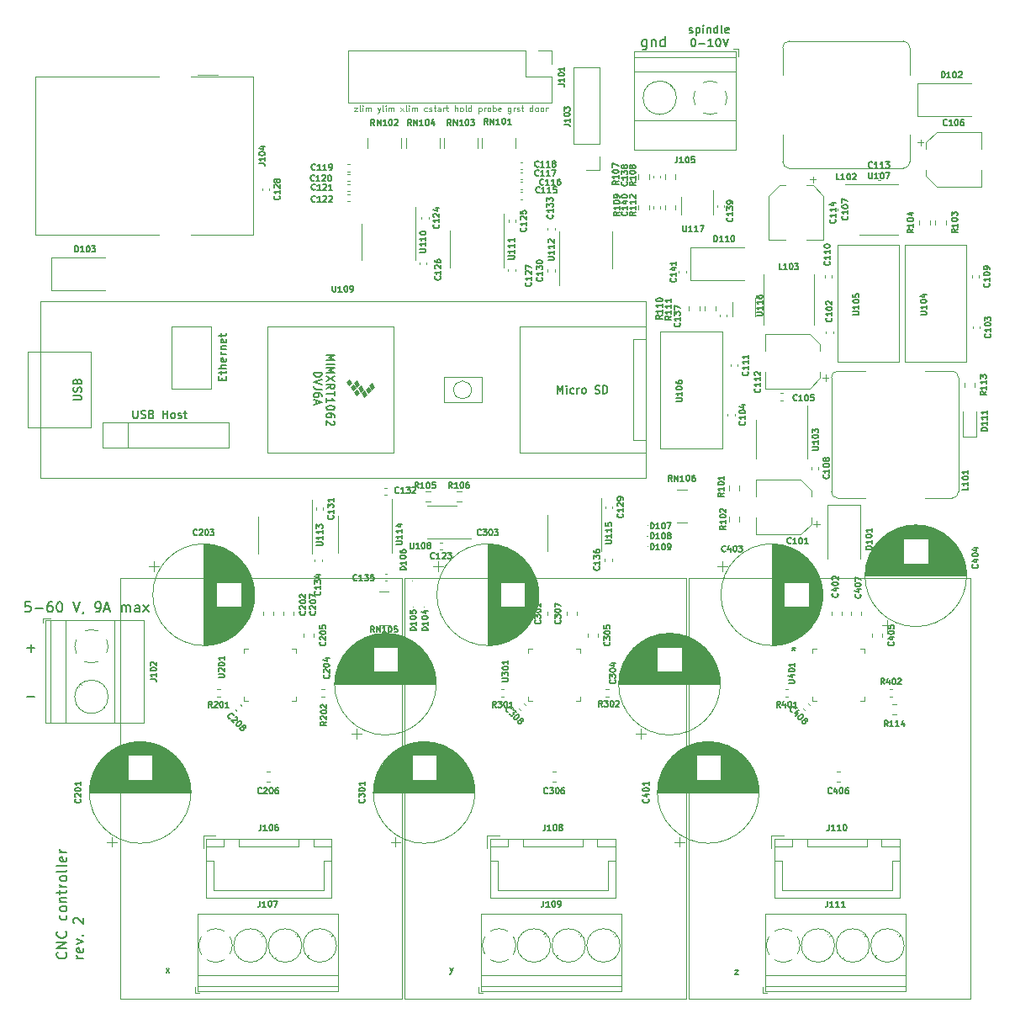
<source format=gto>
G04 #@! TF.GenerationSoftware,KiCad,Pcbnew,5.1.9*
G04 #@! TF.CreationDate,2021-04-11T20:07:04-04:00*
G04 #@! TF.ProjectId,cnc-controller,636e632d-636f-46e7-9472-6f6c6c65722e,rev?*
G04 #@! TF.SameCoordinates,Original*
G04 #@! TF.FileFunction,Legend,Top*
G04 #@! TF.FilePolarity,Positive*
%FSLAX46Y46*%
G04 Gerber Fmt 4.6, Leading zero omitted, Abs format (unit mm)*
G04 Created by KiCad (PCBNEW 5.1.9) date 2021-04-11 20:07:04*
%MOMM*%
%LPD*%
G01*
G04 APERTURE LIST*
%ADD10C,0.152400*%
%ADD11C,0.100000*%
%ADD12C,0.150000*%
%ADD13C,0.120000*%
G04 APERTURE END LIST*
D10*
X9839428Y-97943619D02*
X9355619Y-97943619D01*
X9307238Y-98427428D01*
X9355619Y-98379047D01*
X9452380Y-98330666D01*
X9694285Y-98330666D01*
X9791047Y-98379047D01*
X9839428Y-98427428D01*
X9887809Y-98524190D01*
X9887809Y-98766095D01*
X9839428Y-98862857D01*
X9791047Y-98911238D01*
X9694285Y-98959619D01*
X9452380Y-98959619D01*
X9355619Y-98911238D01*
X9307238Y-98862857D01*
X10323238Y-98572571D02*
X11097333Y-98572571D01*
X12016571Y-97943619D02*
X11823047Y-97943619D01*
X11726285Y-97992000D01*
X11677904Y-98040380D01*
X11581142Y-98185523D01*
X11532761Y-98379047D01*
X11532761Y-98766095D01*
X11581142Y-98862857D01*
X11629523Y-98911238D01*
X11726285Y-98959619D01*
X11919809Y-98959619D01*
X12016571Y-98911238D01*
X12064952Y-98862857D01*
X12113333Y-98766095D01*
X12113333Y-98524190D01*
X12064952Y-98427428D01*
X12016571Y-98379047D01*
X11919809Y-98330666D01*
X11726285Y-98330666D01*
X11629523Y-98379047D01*
X11581142Y-98427428D01*
X11532761Y-98524190D01*
X12742285Y-97943619D02*
X12839047Y-97943619D01*
X12935809Y-97992000D01*
X12984190Y-98040380D01*
X13032571Y-98137142D01*
X13080952Y-98330666D01*
X13080952Y-98572571D01*
X13032571Y-98766095D01*
X12984190Y-98862857D01*
X12935809Y-98911238D01*
X12839047Y-98959619D01*
X12742285Y-98959619D01*
X12645523Y-98911238D01*
X12597142Y-98862857D01*
X12548761Y-98766095D01*
X12500380Y-98572571D01*
X12500380Y-98330666D01*
X12548761Y-98137142D01*
X12597142Y-98040380D01*
X12645523Y-97992000D01*
X12742285Y-97943619D01*
X14145333Y-97943619D02*
X14483999Y-98959619D01*
X14822666Y-97943619D01*
X15209714Y-98911238D02*
X15209714Y-98959619D01*
X15161333Y-99056380D01*
X15112952Y-99104761D01*
X16467619Y-98959619D02*
X16661142Y-98959619D01*
X16757904Y-98911238D01*
X16806285Y-98862857D01*
X16903047Y-98717714D01*
X16951428Y-98524190D01*
X16951428Y-98137142D01*
X16903047Y-98040380D01*
X16854666Y-97992000D01*
X16757904Y-97943619D01*
X16564380Y-97943619D01*
X16467619Y-97992000D01*
X16419238Y-98040380D01*
X16370857Y-98137142D01*
X16370857Y-98379047D01*
X16419238Y-98475809D01*
X16467619Y-98524190D01*
X16564380Y-98572571D01*
X16757904Y-98572571D01*
X16854666Y-98524190D01*
X16903047Y-98475809D01*
X16951428Y-98379047D01*
X17338476Y-98669333D02*
X17822285Y-98669333D01*
X17241714Y-98959619D02*
X17580380Y-97943619D01*
X17919047Y-98959619D01*
X19031809Y-98959619D02*
X19031809Y-98282285D01*
X19031809Y-98379047D02*
X19080190Y-98330666D01*
X19176952Y-98282285D01*
X19322095Y-98282285D01*
X19418857Y-98330666D01*
X19467238Y-98427428D01*
X19467238Y-98959619D01*
X19467238Y-98427428D02*
X19515619Y-98330666D01*
X19612380Y-98282285D01*
X19757523Y-98282285D01*
X19854285Y-98330666D01*
X19902666Y-98427428D01*
X19902666Y-98959619D01*
X20821904Y-98959619D02*
X20821904Y-98427428D01*
X20773523Y-98330666D01*
X20676761Y-98282285D01*
X20483238Y-98282285D01*
X20386476Y-98330666D01*
X20821904Y-98911238D02*
X20725142Y-98959619D01*
X20483238Y-98959619D01*
X20386476Y-98911238D01*
X20338095Y-98814476D01*
X20338095Y-98717714D01*
X20386476Y-98620952D01*
X20483238Y-98572571D01*
X20725142Y-98572571D01*
X20821904Y-98524190D01*
X21208952Y-98959619D02*
X21741142Y-98282285D01*
X21208952Y-98282285D02*
X21741142Y-98959619D01*
X9512952Y-107472571D02*
X10287047Y-107472571D01*
X9512952Y-102572571D02*
X10287047Y-102572571D01*
X9900000Y-102959619D02*
X9900000Y-102185523D01*
D11*
X42471428Y-48171428D02*
X42785714Y-48171428D01*
X42471428Y-48571428D01*
X42785714Y-48571428D01*
X43100000Y-48571428D02*
X43042857Y-48542857D01*
X43014285Y-48485714D01*
X43014285Y-47971428D01*
X43328571Y-48571428D02*
X43328571Y-48171428D01*
X43328571Y-47971428D02*
X43300000Y-48000000D01*
X43328571Y-48028571D01*
X43357142Y-48000000D01*
X43328571Y-47971428D01*
X43328571Y-48028571D01*
X43614285Y-48571428D02*
X43614285Y-48171428D01*
X43614285Y-48228571D02*
X43642857Y-48200000D01*
X43700000Y-48171428D01*
X43785714Y-48171428D01*
X43842857Y-48200000D01*
X43871428Y-48257142D01*
X43871428Y-48571428D01*
X43871428Y-48257142D02*
X43900000Y-48200000D01*
X43957142Y-48171428D01*
X44042857Y-48171428D01*
X44100000Y-48200000D01*
X44128571Y-48257142D01*
X44128571Y-48571428D01*
X44814285Y-48171428D02*
X44957142Y-48571428D01*
X45100000Y-48171428D02*
X44957142Y-48571428D01*
X44900000Y-48714285D01*
X44871428Y-48742857D01*
X44814285Y-48771428D01*
X45414285Y-48571428D02*
X45357142Y-48542857D01*
X45328571Y-48485714D01*
X45328571Y-47971428D01*
X45642857Y-48571428D02*
X45642857Y-48171428D01*
X45642857Y-47971428D02*
X45614285Y-48000000D01*
X45642857Y-48028571D01*
X45671428Y-48000000D01*
X45642857Y-47971428D01*
X45642857Y-48028571D01*
X45928571Y-48571428D02*
X45928571Y-48171428D01*
X45928571Y-48228571D02*
X45957142Y-48200000D01*
X46014285Y-48171428D01*
X46100000Y-48171428D01*
X46157142Y-48200000D01*
X46185714Y-48257142D01*
X46185714Y-48571428D01*
X46185714Y-48257142D02*
X46214285Y-48200000D01*
X46271428Y-48171428D01*
X46357142Y-48171428D01*
X46414285Y-48200000D01*
X46442857Y-48257142D01*
X46442857Y-48571428D01*
X47128571Y-48571428D02*
X47442857Y-48171428D01*
X47128571Y-48171428D02*
X47442857Y-48571428D01*
X47757142Y-48571428D02*
X47700000Y-48542857D01*
X47671428Y-48485714D01*
X47671428Y-47971428D01*
X47985714Y-48571428D02*
X47985714Y-48171428D01*
X47985714Y-47971428D02*
X47957142Y-48000000D01*
X47985714Y-48028571D01*
X48014285Y-48000000D01*
X47985714Y-47971428D01*
X47985714Y-48028571D01*
X48271428Y-48571428D02*
X48271428Y-48171428D01*
X48271428Y-48228571D02*
X48300000Y-48200000D01*
X48357142Y-48171428D01*
X48442857Y-48171428D01*
X48500000Y-48200000D01*
X48528571Y-48257142D01*
X48528571Y-48571428D01*
X48528571Y-48257142D02*
X48557142Y-48200000D01*
X48614285Y-48171428D01*
X48700000Y-48171428D01*
X48757142Y-48200000D01*
X48785714Y-48257142D01*
X48785714Y-48571428D01*
X49785714Y-48542857D02*
X49728571Y-48571428D01*
X49614285Y-48571428D01*
X49557142Y-48542857D01*
X49528571Y-48514285D01*
X49500000Y-48457142D01*
X49500000Y-48285714D01*
X49528571Y-48228571D01*
X49557142Y-48200000D01*
X49614285Y-48171428D01*
X49728571Y-48171428D01*
X49785714Y-48200000D01*
X50014285Y-48542857D02*
X50071428Y-48571428D01*
X50185714Y-48571428D01*
X50242857Y-48542857D01*
X50271428Y-48485714D01*
X50271428Y-48457142D01*
X50242857Y-48400000D01*
X50185714Y-48371428D01*
X50100000Y-48371428D01*
X50042857Y-48342857D01*
X50014285Y-48285714D01*
X50014285Y-48257142D01*
X50042857Y-48200000D01*
X50100000Y-48171428D01*
X50185714Y-48171428D01*
X50242857Y-48200000D01*
X50442857Y-48171428D02*
X50671428Y-48171428D01*
X50528571Y-47971428D02*
X50528571Y-48485714D01*
X50557142Y-48542857D01*
X50614285Y-48571428D01*
X50671428Y-48571428D01*
X51128571Y-48571428D02*
X51128571Y-48257142D01*
X51100000Y-48200000D01*
X51042857Y-48171428D01*
X50928571Y-48171428D01*
X50871428Y-48200000D01*
X51128571Y-48542857D02*
X51071428Y-48571428D01*
X50928571Y-48571428D01*
X50871428Y-48542857D01*
X50842857Y-48485714D01*
X50842857Y-48428571D01*
X50871428Y-48371428D01*
X50928571Y-48342857D01*
X51071428Y-48342857D01*
X51128571Y-48314285D01*
X51414285Y-48571428D02*
X51414285Y-48171428D01*
X51414285Y-48285714D02*
X51442857Y-48228571D01*
X51471428Y-48200000D01*
X51528571Y-48171428D01*
X51585714Y-48171428D01*
X51700000Y-48171428D02*
X51928571Y-48171428D01*
X51785714Y-47971428D02*
X51785714Y-48485714D01*
X51814285Y-48542857D01*
X51871428Y-48571428D01*
X51928571Y-48571428D01*
X52585714Y-48571428D02*
X52585714Y-47971428D01*
X52842857Y-48571428D02*
X52842857Y-48257142D01*
X52814285Y-48200000D01*
X52757142Y-48171428D01*
X52671428Y-48171428D01*
X52614285Y-48200000D01*
X52585714Y-48228571D01*
X53214285Y-48571428D02*
X53157142Y-48542857D01*
X53128571Y-48514285D01*
X53100000Y-48457142D01*
X53100000Y-48285714D01*
X53128571Y-48228571D01*
X53157142Y-48200000D01*
X53214285Y-48171428D01*
X53300000Y-48171428D01*
X53357142Y-48200000D01*
X53385714Y-48228571D01*
X53414285Y-48285714D01*
X53414285Y-48457142D01*
X53385714Y-48514285D01*
X53357142Y-48542857D01*
X53300000Y-48571428D01*
X53214285Y-48571428D01*
X53757142Y-48571428D02*
X53700000Y-48542857D01*
X53671428Y-48485714D01*
X53671428Y-47971428D01*
X54242857Y-48571428D02*
X54242857Y-47971428D01*
X54242857Y-48542857D02*
X54185714Y-48571428D01*
X54071428Y-48571428D01*
X54014285Y-48542857D01*
X53985714Y-48514285D01*
X53957142Y-48457142D01*
X53957142Y-48285714D01*
X53985714Y-48228571D01*
X54014285Y-48200000D01*
X54071428Y-48171428D01*
X54185714Y-48171428D01*
X54242857Y-48200000D01*
X54985714Y-48171428D02*
X54985714Y-48771428D01*
X54985714Y-48200000D02*
X55042857Y-48171428D01*
X55157142Y-48171428D01*
X55214285Y-48200000D01*
X55242857Y-48228571D01*
X55271428Y-48285714D01*
X55271428Y-48457142D01*
X55242857Y-48514285D01*
X55214285Y-48542857D01*
X55157142Y-48571428D01*
X55042857Y-48571428D01*
X54985714Y-48542857D01*
X55528571Y-48571428D02*
X55528571Y-48171428D01*
X55528571Y-48285714D02*
X55557142Y-48228571D01*
X55585714Y-48200000D01*
X55642857Y-48171428D01*
X55700000Y-48171428D01*
X55985714Y-48571428D02*
X55928571Y-48542857D01*
X55900000Y-48514285D01*
X55871428Y-48457142D01*
X55871428Y-48285714D01*
X55900000Y-48228571D01*
X55928571Y-48200000D01*
X55985714Y-48171428D01*
X56071428Y-48171428D01*
X56128571Y-48200000D01*
X56157142Y-48228571D01*
X56185714Y-48285714D01*
X56185714Y-48457142D01*
X56157142Y-48514285D01*
X56128571Y-48542857D01*
X56071428Y-48571428D01*
X55985714Y-48571428D01*
X56442857Y-48571428D02*
X56442857Y-47971428D01*
X56442857Y-48200000D02*
X56500000Y-48171428D01*
X56614285Y-48171428D01*
X56671428Y-48200000D01*
X56700000Y-48228571D01*
X56728571Y-48285714D01*
X56728571Y-48457142D01*
X56700000Y-48514285D01*
X56671428Y-48542857D01*
X56614285Y-48571428D01*
X56500000Y-48571428D01*
X56442857Y-48542857D01*
X57214285Y-48542857D02*
X57157142Y-48571428D01*
X57042857Y-48571428D01*
X56985714Y-48542857D01*
X56957142Y-48485714D01*
X56957142Y-48257142D01*
X56985714Y-48200000D01*
X57042857Y-48171428D01*
X57157142Y-48171428D01*
X57214285Y-48200000D01*
X57242857Y-48257142D01*
X57242857Y-48314285D01*
X56957142Y-48371428D01*
X58214285Y-48171428D02*
X58214285Y-48657142D01*
X58185714Y-48714285D01*
X58157142Y-48742857D01*
X58100000Y-48771428D01*
X58014285Y-48771428D01*
X57957142Y-48742857D01*
X58214285Y-48542857D02*
X58157142Y-48571428D01*
X58042857Y-48571428D01*
X57985714Y-48542857D01*
X57957142Y-48514285D01*
X57928571Y-48457142D01*
X57928571Y-48285714D01*
X57957142Y-48228571D01*
X57985714Y-48200000D01*
X58042857Y-48171428D01*
X58157142Y-48171428D01*
X58214285Y-48200000D01*
X58500000Y-48571428D02*
X58500000Y-48171428D01*
X58500000Y-48285714D02*
X58528571Y-48228571D01*
X58557142Y-48200000D01*
X58614285Y-48171428D01*
X58671428Y-48171428D01*
X58842857Y-48542857D02*
X58900000Y-48571428D01*
X59014285Y-48571428D01*
X59071428Y-48542857D01*
X59100000Y-48485714D01*
X59100000Y-48457142D01*
X59071428Y-48400000D01*
X59014285Y-48371428D01*
X58928571Y-48371428D01*
X58871428Y-48342857D01*
X58842857Y-48285714D01*
X58842857Y-48257142D01*
X58871428Y-48200000D01*
X58928571Y-48171428D01*
X59014285Y-48171428D01*
X59071428Y-48200000D01*
X59271428Y-48171428D02*
X59500000Y-48171428D01*
X59357142Y-47971428D02*
X59357142Y-48485714D01*
X59385714Y-48542857D01*
X59442857Y-48571428D01*
X59500000Y-48571428D01*
X60414285Y-48571428D02*
X60414285Y-47971428D01*
X60414285Y-48542857D02*
X60357142Y-48571428D01*
X60242857Y-48571428D01*
X60185714Y-48542857D01*
X60157142Y-48514285D01*
X60128571Y-48457142D01*
X60128571Y-48285714D01*
X60157142Y-48228571D01*
X60185714Y-48200000D01*
X60242857Y-48171428D01*
X60357142Y-48171428D01*
X60414285Y-48200000D01*
X60785714Y-48571428D02*
X60728571Y-48542857D01*
X60700000Y-48514285D01*
X60671428Y-48457142D01*
X60671428Y-48285714D01*
X60700000Y-48228571D01*
X60728571Y-48200000D01*
X60785714Y-48171428D01*
X60871428Y-48171428D01*
X60928571Y-48200000D01*
X60957142Y-48228571D01*
X60985714Y-48285714D01*
X60985714Y-48457142D01*
X60957142Y-48514285D01*
X60928571Y-48542857D01*
X60871428Y-48571428D01*
X60785714Y-48571428D01*
X61328571Y-48571428D02*
X61271428Y-48542857D01*
X61242857Y-48514285D01*
X61214285Y-48457142D01*
X61214285Y-48285714D01*
X61242857Y-48228571D01*
X61271428Y-48200000D01*
X61328571Y-48171428D01*
X61414285Y-48171428D01*
X61471428Y-48200000D01*
X61500000Y-48228571D01*
X61528571Y-48285714D01*
X61528571Y-48457142D01*
X61500000Y-48514285D01*
X61471428Y-48542857D01*
X61414285Y-48571428D01*
X61328571Y-48571428D01*
X61785714Y-48571428D02*
X61785714Y-48171428D01*
X61785714Y-48285714D02*
X61814285Y-48228571D01*
X61842857Y-48200000D01*
X61900000Y-48171428D01*
X61957142Y-48171428D01*
D10*
X76200000Y-40647609D02*
X76276190Y-40685704D01*
X76428571Y-40685704D01*
X76504761Y-40647609D01*
X76542857Y-40571419D01*
X76542857Y-40533323D01*
X76504761Y-40457133D01*
X76428571Y-40419038D01*
X76314285Y-40419038D01*
X76238095Y-40380942D01*
X76200000Y-40304752D01*
X76200000Y-40266657D01*
X76238095Y-40190466D01*
X76314285Y-40152371D01*
X76428571Y-40152371D01*
X76504761Y-40190466D01*
X76885714Y-40152371D02*
X76885714Y-40952371D01*
X76885714Y-40190466D02*
X76961904Y-40152371D01*
X77114285Y-40152371D01*
X77190476Y-40190466D01*
X77228571Y-40228561D01*
X77266666Y-40304752D01*
X77266666Y-40533323D01*
X77228571Y-40609514D01*
X77190476Y-40647609D01*
X77114285Y-40685704D01*
X76961904Y-40685704D01*
X76885714Y-40647609D01*
X77609523Y-40685704D02*
X77609523Y-40152371D01*
X77609523Y-39885704D02*
X77571428Y-39923800D01*
X77609523Y-39961895D01*
X77647619Y-39923800D01*
X77609523Y-39885704D01*
X77609523Y-39961895D01*
X77990476Y-40152371D02*
X77990476Y-40685704D01*
X77990476Y-40228561D02*
X78028571Y-40190466D01*
X78104761Y-40152371D01*
X78219047Y-40152371D01*
X78295238Y-40190466D01*
X78333333Y-40266657D01*
X78333333Y-40685704D01*
X79057142Y-40685704D02*
X79057142Y-39885704D01*
X79057142Y-40647609D02*
X78980952Y-40685704D01*
X78828571Y-40685704D01*
X78752380Y-40647609D01*
X78714285Y-40609514D01*
X78676190Y-40533323D01*
X78676190Y-40304752D01*
X78714285Y-40228561D01*
X78752380Y-40190466D01*
X78828571Y-40152371D01*
X78980952Y-40152371D01*
X79057142Y-40190466D01*
X79552380Y-40685704D02*
X79476190Y-40647609D01*
X79438095Y-40571419D01*
X79438095Y-39885704D01*
X80161904Y-40647609D02*
X80085714Y-40685704D01*
X79933333Y-40685704D01*
X79857142Y-40647609D01*
X79819047Y-40571419D01*
X79819047Y-40266657D01*
X79857142Y-40190466D01*
X79933333Y-40152371D01*
X80085714Y-40152371D01*
X80161904Y-40190466D01*
X80200000Y-40266657D01*
X80200000Y-40342847D01*
X79819047Y-40419038D01*
X76561904Y-41238104D02*
X76638095Y-41238104D01*
X76714285Y-41276200D01*
X76752380Y-41314295D01*
X76790476Y-41390485D01*
X76828571Y-41542866D01*
X76828571Y-41733342D01*
X76790476Y-41885723D01*
X76752380Y-41961914D01*
X76714285Y-42000009D01*
X76638095Y-42038104D01*
X76561904Y-42038104D01*
X76485714Y-42000009D01*
X76447619Y-41961914D01*
X76409523Y-41885723D01*
X76371428Y-41733342D01*
X76371428Y-41542866D01*
X76409523Y-41390485D01*
X76447619Y-41314295D01*
X76485714Y-41276200D01*
X76561904Y-41238104D01*
X77171428Y-41733342D02*
X77780952Y-41733342D01*
X78580952Y-42038104D02*
X78123809Y-42038104D01*
X78352380Y-42038104D02*
X78352380Y-41238104D01*
X78276190Y-41352390D01*
X78200000Y-41428580D01*
X78123809Y-41466676D01*
X79076190Y-41238104D02*
X79152380Y-41238104D01*
X79228571Y-41276200D01*
X79266666Y-41314295D01*
X79304761Y-41390485D01*
X79342857Y-41542866D01*
X79342857Y-41733342D01*
X79304761Y-41885723D01*
X79266666Y-41961914D01*
X79228571Y-42000009D01*
X79152380Y-42038104D01*
X79076190Y-42038104D01*
X79000000Y-42000009D01*
X78961904Y-41961914D01*
X78923809Y-41885723D01*
X78885714Y-41733342D01*
X78885714Y-41542866D01*
X78923809Y-41390485D01*
X78961904Y-41314295D01*
X79000000Y-41276200D01*
X79076190Y-41238104D01*
X79571428Y-41238104D02*
X79838095Y-42038104D01*
X80104761Y-41238104D01*
X71898476Y-41382285D02*
X71898476Y-42204761D01*
X71850095Y-42301523D01*
X71801714Y-42349904D01*
X71704952Y-42398285D01*
X71559809Y-42398285D01*
X71463047Y-42349904D01*
X71898476Y-42011238D02*
X71801714Y-42059619D01*
X71608190Y-42059619D01*
X71511428Y-42011238D01*
X71463047Y-41962857D01*
X71414666Y-41866095D01*
X71414666Y-41575809D01*
X71463047Y-41479047D01*
X71511428Y-41430666D01*
X71608190Y-41382285D01*
X71801714Y-41382285D01*
X71898476Y-41430666D01*
X72382285Y-41382285D02*
X72382285Y-42059619D01*
X72382285Y-41479047D02*
X72430666Y-41430666D01*
X72527428Y-41382285D01*
X72672571Y-41382285D01*
X72769333Y-41430666D01*
X72817714Y-41527428D01*
X72817714Y-42059619D01*
X73736952Y-42059619D02*
X73736952Y-41043619D01*
X73736952Y-42011238D02*
X73640190Y-42059619D01*
X73446666Y-42059619D01*
X73349904Y-42011238D01*
X73301523Y-41962857D01*
X73253142Y-41866095D01*
X73253142Y-41575809D01*
X73301523Y-41479047D01*
X73349904Y-41430666D01*
X73446666Y-41382285D01*
X73640190Y-41382285D01*
X73736952Y-41430666D01*
X13424657Y-133178463D02*
X13473038Y-133226844D01*
X13521419Y-133371987D01*
X13521419Y-133468749D01*
X13473038Y-133613892D01*
X13376276Y-133710654D01*
X13279514Y-133759035D01*
X13085990Y-133807416D01*
X12940847Y-133807416D01*
X12747323Y-133759035D01*
X12650561Y-133710654D01*
X12553800Y-133613892D01*
X12505419Y-133468749D01*
X12505419Y-133371987D01*
X12553800Y-133226844D01*
X12602180Y-133178463D01*
X13521419Y-132743035D02*
X12505419Y-132743035D01*
X13521419Y-132162463D01*
X12505419Y-132162463D01*
X13424657Y-131098082D02*
X13473038Y-131146463D01*
X13521419Y-131291606D01*
X13521419Y-131388368D01*
X13473038Y-131533511D01*
X13376276Y-131630273D01*
X13279514Y-131678654D01*
X13085990Y-131727035D01*
X12940847Y-131727035D01*
X12747323Y-131678654D01*
X12650561Y-131630273D01*
X12553800Y-131533511D01*
X12505419Y-131388368D01*
X12505419Y-131291606D01*
X12553800Y-131146463D01*
X12602180Y-131098082D01*
X13473038Y-129453130D02*
X13521419Y-129549892D01*
X13521419Y-129743416D01*
X13473038Y-129840178D01*
X13424657Y-129888559D01*
X13327895Y-129936940D01*
X13037609Y-129936940D01*
X12940847Y-129888559D01*
X12892466Y-129840178D01*
X12844085Y-129743416D01*
X12844085Y-129549892D01*
X12892466Y-129453130D01*
X13521419Y-128872559D02*
X13473038Y-128969320D01*
X13424657Y-129017701D01*
X13327895Y-129066082D01*
X13037609Y-129066082D01*
X12940847Y-129017701D01*
X12892466Y-128969320D01*
X12844085Y-128872559D01*
X12844085Y-128727416D01*
X12892466Y-128630654D01*
X12940847Y-128582273D01*
X13037609Y-128533892D01*
X13327895Y-128533892D01*
X13424657Y-128582273D01*
X13473038Y-128630654D01*
X13521419Y-128727416D01*
X13521419Y-128872559D01*
X12844085Y-128098463D02*
X13521419Y-128098463D01*
X12940847Y-128098463D02*
X12892466Y-128050082D01*
X12844085Y-127953320D01*
X12844085Y-127808178D01*
X12892466Y-127711416D01*
X12989228Y-127663035D01*
X13521419Y-127663035D01*
X12844085Y-127324368D02*
X12844085Y-126937320D01*
X12505419Y-127179225D02*
X13376276Y-127179225D01*
X13473038Y-127130844D01*
X13521419Y-127034082D01*
X13521419Y-126937320D01*
X13521419Y-126598654D02*
X12844085Y-126598654D01*
X13037609Y-126598654D02*
X12940847Y-126550273D01*
X12892466Y-126501892D01*
X12844085Y-126405130D01*
X12844085Y-126308368D01*
X13521419Y-125824559D02*
X13473038Y-125921320D01*
X13424657Y-125969701D01*
X13327895Y-126018082D01*
X13037609Y-126018082D01*
X12940847Y-125969701D01*
X12892466Y-125921320D01*
X12844085Y-125824559D01*
X12844085Y-125679416D01*
X12892466Y-125582654D01*
X12940847Y-125534273D01*
X13037609Y-125485892D01*
X13327895Y-125485892D01*
X13424657Y-125534273D01*
X13473038Y-125582654D01*
X13521419Y-125679416D01*
X13521419Y-125824559D01*
X13521419Y-124905320D02*
X13473038Y-125002082D01*
X13376276Y-125050463D01*
X12505419Y-125050463D01*
X13521419Y-124373130D02*
X13473038Y-124469892D01*
X13376276Y-124518273D01*
X12505419Y-124518273D01*
X13473038Y-123599035D02*
X13521419Y-123695797D01*
X13521419Y-123889320D01*
X13473038Y-123986082D01*
X13376276Y-124034463D01*
X12989228Y-124034463D01*
X12892466Y-123986082D01*
X12844085Y-123889320D01*
X12844085Y-123695797D01*
X12892466Y-123599035D01*
X12989228Y-123550654D01*
X13085990Y-123550654D01*
X13182752Y-124034463D01*
X13521419Y-123115225D02*
X12844085Y-123115225D01*
X13037609Y-123115225D02*
X12940847Y-123066844D01*
X12892466Y-123018463D01*
X12844085Y-122921701D01*
X12844085Y-122824940D01*
X15197819Y-133759035D02*
X14520485Y-133759035D01*
X14714009Y-133759035D02*
X14617247Y-133710654D01*
X14568866Y-133662273D01*
X14520485Y-133565511D01*
X14520485Y-133468749D01*
X15149438Y-132743035D02*
X15197819Y-132839797D01*
X15197819Y-133033320D01*
X15149438Y-133130082D01*
X15052676Y-133178463D01*
X14665628Y-133178463D01*
X14568866Y-133130082D01*
X14520485Y-133033320D01*
X14520485Y-132839797D01*
X14568866Y-132743035D01*
X14665628Y-132694654D01*
X14762390Y-132694654D01*
X14859152Y-133178463D01*
X14520485Y-132355987D02*
X15197819Y-132114082D01*
X14520485Y-131872178D01*
X15101057Y-131485130D02*
X15149438Y-131436749D01*
X15197819Y-131485130D01*
X15149438Y-131533511D01*
X15101057Y-131485130D01*
X15197819Y-131485130D01*
X14278580Y-130275606D02*
X14230200Y-130227225D01*
X14181819Y-130130463D01*
X14181819Y-129888559D01*
X14230200Y-129791797D01*
X14278580Y-129743416D01*
X14375342Y-129695035D01*
X14472104Y-129695035D01*
X14617247Y-129743416D01*
X15197819Y-130323987D01*
X15197819Y-129695035D01*
D12*
X80792857Y-135021428D02*
X81107142Y-135021428D01*
X80792857Y-135421428D01*
X81107142Y-135421428D01*
D10*
D12*
X52107142Y-134771428D02*
X52250000Y-135171428D01*
X52392857Y-134771428D02*
X52250000Y-135171428D01*
X52192857Y-135314285D01*
X52164285Y-135342857D01*
X52107142Y-135371428D01*
D10*
D12*
X23517857Y-135246428D02*
X23832142Y-134846428D01*
X23517857Y-134846428D02*
X23832142Y-135246428D01*
D10*
D11*
X104500000Y-95500000D02*
X104500000Y-137900000D01*
X104500000Y-137900000D02*
X76100000Y-137900000D01*
X76100000Y-137900000D02*
X76100000Y-95500000D01*
X76100000Y-95500000D02*
X104500000Y-95500000D01*
X75900000Y-95500000D02*
X75900000Y-137900000D01*
X75900000Y-137900000D02*
X47500000Y-137900000D01*
X47500000Y-95500000D02*
X75900000Y-95500000D01*
X47500000Y-137900000D02*
X47500000Y-95500000D01*
X18900000Y-137900000D02*
X18900000Y-95500000D01*
X47300000Y-137900000D02*
X18900000Y-137900000D01*
X47300000Y-95500000D02*
X47300000Y-137900000D01*
X18900000Y-95500000D02*
X47300000Y-95500000D01*
D13*
X51055000Y-51250000D02*
X51055000Y-52250000D01*
X47695000Y-51250000D02*
X47695000Y-52250000D01*
X54880000Y-51275000D02*
X54880000Y-52275000D01*
X51520000Y-51275000D02*
X51520000Y-52275000D01*
X81140000Y-42300000D02*
X80640000Y-42300000D01*
X81140000Y-43040000D02*
X81140000Y-42300000D01*
X74447000Y-46177000D02*
X74494000Y-46131000D01*
X72150000Y-48475000D02*
X72185000Y-48439000D01*
X74254000Y-45961000D02*
X74289000Y-45926000D01*
X71945000Y-48269000D02*
X71992000Y-48223000D01*
X70620000Y-52461000D02*
X70620000Y-42540000D01*
X80900000Y-52461000D02*
X80900000Y-42540000D01*
X80900000Y-42540000D02*
X70620000Y-42540000D01*
X80900000Y-52461000D02*
X70620000Y-52461000D01*
X80900000Y-49501000D02*
X70620000Y-49501000D01*
X80900000Y-44600000D02*
X70620000Y-44600000D01*
X80900000Y-43100000D02*
X70620000Y-43100000D01*
X74900000Y-47200000D02*
G75*
G03*
X74900000Y-47200000I-1680000J0D01*
G01*
X78271195Y-45519747D02*
G75*
G02*
X78984000Y-45665000I28805J-1680253D01*
G01*
X79835426Y-46516958D02*
G75*
G02*
X79835000Y-47884000I-1535426J-683042D01*
G01*
X78983042Y-48735426D02*
G75*
G02*
X77616000Y-48735000I-683042J1535426D01*
G01*
X76764574Y-47883042D02*
G75*
G02*
X76765000Y-46516000I1535426J683042D01*
G01*
X77616682Y-45665244D02*
G75*
G02*
X78300000Y-45520000I683318J-1534756D01*
G01*
D11*
X75950000Y-89980000D02*
X74950000Y-89980000D01*
X75950000Y-86620000D02*
X74950000Y-86620000D01*
X44950000Y-96920000D02*
X45950000Y-96920000D01*
X44950000Y-100280000D02*
X45950000Y-100280000D01*
X43795000Y-51275000D02*
X43795000Y-52275000D01*
X47155000Y-51275000D02*
X47155000Y-52275000D01*
X55320000Y-51275000D02*
X55320000Y-52275000D01*
X58680000Y-51275000D02*
X58680000Y-52275000D01*
X88571100Y-107928900D02*
X89002961Y-107928900D01*
X93828900Y-107928900D02*
X93828900Y-107497039D01*
X93828900Y-102671100D02*
X93397039Y-102671100D01*
X88571100Y-102671100D02*
X88571100Y-103102961D01*
X88571100Y-107497039D02*
X88571100Y-107928900D01*
X93397039Y-107928900D02*
X93828900Y-107928900D01*
X93828900Y-103102961D02*
X93828900Y-102671100D01*
X89002961Y-102671100D02*
X88571100Y-102671100D01*
X59971100Y-107928900D02*
X60402961Y-107928900D01*
X65228900Y-107928900D02*
X65228900Y-107497039D01*
X65228900Y-102671100D02*
X64797039Y-102671100D01*
X59971100Y-102671100D02*
X59971100Y-103102961D01*
X59971100Y-107497039D02*
X59971100Y-107928900D01*
X64797039Y-107928900D02*
X65228900Y-107928900D01*
X65228900Y-103102961D02*
X65228900Y-102671100D01*
X60402961Y-102671100D02*
X59971100Y-102671100D01*
X31371100Y-107928900D02*
X31802961Y-107928900D01*
X36628900Y-107928900D02*
X36628900Y-107497039D01*
X36628900Y-102671100D02*
X36197039Y-102671100D01*
X31371100Y-102671100D02*
X31371100Y-103102961D01*
X31371100Y-107497039D02*
X31371100Y-107928900D01*
X36197039Y-107928900D02*
X36628900Y-107928900D01*
X36628900Y-103102961D02*
X36628900Y-102671100D01*
X31802961Y-102671100D02*
X31371100Y-102671100D01*
X75340000Y-57150000D02*
X75340000Y-58950000D01*
X78560000Y-58950000D02*
X78560000Y-56500000D01*
X82860000Y-69200000D02*
X82860000Y-67300000D01*
X80540000Y-67800000D02*
X80540000Y-69200000D01*
X61925000Y-89145700D02*
X61925000Y-92854300D01*
X67325000Y-87475000D02*
X67325000Y-92858600D01*
X40825000Y-89245700D02*
X40825000Y-92954300D01*
X46225000Y-87575000D02*
X46225000Y-92958600D01*
X32825000Y-89345700D02*
X32825000Y-93054300D01*
X38225000Y-87675000D02*
X38225000Y-93058600D01*
X68475000Y-64354300D02*
X68475000Y-60645700D01*
X63075000Y-66025000D02*
X63075000Y-60641400D01*
X52125000Y-60545700D02*
X52125000Y-64254300D01*
X57525000Y-58875000D02*
X57525000Y-64258600D01*
X43225000Y-59845700D02*
X43225000Y-63554300D01*
X48625000Y-58175000D02*
X48625000Y-63558600D01*
X54263026Y-76600000D02*
G75*
G03*
X54263026Y-76600000I-898026J0D01*
G01*
X33680000Y-70250000D02*
X33680000Y-82950000D01*
X46380000Y-70250000D02*
X33680000Y-70250000D01*
X46380000Y-82950000D02*
X46380000Y-70250000D01*
X33680000Y-82950000D02*
X46380000Y-82950000D01*
X24050000Y-70248400D02*
X24050000Y-70498400D01*
X28050000Y-70248400D02*
X24050000Y-70248400D01*
X28050000Y-76498400D02*
X28050000Y-70248400D01*
X24050000Y-76498400D02*
X28050000Y-76498400D01*
X24050000Y-70498400D02*
X24050000Y-76498400D01*
X19659200Y-79899200D02*
X19659200Y-82439200D01*
X17119200Y-79899200D02*
X19659200Y-79899200D01*
X17119200Y-82439200D02*
X17119200Y-79899200D01*
X29819200Y-82439200D02*
X17119200Y-82439200D01*
X29819200Y-79899200D02*
X29819200Y-82439200D01*
X17119200Y-79899200D02*
X29819200Y-79899200D01*
X51460000Y-75330000D02*
X55270000Y-75330000D01*
X51460000Y-77870000D02*
X51460000Y-75330000D01*
X55270000Y-77870000D02*
X51460000Y-77870000D01*
X55270000Y-75330000D02*
X55270000Y-77870000D01*
X70510000Y-81680000D02*
X71780000Y-81680000D01*
X70510000Y-71520000D02*
X70510000Y-81680000D01*
X71780000Y-71520000D02*
X70510000Y-71520000D01*
X59080000Y-82950000D02*
X71780000Y-82950000D01*
X59080000Y-70250000D02*
X59080000Y-82950000D01*
X71780000Y-70250000D02*
X59080000Y-70250000D01*
X10820000Y-80410000D02*
X9550000Y-80410000D01*
X9550000Y-80410000D02*
X9550000Y-72790000D01*
X9550000Y-72790000D02*
X10820000Y-72790000D01*
X15900000Y-80410000D02*
X15900000Y-72790000D01*
X15900000Y-72790000D02*
X10820000Y-72790000D01*
X15900000Y-80410000D02*
X10820000Y-80410000D01*
X10820000Y-67710000D02*
X71780000Y-67710000D01*
X71780000Y-67710000D02*
X71780000Y-85490000D01*
X71780000Y-85490000D02*
X10820000Y-85490000D01*
X10820000Y-85490000D02*
X10820000Y-67710000D01*
G36*
X43735000Y-77055000D02*
G01*
X43481000Y-77309000D01*
X43227000Y-76928000D01*
X43481000Y-76674000D01*
X43735000Y-77055000D01*
G37*
X43735000Y-77055000D02*
X43481000Y-77309000D01*
X43227000Y-76928000D01*
X43481000Y-76674000D01*
X43735000Y-77055000D01*
G36*
X43354000Y-76547000D02*
G01*
X43100000Y-76801000D01*
X42846000Y-76420000D01*
X43100000Y-76166000D01*
X43354000Y-76547000D01*
G37*
X43354000Y-76547000D02*
X43100000Y-76801000D01*
X42846000Y-76420000D01*
X43100000Y-76166000D01*
X43354000Y-76547000D01*
G36*
X42973000Y-76039000D02*
G01*
X42719000Y-76293000D01*
X42465000Y-75912000D01*
X42719000Y-75658000D01*
X42973000Y-76039000D01*
G37*
X42973000Y-76039000D02*
X42719000Y-76293000D01*
X42465000Y-75912000D01*
X42719000Y-75658000D01*
X42973000Y-76039000D01*
G36*
X42973000Y-76928000D02*
G01*
X42719000Y-77182000D01*
X42465000Y-76801000D01*
X42719000Y-76547000D01*
X42973000Y-76928000D01*
G37*
X42973000Y-76928000D02*
X42719000Y-77182000D01*
X42465000Y-76801000D01*
X42719000Y-76547000D01*
X42973000Y-76928000D01*
G36*
X42592000Y-76420000D02*
G01*
X42338000Y-76674000D01*
X42084000Y-76293000D01*
X42338000Y-76039000D01*
X42592000Y-76420000D01*
G37*
X42592000Y-76420000D02*
X42338000Y-76674000D01*
X42084000Y-76293000D01*
X42338000Y-76039000D01*
X42592000Y-76420000D01*
G36*
X42211000Y-75912000D02*
G01*
X41957000Y-76166000D01*
X41703000Y-75785000D01*
X41957000Y-75531000D01*
X42211000Y-75912000D01*
G37*
X42211000Y-75912000D02*
X41957000Y-76166000D01*
X41703000Y-75785000D01*
X41957000Y-75531000D01*
X42211000Y-75912000D01*
G36*
X44116000Y-76674000D02*
G01*
X43862000Y-76928000D01*
X43608000Y-76547000D01*
X43862000Y-76293000D01*
X44116000Y-76674000D01*
G37*
X44116000Y-76674000D02*
X43862000Y-76928000D01*
X43608000Y-76547000D01*
X43862000Y-76293000D01*
X44116000Y-76674000D01*
G36*
X44497000Y-76293000D02*
G01*
X44243000Y-76547000D01*
X43989000Y-76166000D01*
X44243000Y-75912000D01*
X44497000Y-76293000D01*
G37*
X44497000Y-76293000D02*
X44243000Y-76547000D01*
X43989000Y-76166000D01*
X44243000Y-75912000D01*
X44497000Y-76293000D01*
X51300000Y-88290000D02*
X49800000Y-88290000D01*
X51300000Y-88290000D02*
X52800000Y-88290000D01*
X51300000Y-91510000D02*
X49800000Y-91510000D01*
X51300000Y-91510000D02*
X54225000Y-91510000D01*
X95300000Y-61010000D02*
X97250000Y-61010000D01*
X95300000Y-61010000D02*
X93350000Y-61010000D01*
X95300000Y-55890000D02*
X97250000Y-55890000D01*
X95300000Y-55890000D02*
X91850000Y-55890000D01*
X79500000Y-82500000D02*
X79500000Y-70700000D01*
X79500000Y-70700000D02*
X73300000Y-70700000D01*
X73300000Y-70700000D02*
X73300000Y-82500000D01*
X73300000Y-82500000D02*
X79500000Y-82500000D01*
X97300000Y-73800000D02*
X97300000Y-62000000D01*
X97300000Y-62000000D02*
X91100000Y-62000000D01*
X91100000Y-62000000D02*
X91100000Y-73800000D01*
X91100000Y-73800000D02*
X97300000Y-73800000D01*
X104100000Y-73800000D02*
X104100000Y-62000000D01*
X104100000Y-62000000D02*
X97900000Y-62000000D01*
X97900000Y-62000000D02*
X97900000Y-73800000D01*
X97900000Y-73800000D02*
X104100000Y-73800000D01*
X82940000Y-81600000D02*
X82940000Y-83550000D01*
X82940000Y-81600000D02*
X82940000Y-79650000D01*
X88060000Y-81600000D02*
X88060000Y-83550000D01*
X88060000Y-81600000D02*
X88060000Y-78150000D01*
X96346359Y-106720000D02*
X96653641Y-106720000D01*
X96346359Y-107480000D02*
X96653641Y-107480000D01*
X86153641Y-107480000D02*
X85846359Y-107480000D01*
X86153641Y-106720000D02*
X85846359Y-106720000D01*
X67746359Y-106720000D02*
X68053641Y-106720000D01*
X67746359Y-107480000D02*
X68053641Y-107480000D01*
X57553641Y-107480000D02*
X57246359Y-107480000D01*
X57553641Y-106720000D02*
X57246359Y-106720000D01*
X39146359Y-106720000D02*
X39453641Y-106720000D01*
X39146359Y-107480000D02*
X39453641Y-107480000D01*
X28953641Y-107480000D02*
X28646359Y-107480000D01*
X28953641Y-106720000D02*
X28646359Y-106720000D01*
X97087258Y-109272500D02*
X96612742Y-109272500D01*
X97087258Y-108227500D02*
X96612742Y-108227500D01*
X104922500Y-75862742D02*
X104922500Y-76337258D01*
X103877500Y-75862742D02*
X103877500Y-76337258D01*
X73727500Y-58462258D02*
X73727500Y-57987742D01*
X74772500Y-58462258D02*
X74772500Y-57987742D01*
X78822500Y-68162742D02*
X78822500Y-68637258D01*
X77777500Y-68162742D02*
X77777500Y-68637258D01*
X77222500Y-68162742D02*
X77222500Y-68637258D01*
X76177500Y-68162742D02*
X76177500Y-68637258D01*
X72122500Y-58012742D02*
X72122500Y-58487258D01*
X71077500Y-58012742D02*
X71077500Y-58487258D01*
X73727500Y-55387258D02*
X73727500Y-54912742D01*
X74772500Y-55387258D02*
X74772500Y-54912742D01*
X72122500Y-54912742D02*
X72122500Y-55387258D01*
X71077500Y-54912742D02*
X71077500Y-55387258D01*
X52762742Y-86777500D02*
X53237258Y-86777500D01*
X52762742Y-87822500D02*
X53237258Y-87822500D01*
X50137258Y-87822500D02*
X49662742Y-87822500D01*
X50137258Y-86777500D02*
X49662742Y-86777500D01*
X99377500Y-59987258D02*
X99377500Y-59512742D01*
X100422500Y-59987258D02*
X100422500Y-59512742D01*
X102022500Y-59512742D02*
X102022500Y-59987258D01*
X100977500Y-59512742D02*
X100977500Y-59987258D01*
X81222500Y-89362742D02*
X81222500Y-89837258D01*
X80177500Y-89362742D02*
X80177500Y-89837258D01*
X81222500Y-86212742D02*
X81222500Y-86687258D01*
X80177500Y-86212742D02*
X80177500Y-86687258D01*
X83650000Y-70050000D02*
X83650000Y-64950000D01*
X88750000Y-70050000D02*
X88750000Y-64950000D01*
X97750000Y-54300000D02*
X86250000Y-54300000D01*
X98400000Y-53650000D02*
X98400000Y-50900000D01*
X86250000Y-41500000D02*
X97750000Y-41500000D01*
X85600000Y-53650000D02*
X85600000Y-50900000D01*
X98400000Y-44900000D02*
X98400000Y-42150000D01*
X85600000Y-44900000D02*
X85600000Y-42150000D01*
X86250000Y-54300000D02*
G75*
G02*
X85600000Y-53650000I0J650000D01*
G01*
X85600000Y-42150000D02*
G75*
G02*
X86250000Y-41500000I650000J0D01*
G01*
X97750000Y-41500000D02*
G75*
G02*
X98400000Y-42150000I0J-650000D01*
G01*
X98400000Y-53650000D02*
G75*
G02*
X97750000Y-54300000I-650000J0D01*
G01*
X90500000Y-86850000D02*
X90500000Y-75350000D01*
X91150000Y-87500000D02*
X93900000Y-87500000D01*
X103300000Y-75350000D02*
X103300000Y-86850000D01*
X91150000Y-74700000D02*
X93900000Y-74700000D01*
X99900000Y-87500000D02*
X102650000Y-87500000D01*
X99900000Y-74700000D02*
X102650000Y-74700000D01*
X90500000Y-75350000D02*
G75*
G02*
X91150000Y-74700000I650000J0D01*
G01*
X102650000Y-74700000D02*
G75*
G02*
X103300000Y-75350000I0J-650000D01*
G01*
X103300000Y-86850000D02*
G75*
G02*
X102650000Y-87500000I-650000J0D01*
G01*
X91150000Y-87500000D02*
G75*
G02*
X90500000Y-86850000I0J650000D01*
G01*
X90830000Y-132500000D02*
G75*
G03*
X90830000Y-132500000I-1680000J0D01*
G01*
X94330000Y-132500000D02*
G75*
G03*
X94330000Y-132500000I-1680000J0D01*
G01*
X97830000Y-132500000D02*
G75*
G03*
X97830000Y-132500000I-1680000J0D01*
G01*
X83840000Y-136600000D02*
X97960000Y-136600000D01*
X83840000Y-135500000D02*
X97960000Y-135500000D01*
X83840000Y-129340000D02*
X97960000Y-129340000D01*
X83840000Y-137060000D02*
X97960000Y-137060000D01*
X83840000Y-129340000D02*
X83840000Y-137060000D01*
X97960000Y-129340000D02*
X97960000Y-137060000D01*
X90425000Y-131431000D02*
X90296000Y-131559000D01*
X88175000Y-133681000D02*
X88081000Y-133774000D01*
X90220000Y-131225000D02*
X90126000Y-131319000D01*
X88005000Y-133441000D02*
X87876000Y-133569000D01*
X93925000Y-131431000D02*
X93796000Y-131559000D01*
X91675000Y-133681000D02*
X91581000Y-133774000D01*
X93720000Y-131225000D02*
X93626000Y-131319000D01*
X91505000Y-133441000D02*
X91376000Y-133569000D01*
X97425000Y-131431000D02*
X97296000Y-131559000D01*
X95175000Y-133681000D02*
X95081000Y-133774000D01*
X97220000Y-131225000D02*
X97126000Y-131319000D01*
X95005000Y-133441000D02*
X94876000Y-133569000D01*
X83600000Y-136660000D02*
X83600000Y-137300000D01*
X83600000Y-137300000D02*
X84000000Y-137300000D01*
X85678674Y-134180099D02*
G75*
G02*
X84784000Y-133940000I-28674J1680099D01*
G01*
X84224642Y-133389894D02*
G75*
G02*
X84210000Y-131634000I1425358J889894D01*
G01*
X84760106Y-131074642D02*
G75*
G02*
X86516000Y-131060000I889894J-1425358D01*
G01*
X87075505Y-131609807D02*
G75*
G02*
X87075000Y-133391000I-1425505J-890193D01*
G01*
X86540264Y-133924721D02*
G75*
G02*
X85650000Y-134180000I-890264J1424721D01*
G01*
X84740000Y-121740000D02*
X84740000Y-127710000D01*
X84740000Y-127710000D02*
X97360000Y-127710000D01*
X97360000Y-127710000D02*
X97360000Y-121740000D01*
X97360000Y-121740000D02*
X84740000Y-121740000D01*
X88050000Y-121750000D02*
X88050000Y-122500000D01*
X88050000Y-122500000D02*
X94050000Y-122500000D01*
X94050000Y-122500000D02*
X94050000Y-121750000D01*
X94050000Y-121750000D02*
X88050000Y-121750000D01*
X84750000Y-121750000D02*
X84750000Y-122500000D01*
X84750000Y-122500000D02*
X86550000Y-122500000D01*
X86550000Y-122500000D02*
X86550000Y-121750000D01*
X86550000Y-121750000D02*
X84750000Y-121750000D01*
X95550000Y-121750000D02*
X95550000Y-122500000D01*
X95550000Y-122500000D02*
X97350000Y-122500000D01*
X97350000Y-122500000D02*
X97350000Y-121750000D01*
X97350000Y-121750000D02*
X95550000Y-121750000D01*
X84750000Y-124000000D02*
X85500000Y-124000000D01*
X85500000Y-124000000D02*
X85500000Y-126950000D01*
X85500000Y-126950000D02*
X91050000Y-126950000D01*
X97350000Y-124000000D02*
X96600000Y-124000000D01*
X96600000Y-124000000D02*
X96600000Y-126950000D01*
X96600000Y-126950000D02*
X91050000Y-126950000D01*
X85700000Y-121450000D02*
X84450000Y-121450000D01*
X84450000Y-121450000D02*
X84450000Y-122700000D01*
X62230000Y-132500000D02*
G75*
G03*
X62230000Y-132500000I-1680000J0D01*
G01*
X65730000Y-132500000D02*
G75*
G03*
X65730000Y-132500000I-1680000J0D01*
G01*
X69230000Y-132500000D02*
G75*
G03*
X69230000Y-132500000I-1680000J0D01*
G01*
X55240000Y-136600000D02*
X69360000Y-136600000D01*
X55240000Y-135500000D02*
X69360000Y-135500000D01*
X55240000Y-129340000D02*
X69360000Y-129340000D01*
X55240000Y-137060000D02*
X69360000Y-137060000D01*
X55240000Y-129340000D02*
X55240000Y-137060000D01*
X69360000Y-129340000D02*
X69360000Y-137060000D01*
X61825000Y-131431000D02*
X61696000Y-131559000D01*
X59575000Y-133681000D02*
X59481000Y-133774000D01*
X61620000Y-131225000D02*
X61526000Y-131319000D01*
X59405000Y-133441000D02*
X59276000Y-133569000D01*
X65325000Y-131431000D02*
X65196000Y-131559000D01*
X63075000Y-133681000D02*
X62981000Y-133774000D01*
X65120000Y-131225000D02*
X65026000Y-131319000D01*
X62905000Y-133441000D02*
X62776000Y-133569000D01*
X68825000Y-131431000D02*
X68696000Y-131559000D01*
X66575000Y-133681000D02*
X66481000Y-133774000D01*
X68620000Y-131225000D02*
X68526000Y-131319000D01*
X66405000Y-133441000D02*
X66276000Y-133569000D01*
X55000000Y-136660000D02*
X55000000Y-137300000D01*
X55000000Y-137300000D02*
X55400000Y-137300000D01*
X57078674Y-134180099D02*
G75*
G02*
X56184000Y-133940000I-28674J1680099D01*
G01*
X55624642Y-133389894D02*
G75*
G02*
X55610000Y-131634000I1425358J889894D01*
G01*
X56160106Y-131074642D02*
G75*
G02*
X57916000Y-131060000I889894J-1425358D01*
G01*
X58475505Y-131609807D02*
G75*
G02*
X58475000Y-133391000I-1425505J-890193D01*
G01*
X57940264Y-133924721D02*
G75*
G02*
X57050000Y-134180000I-890264J1424721D01*
G01*
X56140000Y-121740000D02*
X56140000Y-127710000D01*
X56140000Y-127710000D02*
X68760000Y-127710000D01*
X68760000Y-127710000D02*
X68760000Y-121740000D01*
X68760000Y-121740000D02*
X56140000Y-121740000D01*
X59450000Y-121750000D02*
X59450000Y-122500000D01*
X59450000Y-122500000D02*
X65450000Y-122500000D01*
X65450000Y-122500000D02*
X65450000Y-121750000D01*
X65450000Y-121750000D02*
X59450000Y-121750000D01*
X56150000Y-121750000D02*
X56150000Y-122500000D01*
X56150000Y-122500000D02*
X57950000Y-122500000D01*
X57950000Y-122500000D02*
X57950000Y-121750000D01*
X57950000Y-121750000D02*
X56150000Y-121750000D01*
X66950000Y-121750000D02*
X66950000Y-122500000D01*
X66950000Y-122500000D02*
X68750000Y-122500000D01*
X68750000Y-122500000D02*
X68750000Y-121750000D01*
X68750000Y-121750000D02*
X66950000Y-121750000D01*
X56150000Y-124000000D02*
X56900000Y-124000000D01*
X56900000Y-124000000D02*
X56900000Y-126950000D01*
X56900000Y-126950000D02*
X62450000Y-126950000D01*
X68750000Y-124000000D02*
X68000000Y-124000000D01*
X68000000Y-124000000D02*
X68000000Y-126950000D01*
X68000000Y-126950000D02*
X62450000Y-126950000D01*
X57100000Y-121450000D02*
X55850000Y-121450000D01*
X55850000Y-121450000D02*
X55850000Y-122700000D01*
X33680000Y-132500000D02*
G75*
G03*
X33680000Y-132500000I-1680000J0D01*
G01*
X37180000Y-132500000D02*
G75*
G03*
X37180000Y-132500000I-1680000J0D01*
G01*
X40680000Y-132500000D02*
G75*
G03*
X40680000Y-132500000I-1680000J0D01*
G01*
X26690000Y-136600000D02*
X40810000Y-136600000D01*
X26690000Y-135500000D02*
X40810000Y-135500000D01*
X26690000Y-129340000D02*
X40810000Y-129340000D01*
X26690000Y-137060000D02*
X40810000Y-137060000D01*
X26690000Y-129340000D02*
X26690000Y-137060000D01*
X40810000Y-129340000D02*
X40810000Y-137060000D01*
X33275000Y-131431000D02*
X33146000Y-131559000D01*
X31025000Y-133681000D02*
X30931000Y-133774000D01*
X33070000Y-131225000D02*
X32976000Y-131319000D01*
X30855000Y-133441000D02*
X30726000Y-133569000D01*
X36775000Y-131431000D02*
X36646000Y-131559000D01*
X34525000Y-133681000D02*
X34431000Y-133774000D01*
X36570000Y-131225000D02*
X36476000Y-131319000D01*
X34355000Y-133441000D02*
X34226000Y-133569000D01*
X40275000Y-131431000D02*
X40146000Y-131559000D01*
X38025000Y-133681000D02*
X37931000Y-133774000D01*
X40070000Y-131225000D02*
X39976000Y-131319000D01*
X37855000Y-133441000D02*
X37726000Y-133569000D01*
X26450000Y-136660000D02*
X26450000Y-137300000D01*
X26450000Y-137300000D02*
X26850000Y-137300000D01*
X28528674Y-134180099D02*
G75*
G02*
X27634000Y-133940000I-28674J1680099D01*
G01*
X27074642Y-133389894D02*
G75*
G02*
X27060000Y-131634000I1425358J889894D01*
G01*
X27610106Y-131074642D02*
G75*
G02*
X29366000Y-131060000I889894J-1425358D01*
G01*
X29925505Y-131609807D02*
G75*
G02*
X29925000Y-133391000I-1425505J-890193D01*
G01*
X29390264Y-133924721D02*
G75*
G02*
X28500000Y-134180000I-890264J1424721D01*
G01*
X27540000Y-121740000D02*
X27540000Y-127710000D01*
X27540000Y-127710000D02*
X40160000Y-127710000D01*
X40160000Y-127710000D02*
X40160000Y-121740000D01*
X40160000Y-121740000D02*
X27540000Y-121740000D01*
X30850000Y-121750000D02*
X30850000Y-122500000D01*
X30850000Y-122500000D02*
X36850000Y-122500000D01*
X36850000Y-122500000D02*
X36850000Y-121750000D01*
X36850000Y-121750000D02*
X30850000Y-121750000D01*
X27550000Y-121750000D02*
X27550000Y-122500000D01*
X27550000Y-122500000D02*
X29350000Y-122500000D01*
X29350000Y-122500000D02*
X29350000Y-121750000D01*
X29350000Y-121750000D02*
X27550000Y-121750000D01*
X38350000Y-121750000D02*
X38350000Y-122500000D01*
X38350000Y-122500000D02*
X40150000Y-122500000D01*
X40150000Y-122500000D02*
X40150000Y-121750000D01*
X40150000Y-121750000D02*
X38350000Y-121750000D01*
X27550000Y-124000000D02*
X28300000Y-124000000D01*
X28300000Y-124000000D02*
X28300000Y-126950000D01*
X28300000Y-126950000D02*
X33850000Y-126950000D01*
X40150000Y-124000000D02*
X39400000Y-124000000D01*
X39400000Y-124000000D02*
X39400000Y-126950000D01*
X39400000Y-126950000D02*
X33850000Y-126950000D01*
X28500000Y-121450000D02*
X27250000Y-121450000D01*
X27250000Y-121450000D02*
X27250000Y-122700000D01*
X26010000Y-45070000D02*
X32290000Y-45070000D01*
X32290000Y-45070000D02*
X32290000Y-61020000D01*
X32290000Y-61020000D02*
X26010000Y-61020000D01*
X22810000Y-61020000D02*
X10370000Y-61020000D01*
X10370000Y-61020000D02*
X10370000Y-45070000D01*
X10370000Y-45070000D02*
X22810000Y-45070000D01*
X28700000Y-44870000D02*
X26700000Y-44870000D01*
X67180000Y-44150000D02*
X64520000Y-44150000D01*
X67180000Y-51830000D02*
X67180000Y-44150000D01*
X64520000Y-51830000D02*
X64520000Y-44150000D01*
X67180000Y-51830000D02*
X64520000Y-51830000D01*
X67180000Y-53100000D02*
X67180000Y-54430000D01*
X67180000Y-54430000D02*
X65850000Y-54430000D01*
X17680000Y-107480000D02*
G75*
G03*
X17680000Y-107480000I-1680000J0D01*
G01*
X11900000Y-99800000D02*
X11900000Y-110080000D01*
X13400000Y-99800000D02*
X13400000Y-110080000D01*
X18301000Y-99800000D02*
X18301000Y-110080000D01*
X21261000Y-99800000D02*
X21261000Y-110080000D01*
X11340000Y-99800000D02*
X11340000Y-110080000D01*
X21261000Y-99800000D02*
X11340000Y-99800000D01*
X21261000Y-110080000D02*
X11340000Y-110080000D01*
X17069000Y-108755000D02*
X17023000Y-108708000D01*
X14761000Y-106446000D02*
X14726000Y-106411000D01*
X17275000Y-108550000D02*
X17239000Y-108515000D01*
X14977000Y-106253000D02*
X14931000Y-106206000D01*
X11840000Y-99560000D02*
X11100000Y-99560000D01*
X11100000Y-99560000D02*
X11100000Y-100060000D01*
X14319747Y-102428805D02*
G75*
G02*
X14465000Y-101716000I1680253J28805D01*
G01*
X15316958Y-100864574D02*
G75*
G02*
X16684000Y-100865000I683042J-1535426D01*
G01*
X17535426Y-101716958D02*
G75*
G02*
X17535000Y-103084000I-1535426J-683042D01*
G01*
X16683042Y-103935426D02*
G75*
G02*
X15316000Y-103935000I-683042J1535426D01*
G01*
X14465244Y-103083318D02*
G75*
G02*
X14320000Y-102400000I1534756J683318D01*
G01*
X41890000Y-42470000D02*
X41890000Y-47670000D01*
X59730000Y-42470000D02*
X41890000Y-42470000D01*
X62330000Y-47670000D02*
X41890000Y-47670000D01*
X59730000Y-42470000D02*
X59730000Y-45070000D01*
X59730000Y-45070000D02*
X62330000Y-45070000D01*
X62330000Y-45070000D02*
X62330000Y-47670000D01*
X61000000Y-42470000D02*
X62330000Y-42470000D01*
X62330000Y-42470000D02*
X62330000Y-43800000D01*
X103715000Y-78800000D02*
X103715000Y-81285000D01*
X103715000Y-81285000D02*
X105085000Y-81285000D01*
X105085000Y-81285000D02*
X105085000Y-78800000D01*
X76300000Y-62250000D02*
X76300000Y-65550000D01*
X76300000Y-65550000D02*
X81700000Y-65550000D01*
X76300000Y-62250000D02*
X81700000Y-62250000D01*
X72040000Y-92350000D02*
G75*
G03*
X72040000Y-92350000I-50000J0D01*
G01*
X72040000Y-91300000D02*
G75*
G03*
X72040000Y-91300000I-50000J0D01*
G01*
X72040000Y-90250000D02*
G75*
G03*
X72040000Y-90250000I-50000J0D01*
G01*
X48400000Y-95790000D02*
G75*
G03*
X48400000Y-95790000I-50000J0D01*
G01*
X48450000Y-98440000D02*
G75*
G03*
X48450000Y-98440000I-50000J0D01*
G01*
X49500000Y-98440000D02*
G75*
G03*
X49500000Y-98440000I-50000J0D01*
G01*
X11950000Y-63300000D02*
X11950000Y-66600000D01*
X11950000Y-66600000D02*
X17350000Y-66600000D01*
X11950000Y-63300000D02*
X17350000Y-63300000D01*
X99200000Y-45750000D02*
X99200000Y-49050000D01*
X99200000Y-49050000D02*
X104600000Y-49050000D01*
X99200000Y-45750000D02*
X104600000Y-45750000D01*
X93450000Y-88200000D02*
X90150000Y-88200000D01*
X90150000Y-88200000D02*
X90150000Y-93600000D01*
X93450000Y-88200000D02*
X93450000Y-93600000D01*
X87821693Y-108830810D02*
X87669190Y-108678307D01*
X88330810Y-108321693D02*
X88178307Y-108169190D01*
X92490000Y-99240580D02*
X92490000Y-98959420D01*
X93510000Y-99240580D02*
X93510000Y-98959420D01*
X91340580Y-116010000D02*
X91059420Y-116010000D01*
X91340580Y-114990000D02*
X91059420Y-114990000D01*
X95610000Y-101159420D02*
X95610000Y-101440580D01*
X94590000Y-101159420D02*
X94590000Y-101440580D01*
X104120000Y-95300000D02*
G75*
G03*
X104120000Y-95300000I-5120000J0D01*
G01*
X93920000Y-95300000D02*
X104080000Y-95300000D01*
X93920000Y-95260000D02*
X104080000Y-95260000D01*
X93920000Y-95220000D02*
X104080000Y-95220000D01*
X93921000Y-95180000D02*
X104079000Y-95180000D01*
X93922000Y-95140000D02*
X104078000Y-95140000D01*
X93923000Y-95100000D02*
X104077000Y-95100000D01*
X93925000Y-95060000D02*
X104075000Y-95060000D01*
X93927000Y-95020000D02*
X104073000Y-95020000D01*
X93930000Y-94980000D02*
X104070000Y-94980000D01*
X93932000Y-94940000D02*
X104068000Y-94940000D01*
X93935000Y-94900000D02*
X104065000Y-94900000D01*
X93938000Y-94860000D02*
X104062000Y-94860000D01*
X93942000Y-94820000D02*
X104058000Y-94820000D01*
X93946000Y-94780000D02*
X104054000Y-94780000D01*
X93950000Y-94740000D02*
X104050000Y-94740000D01*
X93955000Y-94700000D02*
X104045000Y-94700000D01*
X93960000Y-94660000D02*
X104040000Y-94660000D01*
X93965000Y-94620000D02*
X104035000Y-94620000D01*
X93970000Y-94579000D02*
X104030000Y-94579000D01*
X93976000Y-94539000D02*
X104024000Y-94539000D01*
X93982000Y-94499000D02*
X104018000Y-94499000D01*
X93989000Y-94459000D02*
X104011000Y-94459000D01*
X93996000Y-94419000D02*
X104004000Y-94419000D01*
X94003000Y-94379000D02*
X103997000Y-94379000D01*
X94010000Y-94339000D02*
X103990000Y-94339000D01*
X94018000Y-94299000D02*
X103982000Y-94299000D01*
X94026000Y-94259000D02*
X103974000Y-94259000D01*
X94035000Y-94219000D02*
X103965000Y-94219000D01*
X94044000Y-94179000D02*
X103956000Y-94179000D01*
X94053000Y-94139000D02*
X103947000Y-94139000D01*
X94062000Y-94099000D02*
X103938000Y-94099000D01*
X94072000Y-94059000D02*
X103928000Y-94059000D01*
X94082000Y-94019000D02*
X97759000Y-94019000D01*
X100241000Y-94019000D02*
X103918000Y-94019000D01*
X94093000Y-93979000D02*
X97759000Y-93979000D01*
X100241000Y-93979000D02*
X103907000Y-93979000D01*
X94103000Y-93939000D02*
X97759000Y-93939000D01*
X100241000Y-93939000D02*
X103897000Y-93939000D01*
X94115000Y-93899000D02*
X97759000Y-93899000D01*
X100241000Y-93899000D02*
X103885000Y-93899000D01*
X94126000Y-93859000D02*
X97759000Y-93859000D01*
X100241000Y-93859000D02*
X103874000Y-93859000D01*
X94138000Y-93819000D02*
X97759000Y-93819000D01*
X100241000Y-93819000D02*
X103862000Y-93819000D01*
X94150000Y-93779000D02*
X97759000Y-93779000D01*
X100241000Y-93779000D02*
X103850000Y-93779000D01*
X94163000Y-93739000D02*
X97759000Y-93739000D01*
X100241000Y-93739000D02*
X103837000Y-93739000D01*
X94176000Y-93699000D02*
X97759000Y-93699000D01*
X100241000Y-93699000D02*
X103824000Y-93699000D01*
X94189000Y-93659000D02*
X97759000Y-93659000D01*
X100241000Y-93659000D02*
X103811000Y-93659000D01*
X94203000Y-93619000D02*
X97759000Y-93619000D01*
X100241000Y-93619000D02*
X103797000Y-93619000D01*
X94217000Y-93579000D02*
X97759000Y-93579000D01*
X100241000Y-93579000D02*
X103783000Y-93579000D01*
X94232000Y-93539000D02*
X97759000Y-93539000D01*
X100241000Y-93539000D02*
X103768000Y-93539000D01*
X94246000Y-93499000D02*
X97759000Y-93499000D01*
X100241000Y-93499000D02*
X103754000Y-93499000D01*
X94262000Y-93459000D02*
X97759000Y-93459000D01*
X100241000Y-93459000D02*
X103738000Y-93459000D01*
X94277000Y-93419000D02*
X97759000Y-93419000D01*
X100241000Y-93419000D02*
X103723000Y-93419000D01*
X94293000Y-93379000D02*
X97759000Y-93379000D01*
X100241000Y-93379000D02*
X103707000Y-93379000D01*
X94310000Y-93339000D02*
X97759000Y-93339000D01*
X100241000Y-93339000D02*
X103690000Y-93339000D01*
X94326000Y-93299000D02*
X97759000Y-93299000D01*
X100241000Y-93299000D02*
X103674000Y-93299000D01*
X94343000Y-93259000D02*
X97759000Y-93259000D01*
X100241000Y-93259000D02*
X103657000Y-93259000D01*
X94361000Y-93219000D02*
X97759000Y-93219000D01*
X100241000Y-93219000D02*
X103639000Y-93219000D01*
X94379000Y-93179000D02*
X97759000Y-93179000D01*
X100241000Y-93179000D02*
X103621000Y-93179000D01*
X94397000Y-93139000D02*
X97759000Y-93139000D01*
X100241000Y-93139000D02*
X103603000Y-93139000D01*
X94416000Y-93099000D02*
X97759000Y-93099000D01*
X100241000Y-93099000D02*
X103584000Y-93099000D01*
X94436000Y-93059000D02*
X97759000Y-93059000D01*
X100241000Y-93059000D02*
X103564000Y-93059000D01*
X94455000Y-93019000D02*
X97759000Y-93019000D01*
X100241000Y-93019000D02*
X103545000Y-93019000D01*
X94475000Y-92979000D02*
X97759000Y-92979000D01*
X100241000Y-92979000D02*
X103525000Y-92979000D01*
X94496000Y-92939000D02*
X97759000Y-92939000D01*
X100241000Y-92939000D02*
X103504000Y-92939000D01*
X94517000Y-92899000D02*
X97759000Y-92899000D01*
X100241000Y-92899000D02*
X103483000Y-92899000D01*
X94538000Y-92859000D02*
X97759000Y-92859000D01*
X100241000Y-92859000D02*
X103462000Y-92859000D01*
X94560000Y-92819000D02*
X97759000Y-92819000D01*
X100241000Y-92819000D02*
X103440000Y-92819000D01*
X94583000Y-92779000D02*
X97759000Y-92779000D01*
X100241000Y-92779000D02*
X103417000Y-92779000D01*
X94605000Y-92739000D02*
X97759000Y-92739000D01*
X100241000Y-92739000D02*
X103395000Y-92739000D01*
X94629000Y-92699000D02*
X97759000Y-92699000D01*
X100241000Y-92699000D02*
X103371000Y-92699000D01*
X94653000Y-92659000D02*
X97759000Y-92659000D01*
X100241000Y-92659000D02*
X103347000Y-92659000D01*
X94677000Y-92619000D02*
X97759000Y-92619000D01*
X100241000Y-92619000D02*
X103323000Y-92619000D01*
X94702000Y-92579000D02*
X97759000Y-92579000D01*
X100241000Y-92579000D02*
X103298000Y-92579000D01*
X94727000Y-92539000D02*
X97759000Y-92539000D01*
X100241000Y-92539000D02*
X103273000Y-92539000D01*
X94753000Y-92499000D02*
X97759000Y-92499000D01*
X100241000Y-92499000D02*
X103247000Y-92499000D01*
X94779000Y-92459000D02*
X97759000Y-92459000D01*
X100241000Y-92459000D02*
X103221000Y-92459000D01*
X94806000Y-92419000D02*
X97759000Y-92419000D01*
X100241000Y-92419000D02*
X103194000Y-92419000D01*
X94834000Y-92379000D02*
X97759000Y-92379000D01*
X100241000Y-92379000D02*
X103166000Y-92379000D01*
X94862000Y-92339000D02*
X97759000Y-92339000D01*
X100241000Y-92339000D02*
X103138000Y-92339000D01*
X94890000Y-92299000D02*
X97759000Y-92299000D01*
X100241000Y-92299000D02*
X103110000Y-92299000D01*
X94920000Y-92259000D02*
X97759000Y-92259000D01*
X100241000Y-92259000D02*
X103080000Y-92259000D01*
X94950000Y-92219000D02*
X97759000Y-92219000D01*
X100241000Y-92219000D02*
X103050000Y-92219000D01*
X94980000Y-92179000D02*
X97759000Y-92179000D01*
X100241000Y-92179000D02*
X103020000Y-92179000D01*
X95011000Y-92139000D02*
X97759000Y-92139000D01*
X100241000Y-92139000D02*
X102989000Y-92139000D01*
X95043000Y-92099000D02*
X97759000Y-92099000D01*
X100241000Y-92099000D02*
X102957000Y-92099000D01*
X95075000Y-92059000D02*
X97759000Y-92059000D01*
X100241000Y-92059000D02*
X102925000Y-92059000D01*
X95108000Y-92019000D02*
X97759000Y-92019000D01*
X100241000Y-92019000D02*
X102892000Y-92019000D01*
X95142000Y-91979000D02*
X97759000Y-91979000D01*
X100241000Y-91979000D02*
X102858000Y-91979000D01*
X95176000Y-91939000D02*
X97759000Y-91939000D01*
X100241000Y-91939000D02*
X102824000Y-91939000D01*
X95211000Y-91899000D02*
X97759000Y-91899000D01*
X100241000Y-91899000D02*
X102789000Y-91899000D01*
X95247000Y-91859000D02*
X97759000Y-91859000D01*
X100241000Y-91859000D02*
X102753000Y-91859000D01*
X95284000Y-91819000D02*
X97759000Y-91819000D01*
X100241000Y-91819000D02*
X102716000Y-91819000D01*
X95321000Y-91779000D02*
X97759000Y-91779000D01*
X100241000Y-91779000D02*
X102679000Y-91779000D01*
X95360000Y-91739000D02*
X97759000Y-91739000D01*
X100241000Y-91739000D02*
X102640000Y-91739000D01*
X95399000Y-91699000D02*
X97759000Y-91699000D01*
X100241000Y-91699000D02*
X102601000Y-91699000D01*
X95439000Y-91659000D02*
X97759000Y-91659000D01*
X100241000Y-91659000D02*
X102561000Y-91659000D01*
X95480000Y-91619000D02*
X97759000Y-91619000D01*
X100241000Y-91619000D02*
X102520000Y-91619000D01*
X95522000Y-91579000D02*
X97759000Y-91579000D01*
X100241000Y-91579000D02*
X102478000Y-91579000D01*
X95564000Y-91539000D02*
X102436000Y-91539000D01*
X95608000Y-91499000D02*
X102392000Y-91499000D01*
X95653000Y-91459000D02*
X102347000Y-91459000D01*
X95699000Y-91419000D02*
X102301000Y-91419000D01*
X95746000Y-91379000D02*
X102254000Y-91379000D01*
X95794000Y-91339000D02*
X102206000Y-91339000D01*
X95844000Y-91299000D02*
X102156000Y-91299000D01*
X95894000Y-91259000D02*
X102106000Y-91259000D01*
X95946000Y-91219000D02*
X102054000Y-91219000D01*
X96000000Y-91179000D02*
X102000000Y-91179000D01*
X96055000Y-91139000D02*
X101945000Y-91139000D01*
X96111000Y-91099000D02*
X101889000Y-91099000D01*
X96170000Y-91059000D02*
X101830000Y-91059000D01*
X96230000Y-91019000D02*
X101770000Y-91019000D01*
X96291000Y-90979000D02*
X101709000Y-90979000D01*
X96355000Y-90939000D02*
X101645000Y-90939000D01*
X96421000Y-90899000D02*
X101579000Y-90899000D01*
X96490000Y-90859000D02*
X101510000Y-90859000D01*
X96561000Y-90819000D02*
X101439000Y-90819000D01*
X96635000Y-90779000D02*
X101365000Y-90779000D01*
X96711000Y-90739000D02*
X101289000Y-90739000D01*
X96791000Y-90699000D02*
X101209000Y-90699000D01*
X96875000Y-90659000D02*
X101125000Y-90659000D01*
X96963000Y-90619000D02*
X101037000Y-90619000D01*
X97056000Y-90579000D02*
X100944000Y-90579000D01*
X97154000Y-90539000D02*
X100846000Y-90539000D01*
X97258000Y-90499000D02*
X100742000Y-90499000D01*
X97370000Y-90459000D02*
X100630000Y-90459000D01*
X97490000Y-90419000D02*
X100510000Y-90419000D01*
X97622000Y-90379000D02*
X100378000Y-90379000D01*
X97770000Y-90339000D02*
X100230000Y-90339000D01*
X97938000Y-90299000D02*
X100062000Y-90299000D01*
X98138000Y-90259000D02*
X99862000Y-90259000D01*
X98401000Y-90219000D02*
X99599000Y-90219000D01*
X96125000Y-100779646D02*
X96125000Y-99779646D01*
X95625000Y-100279646D02*
X96625000Y-100279646D01*
X89620000Y-97200000D02*
G75*
G03*
X89620000Y-97200000I-5120000J0D01*
G01*
X84500000Y-92120000D02*
X84500000Y-102280000D01*
X84540000Y-92120000D02*
X84540000Y-102280000D01*
X84580000Y-92120000D02*
X84580000Y-102280000D01*
X84620000Y-92121000D02*
X84620000Y-102279000D01*
X84660000Y-92122000D02*
X84660000Y-102278000D01*
X84700000Y-92123000D02*
X84700000Y-102277000D01*
X84740000Y-92125000D02*
X84740000Y-102275000D01*
X84780000Y-92127000D02*
X84780000Y-102273000D01*
X84820000Y-92130000D02*
X84820000Y-102270000D01*
X84860000Y-92132000D02*
X84860000Y-102268000D01*
X84900000Y-92135000D02*
X84900000Y-102265000D01*
X84940000Y-92138000D02*
X84940000Y-102262000D01*
X84980000Y-92142000D02*
X84980000Y-102258000D01*
X85020000Y-92146000D02*
X85020000Y-102254000D01*
X85060000Y-92150000D02*
X85060000Y-102250000D01*
X85100000Y-92155000D02*
X85100000Y-102245000D01*
X85140000Y-92160000D02*
X85140000Y-102240000D01*
X85180000Y-92165000D02*
X85180000Y-102235000D01*
X85221000Y-92170000D02*
X85221000Y-102230000D01*
X85261000Y-92176000D02*
X85261000Y-102224000D01*
X85301000Y-92182000D02*
X85301000Y-102218000D01*
X85341000Y-92189000D02*
X85341000Y-102211000D01*
X85381000Y-92196000D02*
X85381000Y-102204000D01*
X85421000Y-92203000D02*
X85421000Y-102197000D01*
X85461000Y-92210000D02*
X85461000Y-102190000D01*
X85501000Y-92218000D02*
X85501000Y-102182000D01*
X85541000Y-92226000D02*
X85541000Y-102174000D01*
X85581000Y-92235000D02*
X85581000Y-102165000D01*
X85621000Y-92244000D02*
X85621000Y-102156000D01*
X85661000Y-92253000D02*
X85661000Y-102147000D01*
X85701000Y-92262000D02*
X85701000Y-102138000D01*
X85741000Y-92272000D02*
X85741000Y-102128000D01*
X85781000Y-92282000D02*
X85781000Y-95959000D01*
X85781000Y-98441000D02*
X85781000Y-102118000D01*
X85821000Y-92293000D02*
X85821000Y-95959000D01*
X85821000Y-98441000D02*
X85821000Y-102107000D01*
X85861000Y-92303000D02*
X85861000Y-95959000D01*
X85861000Y-98441000D02*
X85861000Y-102097000D01*
X85901000Y-92315000D02*
X85901000Y-95959000D01*
X85901000Y-98441000D02*
X85901000Y-102085000D01*
X85941000Y-92326000D02*
X85941000Y-95959000D01*
X85941000Y-98441000D02*
X85941000Y-102074000D01*
X85981000Y-92338000D02*
X85981000Y-95959000D01*
X85981000Y-98441000D02*
X85981000Y-102062000D01*
X86021000Y-92350000D02*
X86021000Y-95959000D01*
X86021000Y-98441000D02*
X86021000Y-102050000D01*
X86061000Y-92363000D02*
X86061000Y-95959000D01*
X86061000Y-98441000D02*
X86061000Y-102037000D01*
X86101000Y-92376000D02*
X86101000Y-95959000D01*
X86101000Y-98441000D02*
X86101000Y-102024000D01*
X86141000Y-92389000D02*
X86141000Y-95959000D01*
X86141000Y-98441000D02*
X86141000Y-102011000D01*
X86181000Y-92403000D02*
X86181000Y-95959000D01*
X86181000Y-98441000D02*
X86181000Y-101997000D01*
X86221000Y-92417000D02*
X86221000Y-95959000D01*
X86221000Y-98441000D02*
X86221000Y-101983000D01*
X86261000Y-92432000D02*
X86261000Y-95959000D01*
X86261000Y-98441000D02*
X86261000Y-101968000D01*
X86301000Y-92446000D02*
X86301000Y-95959000D01*
X86301000Y-98441000D02*
X86301000Y-101954000D01*
X86341000Y-92462000D02*
X86341000Y-95959000D01*
X86341000Y-98441000D02*
X86341000Y-101938000D01*
X86381000Y-92477000D02*
X86381000Y-95959000D01*
X86381000Y-98441000D02*
X86381000Y-101923000D01*
X86421000Y-92493000D02*
X86421000Y-95959000D01*
X86421000Y-98441000D02*
X86421000Y-101907000D01*
X86461000Y-92510000D02*
X86461000Y-95959000D01*
X86461000Y-98441000D02*
X86461000Y-101890000D01*
X86501000Y-92526000D02*
X86501000Y-95959000D01*
X86501000Y-98441000D02*
X86501000Y-101874000D01*
X86541000Y-92543000D02*
X86541000Y-95959000D01*
X86541000Y-98441000D02*
X86541000Y-101857000D01*
X86581000Y-92561000D02*
X86581000Y-95959000D01*
X86581000Y-98441000D02*
X86581000Y-101839000D01*
X86621000Y-92579000D02*
X86621000Y-95959000D01*
X86621000Y-98441000D02*
X86621000Y-101821000D01*
X86661000Y-92597000D02*
X86661000Y-95959000D01*
X86661000Y-98441000D02*
X86661000Y-101803000D01*
X86701000Y-92616000D02*
X86701000Y-95959000D01*
X86701000Y-98441000D02*
X86701000Y-101784000D01*
X86741000Y-92636000D02*
X86741000Y-95959000D01*
X86741000Y-98441000D02*
X86741000Y-101764000D01*
X86781000Y-92655000D02*
X86781000Y-95959000D01*
X86781000Y-98441000D02*
X86781000Y-101745000D01*
X86821000Y-92675000D02*
X86821000Y-95959000D01*
X86821000Y-98441000D02*
X86821000Y-101725000D01*
X86861000Y-92696000D02*
X86861000Y-95959000D01*
X86861000Y-98441000D02*
X86861000Y-101704000D01*
X86901000Y-92717000D02*
X86901000Y-95959000D01*
X86901000Y-98441000D02*
X86901000Y-101683000D01*
X86941000Y-92738000D02*
X86941000Y-95959000D01*
X86941000Y-98441000D02*
X86941000Y-101662000D01*
X86981000Y-92760000D02*
X86981000Y-95959000D01*
X86981000Y-98441000D02*
X86981000Y-101640000D01*
X87021000Y-92783000D02*
X87021000Y-95959000D01*
X87021000Y-98441000D02*
X87021000Y-101617000D01*
X87061000Y-92805000D02*
X87061000Y-95959000D01*
X87061000Y-98441000D02*
X87061000Y-101595000D01*
X87101000Y-92829000D02*
X87101000Y-95959000D01*
X87101000Y-98441000D02*
X87101000Y-101571000D01*
X87141000Y-92853000D02*
X87141000Y-95959000D01*
X87141000Y-98441000D02*
X87141000Y-101547000D01*
X87181000Y-92877000D02*
X87181000Y-95959000D01*
X87181000Y-98441000D02*
X87181000Y-101523000D01*
X87221000Y-92902000D02*
X87221000Y-95959000D01*
X87221000Y-98441000D02*
X87221000Y-101498000D01*
X87261000Y-92927000D02*
X87261000Y-95959000D01*
X87261000Y-98441000D02*
X87261000Y-101473000D01*
X87301000Y-92953000D02*
X87301000Y-95959000D01*
X87301000Y-98441000D02*
X87301000Y-101447000D01*
X87341000Y-92979000D02*
X87341000Y-95959000D01*
X87341000Y-98441000D02*
X87341000Y-101421000D01*
X87381000Y-93006000D02*
X87381000Y-95959000D01*
X87381000Y-98441000D02*
X87381000Y-101394000D01*
X87421000Y-93034000D02*
X87421000Y-95959000D01*
X87421000Y-98441000D02*
X87421000Y-101366000D01*
X87461000Y-93062000D02*
X87461000Y-95959000D01*
X87461000Y-98441000D02*
X87461000Y-101338000D01*
X87501000Y-93090000D02*
X87501000Y-95959000D01*
X87501000Y-98441000D02*
X87501000Y-101310000D01*
X87541000Y-93120000D02*
X87541000Y-95959000D01*
X87541000Y-98441000D02*
X87541000Y-101280000D01*
X87581000Y-93150000D02*
X87581000Y-95959000D01*
X87581000Y-98441000D02*
X87581000Y-101250000D01*
X87621000Y-93180000D02*
X87621000Y-95959000D01*
X87621000Y-98441000D02*
X87621000Y-101220000D01*
X87661000Y-93211000D02*
X87661000Y-95959000D01*
X87661000Y-98441000D02*
X87661000Y-101189000D01*
X87701000Y-93243000D02*
X87701000Y-95959000D01*
X87701000Y-98441000D02*
X87701000Y-101157000D01*
X87741000Y-93275000D02*
X87741000Y-95959000D01*
X87741000Y-98441000D02*
X87741000Y-101125000D01*
X87781000Y-93308000D02*
X87781000Y-95959000D01*
X87781000Y-98441000D02*
X87781000Y-101092000D01*
X87821000Y-93342000D02*
X87821000Y-95959000D01*
X87821000Y-98441000D02*
X87821000Y-101058000D01*
X87861000Y-93376000D02*
X87861000Y-95959000D01*
X87861000Y-98441000D02*
X87861000Y-101024000D01*
X87901000Y-93411000D02*
X87901000Y-95959000D01*
X87901000Y-98441000D02*
X87901000Y-100989000D01*
X87941000Y-93447000D02*
X87941000Y-95959000D01*
X87941000Y-98441000D02*
X87941000Y-100953000D01*
X87981000Y-93484000D02*
X87981000Y-95959000D01*
X87981000Y-98441000D02*
X87981000Y-100916000D01*
X88021000Y-93521000D02*
X88021000Y-95959000D01*
X88021000Y-98441000D02*
X88021000Y-100879000D01*
X88061000Y-93560000D02*
X88061000Y-95959000D01*
X88061000Y-98441000D02*
X88061000Y-100840000D01*
X88101000Y-93599000D02*
X88101000Y-95959000D01*
X88101000Y-98441000D02*
X88101000Y-100801000D01*
X88141000Y-93639000D02*
X88141000Y-95959000D01*
X88141000Y-98441000D02*
X88141000Y-100761000D01*
X88181000Y-93680000D02*
X88181000Y-95959000D01*
X88181000Y-98441000D02*
X88181000Y-100720000D01*
X88221000Y-93722000D02*
X88221000Y-95959000D01*
X88221000Y-98441000D02*
X88221000Y-100678000D01*
X88261000Y-93764000D02*
X88261000Y-100636000D01*
X88301000Y-93808000D02*
X88301000Y-100592000D01*
X88341000Y-93853000D02*
X88341000Y-100547000D01*
X88381000Y-93899000D02*
X88381000Y-100501000D01*
X88421000Y-93946000D02*
X88421000Y-100454000D01*
X88461000Y-93994000D02*
X88461000Y-100406000D01*
X88501000Y-94044000D02*
X88501000Y-100356000D01*
X88541000Y-94094000D02*
X88541000Y-100306000D01*
X88581000Y-94146000D02*
X88581000Y-100254000D01*
X88621000Y-94200000D02*
X88621000Y-100200000D01*
X88661000Y-94255000D02*
X88661000Y-100145000D01*
X88701000Y-94311000D02*
X88701000Y-100089000D01*
X88741000Y-94370000D02*
X88741000Y-100030000D01*
X88781000Y-94430000D02*
X88781000Y-99970000D01*
X88821000Y-94491000D02*
X88821000Y-99909000D01*
X88861000Y-94555000D02*
X88861000Y-99845000D01*
X88901000Y-94621000D02*
X88901000Y-99779000D01*
X88941000Y-94690000D02*
X88941000Y-99710000D01*
X88981000Y-94761000D02*
X88981000Y-99639000D01*
X89021000Y-94835000D02*
X89021000Y-99565000D01*
X89061000Y-94911000D02*
X89061000Y-99489000D01*
X89101000Y-94991000D02*
X89101000Y-99409000D01*
X89141000Y-95075000D02*
X89141000Y-99325000D01*
X89181000Y-95163000D02*
X89181000Y-99237000D01*
X89221000Y-95256000D02*
X89221000Y-99144000D01*
X89261000Y-95354000D02*
X89261000Y-99046000D01*
X89301000Y-95458000D02*
X89301000Y-98942000D01*
X89341000Y-95570000D02*
X89341000Y-98830000D01*
X89381000Y-95690000D02*
X89381000Y-98710000D01*
X89421000Y-95822000D02*
X89421000Y-98578000D01*
X89461000Y-95970000D02*
X89461000Y-98430000D01*
X89501000Y-96138000D02*
X89501000Y-98262000D01*
X89541000Y-96338000D02*
X89541000Y-98062000D01*
X89581000Y-96601000D02*
X89581000Y-97799000D01*
X79020354Y-94325000D02*
X80020354Y-94325000D01*
X79520354Y-93825000D02*
X79520354Y-94825000D01*
X90490000Y-99240580D02*
X90490000Y-98959420D01*
X91510000Y-99240580D02*
X91510000Y-98959420D01*
X83220000Y-117100000D02*
G75*
G03*
X83220000Y-117100000I-5120000J0D01*
G01*
X73020000Y-117100000D02*
X83180000Y-117100000D01*
X73020000Y-117060000D02*
X83180000Y-117060000D01*
X73020000Y-117020000D02*
X83180000Y-117020000D01*
X73021000Y-116980000D02*
X83179000Y-116980000D01*
X73022000Y-116940000D02*
X83178000Y-116940000D01*
X73023000Y-116900000D02*
X83177000Y-116900000D01*
X73025000Y-116860000D02*
X83175000Y-116860000D01*
X73027000Y-116820000D02*
X83173000Y-116820000D01*
X73030000Y-116780000D02*
X83170000Y-116780000D01*
X73032000Y-116740000D02*
X83168000Y-116740000D01*
X73035000Y-116700000D02*
X83165000Y-116700000D01*
X73038000Y-116660000D02*
X83162000Y-116660000D01*
X73042000Y-116620000D02*
X83158000Y-116620000D01*
X73046000Y-116580000D02*
X83154000Y-116580000D01*
X73050000Y-116540000D02*
X83150000Y-116540000D01*
X73055000Y-116500000D02*
X83145000Y-116500000D01*
X73060000Y-116460000D02*
X83140000Y-116460000D01*
X73065000Y-116420000D02*
X83135000Y-116420000D01*
X73070000Y-116379000D02*
X83130000Y-116379000D01*
X73076000Y-116339000D02*
X83124000Y-116339000D01*
X73082000Y-116299000D02*
X83118000Y-116299000D01*
X73089000Y-116259000D02*
X83111000Y-116259000D01*
X73096000Y-116219000D02*
X83104000Y-116219000D01*
X73103000Y-116179000D02*
X83097000Y-116179000D01*
X73110000Y-116139000D02*
X83090000Y-116139000D01*
X73118000Y-116099000D02*
X83082000Y-116099000D01*
X73126000Y-116059000D02*
X83074000Y-116059000D01*
X73135000Y-116019000D02*
X83065000Y-116019000D01*
X73144000Y-115979000D02*
X83056000Y-115979000D01*
X73153000Y-115939000D02*
X83047000Y-115939000D01*
X73162000Y-115899000D02*
X83038000Y-115899000D01*
X73172000Y-115859000D02*
X83028000Y-115859000D01*
X73182000Y-115819000D02*
X76859000Y-115819000D01*
X79341000Y-115819000D02*
X83018000Y-115819000D01*
X73193000Y-115779000D02*
X76859000Y-115779000D01*
X79341000Y-115779000D02*
X83007000Y-115779000D01*
X73203000Y-115739000D02*
X76859000Y-115739000D01*
X79341000Y-115739000D02*
X82997000Y-115739000D01*
X73215000Y-115699000D02*
X76859000Y-115699000D01*
X79341000Y-115699000D02*
X82985000Y-115699000D01*
X73226000Y-115659000D02*
X76859000Y-115659000D01*
X79341000Y-115659000D02*
X82974000Y-115659000D01*
X73238000Y-115619000D02*
X76859000Y-115619000D01*
X79341000Y-115619000D02*
X82962000Y-115619000D01*
X73250000Y-115579000D02*
X76859000Y-115579000D01*
X79341000Y-115579000D02*
X82950000Y-115579000D01*
X73263000Y-115539000D02*
X76859000Y-115539000D01*
X79341000Y-115539000D02*
X82937000Y-115539000D01*
X73276000Y-115499000D02*
X76859000Y-115499000D01*
X79341000Y-115499000D02*
X82924000Y-115499000D01*
X73289000Y-115459000D02*
X76859000Y-115459000D01*
X79341000Y-115459000D02*
X82911000Y-115459000D01*
X73303000Y-115419000D02*
X76859000Y-115419000D01*
X79341000Y-115419000D02*
X82897000Y-115419000D01*
X73317000Y-115379000D02*
X76859000Y-115379000D01*
X79341000Y-115379000D02*
X82883000Y-115379000D01*
X73332000Y-115339000D02*
X76859000Y-115339000D01*
X79341000Y-115339000D02*
X82868000Y-115339000D01*
X73346000Y-115299000D02*
X76859000Y-115299000D01*
X79341000Y-115299000D02*
X82854000Y-115299000D01*
X73362000Y-115259000D02*
X76859000Y-115259000D01*
X79341000Y-115259000D02*
X82838000Y-115259000D01*
X73377000Y-115219000D02*
X76859000Y-115219000D01*
X79341000Y-115219000D02*
X82823000Y-115219000D01*
X73393000Y-115179000D02*
X76859000Y-115179000D01*
X79341000Y-115179000D02*
X82807000Y-115179000D01*
X73410000Y-115139000D02*
X76859000Y-115139000D01*
X79341000Y-115139000D02*
X82790000Y-115139000D01*
X73426000Y-115099000D02*
X76859000Y-115099000D01*
X79341000Y-115099000D02*
X82774000Y-115099000D01*
X73443000Y-115059000D02*
X76859000Y-115059000D01*
X79341000Y-115059000D02*
X82757000Y-115059000D01*
X73461000Y-115019000D02*
X76859000Y-115019000D01*
X79341000Y-115019000D02*
X82739000Y-115019000D01*
X73479000Y-114979000D02*
X76859000Y-114979000D01*
X79341000Y-114979000D02*
X82721000Y-114979000D01*
X73497000Y-114939000D02*
X76859000Y-114939000D01*
X79341000Y-114939000D02*
X82703000Y-114939000D01*
X73516000Y-114899000D02*
X76859000Y-114899000D01*
X79341000Y-114899000D02*
X82684000Y-114899000D01*
X73536000Y-114859000D02*
X76859000Y-114859000D01*
X79341000Y-114859000D02*
X82664000Y-114859000D01*
X73555000Y-114819000D02*
X76859000Y-114819000D01*
X79341000Y-114819000D02*
X82645000Y-114819000D01*
X73575000Y-114779000D02*
X76859000Y-114779000D01*
X79341000Y-114779000D02*
X82625000Y-114779000D01*
X73596000Y-114739000D02*
X76859000Y-114739000D01*
X79341000Y-114739000D02*
X82604000Y-114739000D01*
X73617000Y-114699000D02*
X76859000Y-114699000D01*
X79341000Y-114699000D02*
X82583000Y-114699000D01*
X73638000Y-114659000D02*
X76859000Y-114659000D01*
X79341000Y-114659000D02*
X82562000Y-114659000D01*
X73660000Y-114619000D02*
X76859000Y-114619000D01*
X79341000Y-114619000D02*
X82540000Y-114619000D01*
X73683000Y-114579000D02*
X76859000Y-114579000D01*
X79341000Y-114579000D02*
X82517000Y-114579000D01*
X73705000Y-114539000D02*
X76859000Y-114539000D01*
X79341000Y-114539000D02*
X82495000Y-114539000D01*
X73729000Y-114499000D02*
X76859000Y-114499000D01*
X79341000Y-114499000D02*
X82471000Y-114499000D01*
X73753000Y-114459000D02*
X76859000Y-114459000D01*
X79341000Y-114459000D02*
X82447000Y-114459000D01*
X73777000Y-114419000D02*
X76859000Y-114419000D01*
X79341000Y-114419000D02*
X82423000Y-114419000D01*
X73802000Y-114379000D02*
X76859000Y-114379000D01*
X79341000Y-114379000D02*
X82398000Y-114379000D01*
X73827000Y-114339000D02*
X76859000Y-114339000D01*
X79341000Y-114339000D02*
X82373000Y-114339000D01*
X73853000Y-114299000D02*
X76859000Y-114299000D01*
X79341000Y-114299000D02*
X82347000Y-114299000D01*
X73879000Y-114259000D02*
X76859000Y-114259000D01*
X79341000Y-114259000D02*
X82321000Y-114259000D01*
X73906000Y-114219000D02*
X76859000Y-114219000D01*
X79341000Y-114219000D02*
X82294000Y-114219000D01*
X73934000Y-114179000D02*
X76859000Y-114179000D01*
X79341000Y-114179000D02*
X82266000Y-114179000D01*
X73962000Y-114139000D02*
X76859000Y-114139000D01*
X79341000Y-114139000D02*
X82238000Y-114139000D01*
X73990000Y-114099000D02*
X76859000Y-114099000D01*
X79341000Y-114099000D02*
X82210000Y-114099000D01*
X74020000Y-114059000D02*
X76859000Y-114059000D01*
X79341000Y-114059000D02*
X82180000Y-114059000D01*
X74050000Y-114019000D02*
X76859000Y-114019000D01*
X79341000Y-114019000D02*
X82150000Y-114019000D01*
X74080000Y-113979000D02*
X76859000Y-113979000D01*
X79341000Y-113979000D02*
X82120000Y-113979000D01*
X74111000Y-113939000D02*
X76859000Y-113939000D01*
X79341000Y-113939000D02*
X82089000Y-113939000D01*
X74143000Y-113899000D02*
X76859000Y-113899000D01*
X79341000Y-113899000D02*
X82057000Y-113899000D01*
X74175000Y-113859000D02*
X76859000Y-113859000D01*
X79341000Y-113859000D02*
X82025000Y-113859000D01*
X74208000Y-113819000D02*
X76859000Y-113819000D01*
X79341000Y-113819000D02*
X81992000Y-113819000D01*
X74242000Y-113779000D02*
X76859000Y-113779000D01*
X79341000Y-113779000D02*
X81958000Y-113779000D01*
X74276000Y-113739000D02*
X76859000Y-113739000D01*
X79341000Y-113739000D02*
X81924000Y-113739000D01*
X74311000Y-113699000D02*
X76859000Y-113699000D01*
X79341000Y-113699000D02*
X81889000Y-113699000D01*
X74347000Y-113659000D02*
X76859000Y-113659000D01*
X79341000Y-113659000D02*
X81853000Y-113659000D01*
X74384000Y-113619000D02*
X76859000Y-113619000D01*
X79341000Y-113619000D02*
X81816000Y-113619000D01*
X74421000Y-113579000D02*
X76859000Y-113579000D01*
X79341000Y-113579000D02*
X81779000Y-113579000D01*
X74460000Y-113539000D02*
X76859000Y-113539000D01*
X79341000Y-113539000D02*
X81740000Y-113539000D01*
X74499000Y-113499000D02*
X76859000Y-113499000D01*
X79341000Y-113499000D02*
X81701000Y-113499000D01*
X74539000Y-113459000D02*
X76859000Y-113459000D01*
X79341000Y-113459000D02*
X81661000Y-113459000D01*
X74580000Y-113419000D02*
X76859000Y-113419000D01*
X79341000Y-113419000D02*
X81620000Y-113419000D01*
X74622000Y-113379000D02*
X76859000Y-113379000D01*
X79341000Y-113379000D02*
X81578000Y-113379000D01*
X74664000Y-113339000D02*
X81536000Y-113339000D01*
X74708000Y-113299000D02*
X81492000Y-113299000D01*
X74753000Y-113259000D02*
X81447000Y-113259000D01*
X74799000Y-113219000D02*
X81401000Y-113219000D01*
X74846000Y-113179000D02*
X81354000Y-113179000D01*
X74894000Y-113139000D02*
X81306000Y-113139000D01*
X74944000Y-113099000D02*
X81256000Y-113099000D01*
X74994000Y-113059000D02*
X81206000Y-113059000D01*
X75046000Y-113019000D02*
X81154000Y-113019000D01*
X75100000Y-112979000D02*
X81100000Y-112979000D01*
X75155000Y-112939000D02*
X81045000Y-112939000D01*
X75211000Y-112899000D02*
X80989000Y-112899000D01*
X75270000Y-112859000D02*
X80930000Y-112859000D01*
X75330000Y-112819000D02*
X80870000Y-112819000D01*
X75391000Y-112779000D02*
X80809000Y-112779000D01*
X75455000Y-112739000D02*
X80745000Y-112739000D01*
X75521000Y-112699000D02*
X80679000Y-112699000D01*
X75590000Y-112659000D02*
X80610000Y-112659000D01*
X75661000Y-112619000D02*
X80539000Y-112619000D01*
X75735000Y-112579000D02*
X80465000Y-112579000D01*
X75811000Y-112539000D02*
X80389000Y-112539000D01*
X75891000Y-112499000D02*
X80309000Y-112499000D01*
X75975000Y-112459000D02*
X80225000Y-112459000D01*
X76063000Y-112419000D02*
X80137000Y-112419000D01*
X76156000Y-112379000D02*
X80044000Y-112379000D01*
X76254000Y-112339000D02*
X79946000Y-112339000D01*
X76358000Y-112299000D02*
X79842000Y-112299000D01*
X76470000Y-112259000D02*
X79730000Y-112259000D01*
X76590000Y-112219000D02*
X79610000Y-112219000D01*
X76722000Y-112179000D02*
X79478000Y-112179000D01*
X76870000Y-112139000D02*
X79330000Y-112139000D01*
X77038000Y-112099000D02*
X79162000Y-112099000D01*
X77238000Y-112059000D02*
X78962000Y-112059000D01*
X77501000Y-112019000D02*
X78699000Y-112019000D01*
X75225000Y-122579646D02*
X75225000Y-121579646D01*
X74725000Y-122079646D02*
X75725000Y-122079646D01*
X59221693Y-108830810D02*
X59069190Y-108678307D01*
X59730810Y-108321693D02*
X59578307Y-108169190D01*
X63890000Y-99240580D02*
X63890000Y-98959420D01*
X64910000Y-99240580D02*
X64910000Y-98959420D01*
X62740580Y-116010000D02*
X62459420Y-116010000D01*
X62740580Y-114990000D02*
X62459420Y-114990000D01*
X67010000Y-101159420D02*
X67010000Y-101440580D01*
X65990000Y-101159420D02*
X65990000Y-101440580D01*
X79320000Y-106200000D02*
G75*
G03*
X79320000Y-106200000I-5120000J0D01*
G01*
X69120000Y-106200000D02*
X79280000Y-106200000D01*
X69120000Y-106160000D02*
X79280000Y-106160000D01*
X69120000Y-106120000D02*
X79280000Y-106120000D01*
X69121000Y-106080000D02*
X79279000Y-106080000D01*
X69122000Y-106040000D02*
X79278000Y-106040000D01*
X69123000Y-106000000D02*
X79277000Y-106000000D01*
X69125000Y-105960000D02*
X79275000Y-105960000D01*
X69127000Y-105920000D02*
X79273000Y-105920000D01*
X69130000Y-105880000D02*
X79270000Y-105880000D01*
X69132000Y-105840000D02*
X79268000Y-105840000D01*
X69135000Y-105800000D02*
X79265000Y-105800000D01*
X69138000Y-105760000D02*
X79262000Y-105760000D01*
X69142000Y-105720000D02*
X79258000Y-105720000D01*
X69146000Y-105680000D02*
X79254000Y-105680000D01*
X69150000Y-105640000D02*
X79250000Y-105640000D01*
X69155000Y-105600000D02*
X79245000Y-105600000D01*
X69160000Y-105560000D02*
X79240000Y-105560000D01*
X69165000Y-105520000D02*
X79235000Y-105520000D01*
X69170000Y-105479000D02*
X79230000Y-105479000D01*
X69176000Y-105439000D02*
X79224000Y-105439000D01*
X69182000Y-105399000D02*
X79218000Y-105399000D01*
X69189000Y-105359000D02*
X79211000Y-105359000D01*
X69196000Y-105319000D02*
X79204000Y-105319000D01*
X69203000Y-105279000D02*
X79197000Y-105279000D01*
X69210000Y-105239000D02*
X79190000Y-105239000D01*
X69218000Y-105199000D02*
X79182000Y-105199000D01*
X69226000Y-105159000D02*
X79174000Y-105159000D01*
X69235000Y-105119000D02*
X79165000Y-105119000D01*
X69244000Y-105079000D02*
X79156000Y-105079000D01*
X69253000Y-105039000D02*
X79147000Y-105039000D01*
X69262000Y-104999000D02*
X79138000Y-104999000D01*
X69272000Y-104959000D02*
X79128000Y-104959000D01*
X69282000Y-104919000D02*
X72959000Y-104919000D01*
X75441000Y-104919000D02*
X79118000Y-104919000D01*
X69293000Y-104879000D02*
X72959000Y-104879000D01*
X75441000Y-104879000D02*
X79107000Y-104879000D01*
X69303000Y-104839000D02*
X72959000Y-104839000D01*
X75441000Y-104839000D02*
X79097000Y-104839000D01*
X69315000Y-104799000D02*
X72959000Y-104799000D01*
X75441000Y-104799000D02*
X79085000Y-104799000D01*
X69326000Y-104759000D02*
X72959000Y-104759000D01*
X75441000Y-104759000D02*
X79074000Y-104759000D01*
X69338000Y-104719000D02*
X72959000Y-104719000D01*
X75441000Y-104719000D02*
X79062000Y-104719000D01*
X69350000Y-104679000D02*
X72959000Y-104679000D01*
X75441000Y-104679000D02*
X79050000Y-104679000D01*
X69363000Y-104639000D02*
X72959000Y-104639000D01*
X75441000Y-104639000D02*
X79037000Y-104639000D01*
X69376000Y-104599000D02*
X72959000Y-104599000D01*
X75441000Y-104599000D02*
X79024000Y-104599000D01*
X69389000Y-104559000D02*
X72959000Y-104559000D01*
X75441000Y-104559000D02*
X79011000Y-104559000D01*
X69403000Y-104519000D02*
X72959000Y-104519000D01*
X75441000Y-104519000D02*
X78997000Y-104519000D01*
X69417000Y-104479000D02*
X72959000Y-104479000D01*
X75441000Y-104479000D02*
X78983000Y-104479000D01*
X69432000Y-104439000D02*
X72959000Y-104439000D01*
X75441000Y-104439000D02*
X78968000Y-104439000D01*
X69446000Y-104399000D02*
X72959000Y-104399000D01*
X75441000Y-104399000D02*
X78954000Y-104399000D01*
X69462000Y-104359000D02*
X72959000Y-104359000D01*
X75441000Y-104359000D02*
X78938000Y-104359000D01*
X69477000Y-104319000D02*
X72959000Y-104319000D01*
X75441000Y-104319000D02*
X78923000Y-104319000D01*
X69493000Y-104279000D02*
X72959000Y-104279000D01*
X75441000Y-104279000D02*
X78907000Y-104279000D01*
X69510000Y-104239000D02*
X72959000Y-104239000D01*
X75441000Y-104239000D02*
X78890000Y-104239000D01*
X69526000Y-104199000D02*
X72959000Y-104199000D01*
X75441000Y-104199000D02*
X78874000Y-104199000D01*
X69543000Y-104159000D02*
X72959000Y-104159000D01*
X75441000Y-104159000D02*
X78857000Y-104159000D01*
X69561000Y-104119000D02*
X72959000Y-104119000D01*
X75441000Y-104119000D02*
X78839000Y-104119000D01*
X69579000Y-104079000D02*
X72959000Y-104079000D01*
X75441000Y-104079000D02*
X78821000Y-104079000D01*
X69597000Y-104039000D02*
X72959000Y-104039000D01*
X75441000Y-104039000D02*
X78803000Y-104039000D01*
X69616000Y-103999000D02*
X72959000Y-103999000D01*
X75441000Y-103999000D02*
X78784000Y-103999000D01*
X69636000Y-103959000D02*
X72959000Y-103959000D01*
X75441000Y-103959000D02*
X78764000Y-103959000D01*
X69655000Y-103919000D02*
X72959000Y-103919000D01*
X75441000Y-103919000D02*
X78745000Y-103919000D01*
X69675000Y-103879000D02*
X72959000Y-103879000D01*
X75441000Y-103879000D02*
X78725000Y-103879000D01*
X69696000Y-103839000D02*
X72959000Y-103839000D01*
X75441000Y-103839000D02*
X78704000Y-103839000D01*
X69717000Y-103799000D02*
X72959000Y-103799000D01*
X75441000Y-103799000D02*
X78683000Y-103799000D01*
X69738000Y-103759000D02*
X72959000Y-103759000D01*
X75441000Y-103759000D02*
X78662000Y-103759000D01*
X69760000Y-103719000D02*
X72959000Y-103719000D01*
X75441000Y-103719000D02*
X78640000Y-103719000D01*
X69783000Y-103679000D02*
X72959000Y-103679000D01*
X75441000Y-103679000D02*
X78617000Y-103679000D01*
X69805000Y-103639000D02*
X72959000Y-103639000D01*
X75441000Y-103639000D02*
X78595000Y-103639000D01*
X69829000Y-103599000D02*
X72959000Y-103599000D01*
X75441000Y-103599000D02*
X78571000Y-103599000D01*
X69853000Y-103559000D02*
X72959000Y-103559000D01*
X75441000Y-103559000D02*
X78547000Y-103559000D01*
X69877000Y-103519000D02*
X72959000Y-103519000D01*
X75441000Y-103519000D02*
X78523000Y-103519000D01*
X69902000Y-103479000D02*
X72959000Y-103479000D01*
X75441000Y-103479000D02*
X78498000Y-103479000D01*
X69927000Y-103439000D02*
X72959000Y-103439000D01*
X75441000Y-103439000D02*
X78473000Y-103439000D01*
X69953000Y-103399000D02*
X72959000Y-103399000D01*
X75441000Y-103399000D02*
X78447000Y-103399000D01*
X69979000Y-103359000D02*
X72959000Y-103359000D01*
X75441000Y-103359000D02*
X78421000Y-103359000D01*
X70006000Y-103319000D02*
X72959000Y-103319000D01*
X75441000Y-103319000D02*
X78394000Y-103319000D01*
X70034000Y-103279000D02*
X72959000Y-103279000D01*
X75441000Y-103279000D02*
X78366000Y-103279000D01*
X70062000Y-103239000D02*
X72959000Y-103239000D01*
X75441000Y-103239000D02*
X78338000Y-103239000D01*
X70090000Y-103199000D02*
X72959000Y-103199000D01*
X75441000Y-103199000D02*
X78310000Y-103199000D01*
X70120000Y-103159000D02*
X72959000Y-103159000D01*
X75441000Y-103159000D02*
X78280000Y-103159000D01*
X70150000Y-103119000D02*
X72959000Y-103119000D01*
X75441000Y-103119000D02*
X78250000Y-103119000D01*
X70180000Y-103079000D02*
X72959000Y-103079000D01*
X75441000Y-103079000D02*
X78220000Y-103079000D01*
X70211000Y-103039000D02*
X72959000Y-103039000D01*
X75441000Y-103039000D02*
X78189000Y-103039000D01*
X70243000Y-102999000D02*
X72959000Y-102999000D01*
X75441000Y-102999000D02*
X78157000Y-102999000D01*
X70275000Y-102959000D02*
X72959000Y-102959000D01*
X75441000Y-102959000D02*
X78125000Y-102959000D01*
X70308000Y-102919000D02*
X72959000Y-102919000D01*
X75441000Y-102919000D02*
X78092000Y-102919000D01*
X70342000Y-102879000D02*
X72959000Y-102879000D01*
X75441000Y-102879000D02*
X78058000Y-102879000D01*
X70376000Y-102839000D02*
X72959000Y-102839000D01*
X75441000Y-102839000D02*
X78024000Y-102839000D01*
X70411000Y-102799000D02*
X72959000Y-102799000D01*
X75441000Y-102799000D02*
X77989000Y-102799000D01*
X70447000Y-102759000D02*
X72959000Y-102759000D01*
X75441000Y-102759000D02*
X77953000Y-102759000D01*
X70484000Y-102719000D02*
X72959000Y-102719000D01*
X75441000Y-102719000D02*
X77916000Y-102719000D01*
X70521000Y-102679000D02*
X72959000Y-102679000D01*
X75441000Y-102679000D02*
X77879000Y-102679000D01*
X70560000Y-102639000D02*
X72959000Y-102639000D01*
X75441000Y-102639000D02*
X77840000Y-102639000D01*
X70599000Y-102599000D02*
X72959000Y-102599000D01*
X75441000Y-102599000D02*
X77801000Y-102599000D01*
X70639000Y-102559000D02*
X72959000Y-102559000D01*
X75441000Y-102559000D02*
X77761000Y-102559000D01*
X70680000Y-102519000D02*
X72959000Y-102519000D01*
X75441000Y-102519000D02*
X77720000Y-102519000D01*
X70722000Y-102479000D02*
X72959000Y-102479000D01*
X75441000Y-102479000D02*
X77678000Y-102479000D01*
X70764000Y-102439000D02*
X77636000Y-102439000D01*
X70808000Y-102399000D02*
X77592000Y-102399000D01*
X70853000Y-102359000D02*
X77547000Y-102359000D01*
X70899000Y-102319000D02*
X77501000Y-102319000D01*
X70946000Y-102279000D02*
X77454000Y-102279000D01*
X70994000Y-102239000D02*
X77406000Y-102239000D01*
X71044000Y-102199000D02*
X77356000Y-102199000D01*
X71094000Y-102159000D02*
X77306000Y-102159000D01*
X71146000Y-102119000D02*
X77254000Y-102119000D01*
X71200000Y-102079000D02*
X77200000Y-102079000D01*
X71255000Y-102039000D02*
X77145000Y-102039000D01*
X71311000Y-101999000D02*
X77089000Y-101999000D01*
X71370000Y-101959000D02*
X77030000Y-101959000D01*
X71430000Y-101919000D02*
X76970000Y-101919000D01*
X71491000Y-101879000D02*
X76909000Y-101879000D01*
X71555000Y-101839000D02*
X76845000Y-101839000D01*
X71621000Y-101799000D02*
X76779000Y-101799000D01*
X71690000Y-101759000D02*
X76710000Y-101759000D01*
X71761000Y-101719000D02*
X76639000Y-101719000D01*
X71835000Y-101679000D02*
X76565000Y-101679000D01*
X71911000Y-101639000D02*
X76489000Y-101639000D01*
X71991000Y-101599000D02*
X76409000Y-101599000D01*
X72075000Y-101559000D02*
X76325000Y-101559000D01*
X72163000Y-101519000D02*
X76237000Y-101519000D01*
X72256000Y-101479000D02*
X76144000Y-101479000D01*
X72354000Y-101439000D02*
X76046000Y-101439000D01*
X72458000Y-101399000D02*
X75942000Y-101399000D01*
X72570000Y-101359000D02*
X75830000Y-101359000D01*
X72690000Y-101319000D02*
X75710000Y-101319000D01*
X72822000Y-101279000D02*
X75578000Y-101279000D01*
X72970000Y-101239000D02*
X75430000Y-101239000D01*
X73138000Y-101199000D02*
X75262000Y-101199000D01*
X73338000Y-101159000D02*
X75062000Y-101159000D01*
X73601000Y-101119000D02*
X74799000Y-101119000D01*
X71325000Y-111679646D02*
X71325000Y-110679646D01*
X70825000Y-111179646D02*
X71825000Y-111179646D01*
X61020000Y-97200000D02*
G75*
G03*
X61020000Y-97200000I-5120000J0D01*
G01*
X55900000Y-92120000D02*
X55900000Y-102280000D01*
X55940000Y-92120000D02*
X55940000Y-102280000D01*
X55980000Y-92120000D02*
X55980000Y-102280000D01*
X56020000Y-92121000D02*
X56020000Y-102279000D01*
X56060000Y-92122000D02*
X56060000Y-102278000D01*
X56100000Y-92123000D02*
X56100000Y-102277000D01*
X56140000Y-92125000D02*
X56140000Y-102275000D01*
X56180000Y-92127000D02*
X56180000Y-102273000D01*
X56220000Y-92130000D02*
X56220000Y-102270000D01*
X56260000Y-92132000D02*
X56260000Y-102268000D01*
X56300000Y-92135000D02*
X56300000Y-102265000D01*
X56340000Y-92138000D02*
X56340000Y-102262000D01*
X56380000Y-92142000D02*
X56380000Y-102258000D01*
X56420000Y-92146000D02*
X56420000Y-102254000D01*
X56460000Y-92150000D02*
X56460000Y-102250000D01*
X56500000Y-92155000D02*
X56500000Y-102245000D01*
X56540000Y-92160000D02*
X56540000Y-102240000D01*
X56580000Y-92165000D02*
X56580000Y-102235000D01*
X56621000Y-92170000D02*
X56621000Y-102230000D01*
X56661000Y-92176000D02*
X56661000Y-102224000D01*
X56701000Y-92182000D02*
X56701000Y-102218000D01*
X56741000Y-92189000D02*
X56741000Y-102211000D01*
X56781000Y-92196000D02*
X56781000Y-102204000D01*
X56821000Y-92203000D02*
X56821000Y-102197000D01*
X56861000Y-92210000D02*
X56861000Y-102190000D01*
X56901000Y-92218000D02*
X56901000Y-102182000D01*
X56941000Y-92226000D02*
X56941000Y-102174000D01*
X56981000Y-92235000D02*
X56981000Y-102165000D01*
X57021000Y-92244000D02*
X57021000Y-102156000D01*
X57061000Y-92253000D02*
X57061000Y-102147000D01*
X57101000Y-92262000D02*
X57101000Y-102138000D01*
X57141000Y-92272000D02*
X57141000Y-102128000D01*
X57181000Y-92282000D02*
X57181000Y-95959000D01*
X57181000Y-98441000D02*
X57181000Y-102118000D01*
X57221000Y-92293000D02*
X57221000Y-95959000D01*
X57221000Y-98441000D02*
X57221000Y-102107000D01*
X57261000Y-92303000D02*
X57261000Y-95959000D01*
X57261000Y-98441000D02*
X57261000Y-102097000D01*
X57301000Y-92315000D02*
X57301000Y-95959000D01*
X57301000Y-98441000D02*
X57301000Y-102085000D01*
X57341000Y-92326000D02*
X57341000Y-95959000D01*
X57341000Y-98441000D02*
X57341000Y-102074000D01*
X57381000Y-92338000D02*
X57381000Y-95959000D01*
X57381000Y-98441000D02*
X57381000Y-102062000D01*
X57421000Y-92350000D02*
X57421000Y-95959000D01*
X57421000Y-98441000D02*
X57421000Y-102050000D01*
X57461000Y-92363000D02*
X57461000Y-95959000D01*
X57461000Y-98441000D02*
X57461000Y-102037000D01*
X57501000Y-92376000D02*
X57501000Y-95959000D01*
X57501000Y-98441000D02*
X57501000Y-102024000D01*
X57541000Y-92389000D02*
X57541000Y-95959000D01*
X57541000Y-98441000D02*
X57541000Y-102011000D01*
X57581000Y-92403000D02*
X57581000Y-95959000D01*
X57581000Y-98441000D02*
X57581000Y-101997000D01*
X57621000Y-92417000D02*
X57621000Y-95959000D01*
X57621000Y-98441000D02*
X57621000Y-101983000D01*
X57661000Y-92432000D02*
X57661000Y-95959000D01*
X57661000Y-98441000D02*
X57661000Y-101968000D01*
X57701000Y-92446000D02*
X57701000Y-95959000D01*
X57701000Y-98441000D02*
X57701000Y-101954000D01*
X57741000Y-92462000D02*
X57741000Y-95959000D01*
X57741000Y-98441000D02*
X57741000Y-101938000D01*
X57781000Y-92477000D02*
X57781000Y-95959000D01*
X57781000Y-98441000D02*
X57781000Y-101923000D01*
X57821000Y-92493000D02*
X57821000Y-95959000D01*
X57821000Y-98441000D02*
X57821000Y-101907000D01*
X57861000Y-92510000D02*
X57861000Y-95959000D01*
X57861000Y-98441000D02*
X57861000Y-101890000D01*
X57901000Y-92526000D02*
X57901000Y-95959000D01*
X57901000Y-98441000D02*
X57901000Y-101874000D01*
X57941000Y-92543000D02*
X57941000Y-95959000D01*
X57941000Y-98441000D02*
X57941000Y-101857000D01*
X57981000Y-92561000D02*
X57981000Y-95959000D01*
X57981000Y-98441000D02*
X57981000Y-101839000D01*
X58021000Y-92579000D02*
X58021000Y-95959000D01*
X58021000Y-98441000D02*
X58021000Y-101821000D01*
X58061000Y-92597000D02*
X58061000Y-95959000D01*
X58061000Y-98441000D02*
X58061000Y-101803000D01*
X58101000Y-92616000D02*
X58101000Y-95959000D01*
X58101000Y-98441000D02*
X58101000Y-101784000D01*
X58141000Y-92636000D02*
X58141000Y-95959000D01*
X58141000Y-98441000D02*
X58141000Y-101764000D01*
X58181000Y-92655000D02*
X58181000Y-95959000D01*
X58181000Y-98441000D02*
X58181000Y-101745000D01*
X58221000Y-92675000D02*
X58221000Y-95959000D01*
X58221000Y-98441000D02*
X58221000Y-101725000D01*
X58261000Y-92696000D02*
X58261000Y-95959000D01*
X58261000Y-98441000D02*
X58261000Y-101704000D01*
X58301000Y-92717000D02*
X58301000Y-95959000D01*
X58301000Y-98441000D02*
X58301000Y-101683000D01*
X58341000Y-92738000D02*
X58341000Y-95959000D01*
X58341000Y-98441000D02*
X58341000Y-101662000D01*
X58381000Y-92760000D02*
X58381000Y-95959000D01*
X58381000Y-98441000D02*
X58381000Y-101640000D01*
X58421000Y-92783000D02*
X58421000Y-95959000D01*
X58421000Y-98441000D02*
X58421000Y-101617000D01*
X58461000Y-92805000D02*
X58461000Y-95959000D01*
X58461000Y-98441000D02*
X58461000Y-101595000D01*
X58501000Y-92829000D02*
X58501000Y-95959000D01*
X58501000Y-98441000D02*
X58501000Y-101571000D01*
X58541000Y-92853000D02*
X58541000Y-95959000D01*
X58541000Y-98441000D02*
X58541000Y-101547000D01*
X58581000Y-92877000D02*
X58581000Y-95959000D01*
X58581000Y-98441000D02*
X58581000Y-101523000D01*
X58621000Y-92902000D02*
X58621000Y-95959000D01*
X58621000Y-98441000D02*
X58621000Y-101498000D01*
X58661000Y-92927000D02*
X58661000Y-95959000D01*
X58661000Y-98441000D02*
X58661000Y-101473000D01*
X58701000Y-92953000D02*
X58701000Y-95959000D01*
X58701000Y-98441000D02*
X58701000Y-101447000D01*
X58741000Y-92979000D02*
X58741000Y-95959000D01*
X58741000Y-98441000D02*
X58741000Y-101421000D01*
X58781000Y-93006000D02*
X58781000Y-95959000D01*
X58781000Y-98441000D02*
X58781000Y-101394000D01*
X58821000Y-93034000D02*
X58821000Y-95959000D01*
X58821000Y-98441000D02*
X58821000Y-101366000D01*
X58861000Y-93062000D02*
X58861000Y-95959000D01*
X58861000Y-98441000D02*
X58861000Y-101338000D01*
X58901000Y-93090000D02*
X58901000Y-95959000D01*
X58901000Y-98441000D02*
X58901000Y-101310000D01*
X58941000Y-93120000D02*
X58941000Y-95959000D01*
X58941000Y-98441000D02*
X58941000Y-101280000D01*
X58981000Y-93150000D02*
X58981000Y-95959000D01*
X58981000Y-98441000D02*
X58981000Y-101250000D01*
X59021000Y-93180000D02*
X59021000Y-95959000D01*
X59021000Y-98441000D02*
X59021000Y-101220000D01*
X59061000Y-93211000D02*
X59061000Y-95959000D01*
X59061000Y-98441000D02*
X59061000Y-101189000D01*
X59101000Y-93243000D02*
X59101000Y-95959000D01*
X59101000Y-98441000D02*
X59101000Y-101157000D01*
X59141000Y-93275000D02*
X59141000Y-95959000D01*
X59141000Y-98441000D02*
X59141000Y-101125000D01*
X59181000Y-93308000D02*
X59181000Y-95959000D01*
X59181000Y-98441000D02*
X59181000Y-101092000D01*
X59221000Y-93342000D02*
X59221000Y-95959000D01*
X59221000Y-98441000D02*
X59221000Y-101058000D01*
X59261000Y-93376000D02*
X59261000Y-95959000D01*
X59261000Y-98441000D02*
X59261000Y-101024000D01*
X59301000Y-93411000D02*
X59301000Y-95959000D01*
X59301000Y-98441000D02*
X59301000Y-100989000D01*
X59341000Y-93447000D02*
X59341000Y-95959000D01*
X59341000Y-98441000D02*
X59341000Y-100953000D01*
X59381000Y-93484000D02*
X59381000Y-95959000D01*
X59381000Y-98441000D02*
X59381000Y-100916000D01*
X59421000Y-93521000D02*
X59421000Y-95959000D01*
X59421000Y-98441000D02*
X59421000Y-100879000D01*
X59461000Y-93560000D02*
X59461000Y-95959000D01*
X59461000Y-98441000D02*
X59461000Y-100840000D01*
X59501000Y-93599000D02*
X59501000Y-95959000D01*
X59501000Y-98441000D02*
X59501000Y-100801000D01*
X59541000Y-93639000D02*
X59541000Y-95959000D01*
X59541000Y-98441000D02*
X59541000Y-100761000D01*
X59581000Y-93680000D02*
X59581000Y-95959000D01*
X59581000Y-98441000D02*
X59581000Y-100720000D01*
X59621000Y-93722000D02*
X59621000Y-95959000D01*
X59621000Y-98441000D02*
X59621000Y-100678000D01*
X59661000Y-93764000D02*
X59661000Y-100636000D01*
X59701000Y-93808000D02*
X59701000Y-100592000D01*
X59741000Y-93853000D02*
X59741000Y-100547000D01*
X59781000Y-93899000D02*
X59781000Y-100501000D01*
X59821000Y-93946000D02*
X59821000Y-100454000D01*
X59861000Y-93994000D02*
X59861000Y-100406000D01*
X59901000Y-94044000D02*
X59901000Y-100356000D01*
X59941000Y-94094000D02*
X59941000Y-100306000D01*
X59981000Y-94146000D02*
X59981000Y-100254000D01*
X60021000Y-94200000D02*
X60021000Y-100200000D01*
X60061000Y-94255000D02*
X60061000Y-100145000D01*
X60101000Y-94311000D02*
X60101000Y-100089000D01*
X60141000Y-94370000D02*
X60141000Y-100030000D01*
X60181000Y-94430000D02*
X60181000Y-99970000D01*
X60221000Y-94491000D02*
X60221000Y-99909000D01*
X60261000Y-94555000D02*
X60261000Y-99845000D01*
X60301000Y-94621000D02*
X60301000Y-99779000D01*
X60341000Y-94690000D02*
X60341000Y-99710000D01*
X60381000Y-94761000D02*
X60381000Y-99639000D01*
X60421000Y-94835000D02*
X60421000Y-99565000D01*
X60461000Y-94911000D02*
X60461000Y-99489000D01*
X60501000Y-94991000D02*
X60501000Y-99409000D01*
X60541000Y-95075000D02*
X60541000Y-99325000D01*
X60581000Y-95163000D02*
X60581000Y-99237000D01*
X60621000Y-95256000D02*
X60621000Y-99144000D01*
X60661000Y-95354000D02*
X60661000Y-99046000D01*
X60701000Y-95458000D02*
X60701000Y-98942000D01*
X60741000Y-95570000D02*
X60741000Y-98830000D01*
X60781000Y-95690000D02*
X60781000Y-98710000D01*
X60821000Y-95822000D02*
X60821000Y-98578000D01*
X60861000Y-95970000D02*
X60861000Y-98430000D01*
X60901000Y-96138000D02*
X60901000Y-98262000D01*
X60941000Y-96338000D02*
X60941000Y-98062000D01*
X60981000Y-96601000D02*
X60981000Y-97799000D01*
X50420354Y-94325000D02*
X51420354Y-94325000D01*
X50920354Y-93825000D02*
X50920354Y-94825000D01*
X61890000Y-99240580D02*
X61890000Y-98959420D01*
X62910000Y-99240580D02*
X62910000Y-98959420D01*
X54620000Y-117100000D02*
G75*
G03*
X54620000Y-117100000I-5120000J0D01*
G01*
X44420000Y-117100000D02*
X54580000Y-117100000D01*
X44420000Y-117060000D02*
X54580000Y-117060000D01*
X44420000Y-117020000D02*
X54580000Y-117020000D01*
X44421000Y-116980000D02*
X54579000Y-116980000D01*
X44422000Y-116940000D02*
X54578000Y-116940000D01*
X44423000Y-116900000D02*
X54577000Y-116900000D01*
X44425000Y-116860000D02*
X54575000Y-116860000D01*
X44427000Y-116820000D02*
X54573000Y-116820000D01*
X44430000Y-116780000D02*
X54570000Y-116780000D01*
X44432000Y-116740000D02*
X54568000Y-116740000D01*
X44435000Y-116700000D02*
X54565000Y-116700000D01*
X44438000Y-116660000D02*
X54562000Y-116660000D01*
X44442000Y-116620000D02*
X54558000Y-116620000D01*
X44446000Y-116580000D02*
X54554000Y-116580000D01*
X44450000Y-116540000D02*
X54550000Y-116540000D01*
X44455000Y-116500000D02*
X54545000Y-116500000D01*
X44460000Y-116460000D02*
X54540000Y-116460000D01*
X44465000Y-116420000D02*
X54535000Y-116420000D01*
X44470000Y-116379000D02*
X54530000Y-116379000D01*
X44476000Y-116339000D02*
X54524000Y-116339000D01*
X44482000Y-116299000D02*
X54518000Y-116299000D01*
X44489000Y-116259000D02*
X54511000Y-116259000D01*
X44496000Y-116219000D02*
X54504000Y-116219000D01*
X44503000Y-116179000D02*
X54497000Y-116179000D01*
X44510000Y-116139000D02*
X54490000Y-116139000D01*
X44518000Y-116099000D02*
X54482000Y-116099000D01*
X44526000Y-116059000D02*
X54474000Y-116059000D01*
X44535000Y-116019000D02*
X54465000Y-116019000D01*
X44544000Y-115979000D02*
X54456000Y-115979000D01*
X44553000Y-115939000D02*
X54447000Y-115939000D01*
X44562000Y-115899000D02*
X54438000Y-115899000D01*
X44572000Y-115859000D02*
X54428000Y-115859000D01*
X44582000Y-115819000D02*
X48259000Y-115819000D01*
X50741000Y-115819000D02*
X54418000Y-115819000D01*
X44593000Y-115779000D02*
X48259000Y-115779000D01*
X50741000Y-115779000D02*
X54407000Y-115779000D01*
X44603000Y-115739000D02*
X48259000Y-115739000D01*
X50741000Y-115739000D02*
X54397000Y-115739000D01*
X44615000Y-115699000D02*
X48259000Y-115699000D01*
X50741000Y-115699000D02*
X54385000Y-115699000D01*
X44626000Y-115659000D02*
X48259000Y-115659000D01*
X50741000Y-115659000D02*
X54374000Y-115659000D01*
X44638000Y-115619000D02*
X48259000Y-115619000D01*
X50741000Y-115619000D02*
X54362000Y-115619000D01*
X44650000Y-115579000D02*
X48259000Y-115579000D01*
X50741000Y-115579000D02*
X54350000Y-115579000D01*
X44663000Y-115539000D02*
X48259000Y-115539000D01*
X50741000Y-115539000D02*
X54337000Y-115539000D01*
X44676000Y-115499000D02*
X48259000Y-115499000D01*
X50741000Y-115499000D02*
X54324000Y-115499000D01*
X44689000Y-115459000D02*
X48259000Y-115459000D01*
X50741000Y-115459000D02*
X54311000Y-115459000D01*
X44703000Y-115419000D02*
X48259000Y-115419000D01*
X50741000Y-115419000D02*
X54297000Y-115419000D01*
X44717000Y-115379000D02*
X48259000Y-115379000D01*
X50741000Y-115379000D02*
X54283000Y-115379000D01*
X44732000Y-115339000D02*
X48259000Y-115339000D01*
X50741000Y-115339000D02*
X54268000Y-115339000D01*
X44746000Y-115299000D02*
X48259000Y-115299000D01*
X50741000Y-115299000D02*
X54254000Y-115299000D01*
X44762000Y-115259000D02*
X48259000Y-115259000D01*
X50741000Y-115259000D02*
X54238000Y-115259000D01*
X44777000Y-115219000D02*
X48259000Y-115219000D01*
X50741000Y-115219000D02*
X54223000Y-115219000D01*
X44793000Y-115179000D02*
X48259000Y-115179000D01*
X50741000Y-115179000D02*
X54207000Y-115179000D01*
X44810000Y-115139000D02*
X48259000Y-115139000D01*
X50741000Y-115139000D02*
X54190000Y-115139000D01*
X44826000Y-115099000D02*
X48259000Y-115099000D01*
X50741000Y-115099000D02*
X54174000Y-115099000D01*
X44843000Y-115059000D02*
X48259000Y-115059000D01*
X50741000Y-115059000D02*
X54157000Y-115059000D01*
X44861000Y-115019000D02*
X48259000Y-115019000D01*
X50741000Y-115019000D02*
X54139000Y-115019000D01*
X44879000Y-114979000D02*
X48259000Y-114979000D01*
X50741000Y-114979000D02*
X54121000Y-114979000D01*
X44897000Y-114939000D02*
X48259000Y-114939000D01*
X50741000Y-114939000D02*
X54103000Y-114939000D01*
X44916000Y-114899000D02*
X48259000Y-114899000D01*
X50741000Y-114899000D02*
X54084000Y-114899000D01*
X44936000Y-114859000D02*
X48259000Y-114859000D01*
X50741000Y-114859000D02*
X54064000Y-114859000D01*
X44955000Y-114819000D02*
X48259000Y-114819000D01*
X50741000Y-114819000D02*
X54045000Y-114819000D01*
X44975000Y-114779000D02*
X48259000Y-114779000D01*
X50741000Y-114779000D02*
X54025000Y-114779000D01*
X44996000Y-114739000D02*
X48259000Y-114739000D01*
X50741000Y-114739000D02*
X54004000Y-114739000D01*
X45017000Y-114699000D02*
X48259000Y-114699000D01*
X50741000Y-114699000D02*
X53983000Y-114699000D01*
X45038000Y-114659000D02*
X48259000Y-114659000D01*
X50741000Y-114659000D02*
X53962000Y-114659000D01*
X45060000Y-114619000D02*
X48259000Y-114619000D01*
X50741000Y-114619000D02*
X53940000Y-114619000D01*
X45083000Y-114579000D02*
X48259000Y-114579000D01*
X50741000Y-114579000D02*
X53917000Y-114579000D01*
X45105000Y-114539000D02*
X48259000Y-114539000D01*
X50741000Y-114539000D02*
X53895000Y-114539000D01*
X45129000Y-114499000D02*
X48259000Y-114499000D01*
X50741000Y-114499000D02*
X53871000Y-114499000D01*
X45153000Y-114459000D02*
X48259000Y-114459000D01*
X50741000Y-114459000D02*
X53847000Y-114459000D01*
X45177000Y-114419000D02*
X48259000Y-114419000D01*
X50741000Y-114419000D02*
X53823000Y-114419000D01*
X45202000Y-114379000D02*
X48259000Y-114379000D01*
X50741000Y-114379000D02*
X53798000Y-114379000D01*
X45227000Y-114339000D02*
X48259000Y-114339000D01*
X50741000Y-114339000D02*
X53773000Y-114339000D01*
X45253000Y-114299000D02*
X48259000Y-114299000D01*
X50741000Y-114299000D02*
X53747000Y-114299000D01*
X45279000Y-114259000D02*
X48259000Y-114259000D01*
X50741000Y-114259000D02*
X53721000Y-114259000D01*
X45306000Y-114219000D02*
X48259000Y-114219000D01*
X50741000Y-114219000D02*
X53694000Y-114219000D01*
X45334000Y-114179000D02*
X48259000Y-114179000D01*
X50741000Y-114179000D02*
X53666000Y-114179000D01*
X45362000Y-114139000D02*
X48259000Y-114139000D01*
X50741000Y-114139000D02*
X53638000Y-114139000D01*
X45390000Y-114099000D02*
X48259000Y-114099000D01*
X50741000Y-114099000D02*
X53610000Y-114099000D01*
X45420000Y-114059000D02*
X48259000Y-114059000D01*
X50741000Y-114059000D02*
X53580000Y-114059000D01*
X45450000Y-114019000D02*
X48259000Y-114019000D01*
X50741000Y-114019000D02*
X53550000Y-114019000D01*
X45480000Y-113979000D02*
X48259000Y-113979000D01*
X50741000Y-113979000D02*
X53520000Y-113979000D01*
X45511000Y-113939000D02*
X48259000Y-113939000D01*
X50741000Y-113939000D02*
X53489000Y-113939000D01*
X45543000Y-113899000D02*
X48259000Y-113899000D01*
X50741000Y-113899000D02*
X53457000Y-113899000D01*
X45575000Y-113859000D02*
X48259000Y-113859000D01*
X50741000Y-113859000D02*
X53425000Y-113859000D01*
X45608000Y-113819000D02*
X48259000Y-113819000D01*
X50741000Y-113819000D02*
X53392000Y-113819000D01*
X45642000Y-113779000D02*
X48259000Y-113779000D01*
X50741000Y-113779000D02*
X53358000Y-113779000D01*
X45676000Y-113739000D02*
X48259000Y-113739000D01*
X50741000Y-113739000D02*
X53324000Y-113739000D01*
X45711000Y-113699000D02*
X48259000Y-113699000D01*
X50741000Y-113699000D02*
X53289000Y-113699000D01*
X45747000Y-113659000D02*
X48259000Y-113659000D01*
X50741000Y-113659000D02*
X53253000Y-113659000D01*
X45784000Y-113619000D02*
X48259000Y-113619000D01*
X50741000Y-113619000D02*
X53216000Y-113619000D01*
X45821000Y-113579000D02*
X48259000Y-113579000D01*
X50741000Y-113579000D02*
X53179000Y-113579000D01*
X45860000Y-113539000D02*
X48259000Y-113539000D01*
X50741000Y-113539000D02*
X53140000Y-113539000D01*
X45899000Y-113499000D02*
X48259000Y-113499000D01*
X50741000Y-113499000D02*
X53101000Y-113499000D01*
X45939000Y-113459000D02*
X48259000Y-113459000D01*
X50741000Y-113459000D02*
X53061000Y-113459000D01*
X45980000Y-113419000D02*
X48259000Y-113419000D01*
X50741000Y-113419000D02*
X53020000Y-113419000D01*
X46022000Y-113379000D02*
X48259000Y-113379000D01*
X50741000Y-113379000D02*
X52978000Y-113379000D01*
X46064000Y-113339000D02*
X52936000Y-113339000D01*
X46108000Y-113299000D02*
X52892000Y-113299000D01*
X46153000Y-113259000D02*
X52847000Y-113259000D01*
X46199000Y-113219000D02*
X52801000Y-113219000D01*
X46246000Y-113179000D02*
X52754000Y-113179000D01*
X46294000Y-113139000D02*
X52706000Y-113139000D01*
X46344000Y-113099000D02*
X52656000Y-113099000D01*
X46394000Y-113059000D02*
X52606000Y-113059000D01*
X46446000Y-113019000D02*
X52554000Y-113019000D01*
X46500000Y-112979000D02*
X52500000Y-112979000D01*
X46555000Y-112939000D02*
X52445000Y-112939000D01*
X46611000Y-112899000D02*
X52389000Y-112899000D01*
X46670000Y-112859000D02*
X52330000Y-112859000D01*
X46730000Y-112819000D02*
X52270000Y-112819000D01*
X46791000Y-112779000D02*
X52209000Y-112779000D01*
X46855000Y-112739000D02*
X52145000Y-112739000D01*
X46921000Y-112699000D02*
X52079000Y-112699000D01*
X46990000Y-112659000D02*
X52010000Y-112659000D01*
X47061000Y-112619000D02*
X51939000Y-112619000D01*
X47135000Y-112579000D02*
X51865000Y-112579000D01*
X47211000Y-112539000D02*
X51789000Y-112539000D01*
X47291000Y-112499000D02*
X51709000Y-112499000D01*
X47375000Y-112459000D02*
X51625000Y-112459000D01*
X47463000Y-112419000D02*
X51537000Y-112419000D01*
X47556000Y-112379000D02*
X51444000Y-112379000D01*
X47654000Y-112339000D02*
X51346000Y-112339000D01*
X47758000Y-112299000D02*
X51242000Y-112299000D01*
X47870000Y-112259000D02*
X51130000Y-112259000D01*
X47990000Y-112219000D02*
X51010000Y-112219000D01*
X48122000Y-112179000D02*
X50878000Y-112179000D01*
X48270000Y-112139000D02*
X50730000Y-112139000D01*
X48438000Y-112099000D02*
X50562000Y-112099000D01*
X48638000Y-112059000D02*
X50362000Y-112059000D01*
X48901000Y-112019000D02*
X50099000Y-112019000D01*
X46625000Y-122579646D02*
X46625000Y-121579646D01*
X46125000Y-122079646D02*
X47125000Y-122079646D01*
X30621693Y-108930810D02*
X30469190Y-108778307D01*
X31130810Y-108421693D02*
X30978307Y-108269190D01*
X35290000Y-99240580D02*
X35290000Y-98959420D01*
X36310000Y-99240580D02*
X36310000Y-98959420D01*
X33940580Y-116010000D02*
X33659420Y-116010000D01*
X33940580Y-114990000D02*
X33659420Y-114990000D01*
X38410000Y-101159420D02*
X38410000Y-101440580D01*
X37390000Y-101159420D02*
X37390000Y-101440580D01*
X50720000Y-106200000D02*
G75*
G03*
X50720000Y-106200000I-5120000J0D01*
G01*
X40520000Y-106200000D02*
X50680000Y-106200000D01*
X40520000Y-106160000D02*
X50680000Y-106160000D01*
X40520000Y-106120000D02*
X50680000Y-106120000D01*
X40521000Y-106080000D02*
X50679000Y-106080000D01*
X40522000Y-106040000D02*
X50678000Y-106040000D01*
X40523000Y-106000000D02*
X50677000Y-106000000D01*
X40525000Y-105960000D02*
X50675000Y-105960000D01*
X40527000Y-105920000D02*
X50673000Y-105920000D01*
X40530000Y-105880000D02*
X50670000Y-105880000D01*
X40532000Y-105840000D02*
X50668000Y-105840000D01*
X40535000Y-105800000D02*
X50665000Y-105800000D01*
X40538000Y-105760000D02*
X50662000Y-105760000D01*
X40542000Y-105720000D02*
X50658000Y-105720000D01*
X40546000Y-105680000D02*
X50654000Y-105680000D01*
X40550000Y-105640000D02*
X50650000Y-105640000D01*
X40555000Y-105600000D02*
X50645000Y-105600000D01*
X40560000Y-105560000D02*
X50640000Y-105560000D01*
X40565000Y-105520000D02*
X50635000Y-105520000D01*
X40570000Y-105479000D02*
X50630000Y-105479000D01*
X40576000Y-105439000D02*
X50624000Y-105439000D01*
X40582000Y-105399000D02*
X50618000Y-105399000D01*
X40589000Y-105359000D02*
X50611000Y-105359000D01*
X40596000Y-105319000D02*
X50604000Y-105319000D01*
X40603000Y-105279000D02*
X50597000Y-105279000D01*
X40610000Y-105239000D02*
X50590000Y-105239000D01*
X40618000Y-105199000D02*
X50582000Y-105199000D01*
X40626000Y-105159000D02*
X50574000Y-105159000D01*
X40635000Y-105119000D02*
X50565000Y-105119000D01*
X40644000Y-105079000D02*
X50556000Y-105079000D01*
X40653000Y-105039000D02*
X50547000Y-105039000D01*
X40662000Y-104999000D02*
X50538000Y-104999000D01*
X40672000Y-104959000D02*
X50528000Y-104959000D01*
X40682000Y-104919000D02*
X44359000Y-104919000D01*
X46841000Y-104919000D02*
X50518000Y-104919000D01*
X40693000Y-104879000D02*
X44359000Y-104879000D01*
X46841000Y-104879000D02*
X50507000Y-104879000D01*
X40703000Y-104839000D02*
X44359000Y-104839000D01*
X46841000Y-104839000D02*
X50497000Y-104839000D01*
X40715000Y-104799000D02*
X44359000Y-104799000D01*
X46841000Y-104799000D02*
X50485000Y-104799000D01*
X40726000Y-104759000D02*
X44359000Y-104759000D01*
X46841000Y-104759000D02*
X50474000Y-104759000D01*
X40738000Y-104719000D02*
X44359000Y-104719000D01*
X46841000Y-104719000D02*
X50462000Y-104719000D01*
X40750000Y-104679000D02*
X44359000Y-104679000D01*
X46841000Y-104679000D02*
X50450000Y-104679000D01*
X40763000Y-104639000D02*
X44359000Y-104639000D01*
X46841000Y-104639000D02*
X50437000Y-104639000D01*
X40776000Y-104599000D02*
X44359000Y-104599000D01*
X46841000Y-104599000D02*
X50424000Y-104599000D01*
X40789000Y-104559000D02*
X44359000Y-104559000D01*
X46841000Y-104559000D02*
X50411000Y-104559000D01*
X40803000Y-104519000D02*
X44359000Y-104519000D01*
X46841000Y-104519000D02*
X50397000Y-104519000D01*
X40817000Y-104479000D02*
X44359000Y-104479000D01*
X46841000Y-104479000D02*
X50383000Y-104479000D01*
X40832000Y-104439000D02*
X44359000Y-104439000D01*
X46841000Y-104439000D02*
X50368000Y-104439000D01*
X40846000Y-104399000D02*
X44359000Y-104399000D01*
X46841000Y-104399000D02*
X50354000Y-104399000D01*
X40862000Y-104359000D02*
X44359000Y-104359000D01*
X46841000Y-104359000D02*
X50338000Y-104359000D01*
X40877000Y-104319000D02*
X44359000Y-104319000D01*
X46841000Y-104319000D02*
X50323000Y-104319000D01*
X40893000Y-104279000D02*
X44359000Y-104279000D01*
X46841000Y-104279000D02*
X50307000Y-104279000D01*
X40910000Y-104239000D02*
X44359000Y-104239000D01*
X46841000Y-104239000D02*
X50290000Y-104239000D01*
X40926000Y-104199000D02*
X44359000Y-104199000D01*
X46841000Y-104199000D02*
X50274000Y-104199000D01*
X40943000Y-104159000D02*
X44359000Y-104159000D01*
X46841000Y-104159000D02*
X50257000Y-104159000D01*
X40961000Y-104119000D02*
X44359000Y-104119000D01*
X46841000Y-104119000D02*
X50239000Y-104119000D01*
X40979000Y-104079000D02*
X44359000Y-104079000D01*
X46841000Y-104079000D02*
X50221000Y-104079000D01*
X40997000Y-104039000D02*
X44359000Y-104039000D01*
X46841000Y-104039000D02*
X50203000Y-104039000D01*
X41016000Y-103999000D02*
X44359000Y-103999000D01*
X46841000Y-103999000D02*
X50184000Y-103999000D01*
X41036000Y-103959000D02*
X44359000Y-103959000D01*
X46841000Y-103959000D02*
X50164000Y-103959000D01*
X41055000Y-103919000D02*
X44359000Y-103919000D01*
X46841000Y-103919000D02*
X50145000Y-103919000D01*
X41075000Y-103879000D02*
X44359000Y-103879000D01*
X46841000Y-103879000D02*
X50125000Y-103879000D01*
X41096000Y-103839000D02*
X44359000Y-103839000D01*
X46841000Y-103839000D02*
X50104000Y-103839000D01*
X41117000Y-103799000D02*
X44359000Y-103799000D01*
X46841000Y-103799000D02*
X50083000Y-103799000D01*
X41138000Y-103759000D02*
X44359000Y-103759000D01*
X46841000Y-103759000D02*
X50062000Y-103759000D01*
X41160000Y-103719000D02*
X44359000Y-103719000D01*
X46841000Y-103719000D02*
X50040000Y-103719000D01*
X41183000Y-103679000D02*
X44359000Y-103679000D01*
X46841000Y-103679000D02*
X50017000Y-103679000D01*
X41205000Y-103639000D02*
X44359000Y-103639000D01*
X46841000Y-103639000D02*
X49995000Y-103639000D01*
X41229000Y-103599000D02*
X44359000Y-103599000D01*
X46841000Y-103599000D02*
X49971000Y-103599000D01*
X41253000Y-103559000D02*
X44359000Y-103559000D01*
X46841000Y-103559000D02*
X49947000Y-103559000D01*
X41277000Y-103519000D02*
X44359000Y-103519000D01*
X46841000Y-103519000D02*
X49923000Y-103519000D01*
X41302000Y-103479000D02*
X44359000Y-103479000D01*
X46841000Y-103479000D02*
X49898000Y-103479000D01*
X41327000Y-103439000D02*
X44359000Y-103439000D01*
X46841000Y-103439000D02*
X49873000Y-103439000D01*
X41353000Y-103399000D02*
X44359000Y-103399000D01*
X46841000Y-103399000D02*
X49847000Y-103399000D01*
X41379000Y-103359000D02*
X44359000Y-103359000D01*
X46841000Y-103359000D02*
X49821000Y-103359000D01*
X41406000Y-103319000D02*
X44359000Y-103319000D01*
X46841000Y-103319000D02*
X49794000Y-103319000D01*
X41434000Y-103279000D02*
X44359000Y-103279000D01*
X46841000Y-103279000D02*
X49766000Y-103279000D01*
X41462000Y-103239000D02*
X44359000Y-103239000D01*
X46841000Y-103239000D02*
X49738000Y-103239000D01*
X41490000Y-103199000D02*
X44359000Y-103199000D01*
X46841000Y-103199000D02*
X49710000Y-103199000D01*
X41520000Y-103159000D02*
X44359000Y-103159000D01*
X46841000Y-103159000D02*
X49680000Y-103159000D01*
X41550000Y-103119000D02*
X44359000Y-103119000D01*
X46841000Y-103119000D02*
X49650000Y-103119000D01*
X41580000Y-103079000D02*
X44359000Y-103079000D01*
X46841000Y-103079000D02*
X49620000Y-103079000D01*
X41611000Y-103039000D02*
X44359000Y-103039000D01*
X46841000Y-103039000D02*
X49589000Y-103039000D01*
X41643000Y-102999000D02*
X44359000Y-102999000D01*
X46841000Y-102999000D02*
X49557000Y-102999000D01*
X41675000Y-102959000D02*
X44359000Y-102959000D01*
X46841000Y-102959000D02*
X49525000Y-102959000D01*
X41708000Y-102919000D02*
X44359000Y-102919000D01*
X46841000Y-102919000D02*
X49492000Y-102919000D01*
X41742000Y-102879000D02*
X44359000Y-102879000D01*
X46841000Y-102879000D02*
X49458000Y-102879000D01*
X41776000Y-102839000D02*
X44359000Y-102839000D01*
X46841000Y-102839000D02*
X49424000Y-102839000D01*
X41811000Y-102799000D02*
X44359000Y-102799000D01*
X46841000Y-102799000D02*
X49389000Y-102799000D01*
X41847000Y-102759000D02*
X44359000Y-102759000D01*
X46841000Y-102759000D02*
X49353000Y-102759000D01*
X41884000Y-102719000D02*
X44359000Y-102719000D01*
X46841000Y-102719000D02*
X49316000Y-102719000D01*
X41921000Y-102679000D02*
X44359000Y-102679000D01*
X46841000Y-102679000D02*
X49279000Y-102679000D01*
X41960000Y-102639000D02*
X44359000Y-102639000D01*
X46841000Y-102639000D02*
X49240000Y-102639000D01*
X41999000Y-102599000D02*
X44359000Y-102599000D01*
X46841000Y-102599000D02*
X49201000Y-102599000D01*
X42039000Y-102559000D02*
X44359000Y-102559000D01*
X46841000Y-102559000D02*
X49161000Y-102559000D01*
X42080000Y-102519000D02*
X44359000Y-102519000D01*
X46841000Y-102519000D02*
X49120000Y-102519000D01*
X42122000Y-102479000D02*
X44359000Y-102479000D01*
X46841000Y-102479000D02*
X49078000Y-102479000D01*
X42164000Y-102439000D02*
X49036000Y-102439000D01*
X42208000Y-102399000D02*
X48992000Y-102399000D01*
X42253000Y-102359000D02*
X48947000Y-102359000D01*
X42299000Y-102319000D02*
X48901000Y-102319000D01*
X42346000Y-102279000D02*
X48854000Y-102279000D01*
X42394000Y-102239000D02*
X48806000Y-102239000D01*
X42444000Y-102199000D02*
X48756000Y-102199000D01*
X42494000Y-102159000D02*
X48706000Y-102159000D01*
X42546000Y-102119000D02*
X48654000Y-102119000D01*
X42600000Y-102079000D02*
X48600000Y-102079000D01*
X42655000Y-102039000D02*
X48545000Y-102039000D01*
X42711000Y-101999000D02*
X48489000Y-101999000D01*
X42770000Y-101959000D02*
X48430000Y-101959000D01*
X42830000Y-101919000D02*
X48370000Y-101919000D01*
X42891000Y-101879000D02*
X48309000Y-101879000D01*
X42955000Y-101839000D02*
X48245000Y-101839000D01*
X43021000Y-101799000D02*
X48179000Y-101799000D01*
X43090000Y-101759000D02*
X48110000Y-101759000D01*
X43161000Y-101719000D02*
X48039000Y-101719000D01*
X43235000Y-101679000D02*
X47965000Y-101679000D01*
X43311000Y-101639000D02*
X47889000Y-101639000D01*
X43391000Y-101599000D02*
X47809000Y-101599000D01*
X43475000Y-101559000D02*
X47725000Y-101559000D01*
X43563000Y-101519000D02*
X47637000Y-101519000D01*
X43656000Y-101479000D02*
X47544000Y-101479000D01*
X43754000Y-101439000D02*
X47446000Y-101439000D01*
X43858000Y-101399000D02*
X47342000Y-101399000D01*
X43970000Y-101359000D02*
X47230000Y-101359000D01*
X44090000Y-101319000D02*
X47110000Y-101319000D01*
X44222000Y-101279000D02*
X46978000Y-101279000D01*
X44370000Y-101239000D02*
X46830000Y-101239000D01*
X44538000Y-101199000D02*
X46662000Y-101199000D01*
X44738000Y-101159000D02*
X46462000Y-101159000D01*
X45001000Y-101119000D02*
X46199000Y-101119000D01*
X42725000Y-111679646D02*
X42725000Y-110679646D01*
X42225000Y-111179646D02*
X43225000Y-111179646D01*
X32420000Y-97200000D02*
G75*
G03*
X32420000Y-97200000I-5120000J0D01*
G01*
X27300000Y-92120000D02*
X27300000Y-102280000D01*
X27340000Y-92120000D02*
X27340000Y-102280000D01*
X27380000Y-92120000D02*
X27380000Y-102280000D01*
X27420000Y-92121000D02*
X27420000Y-102279000D01*
X27460000Y-92122000D02*
X27460000Y-102278000D01*
X27500000Y-92123000D02*
X27500000Y-102277000D01*
X27540000Y-92125000D02*
X27540000Y-102275000D01*
X27580000Y-92127000D02*
X27580000Y-102273000D01*
X27620000Y-92130000D02*
X27620000Y-102270000D01*
X27660000Y-92132000D02*
X27660000Y-102268000D01*
X27700000Y-92135000D02*
X27700000Y-102265000D01*
X27740000Y-92138000D02*
X27740000Y-102262000D01*
X27780000Y-92142000D02*
X27780000Y-102258000D01*
X27820000Y-92146000D02*
X27820000Y-102254000D01*
X27860000Y-92150000D02*
X27860000Y-102250000D01*
X27900000Y-92155000D02*
X27900000Y-102245000D01*
X27940000Y-92160000D02*
X27940000Y-102240000D01*
X27980000Y-92165000D02*
X27980000Y-102235000D01*
X28021000Y-92170000D02*
X28021000Y-102230000D01*
X28061000Y-92176000D02*
X28061000Y-102224000D01*
X28101000Y-92182000D02*
X28101000Y-102218000D01*
X28141000Y-92189000D02*
X28141000Y-102211000D01*
X28181000Y-92196000D02*
X28181000Y-102204000D01*
X28221000Y-92203000D02*
X28221000Y-102197000D01*
X28261000Y-92210000D02*
X28261000Y-102190000D01*
X28301000Y-92218000D02*
X28301000Y-102182000D01*
X28341000Y-92226000D02*
X28341000Y-102174000D01*
X28381000Y-92235000D02*
X28381000Y-102165000D01*
X28421000Y-92244000D02*
X28421000Y-102156000D01*
X28461000Y-92253000D02*
X28461000Y-102147000D01*
X28501000Y-92262000D02*
X28501000Y-102138000D01*
X28541000Y-92272000D02*
X28541000Y-102128000D01*
X28581000Y-92282000D02*
X28581000Y-95959000D01*
X28581000Y-98441000D02*
X28581000Y-102118000D01*
X28621000Y-92293000D02*
X28621000Y-95959000D01*
X28621000Y-98441000D02*
X28621000Y-102107000D01*
X28661000Y-92303000D02*
X28661000Y-95959000D01*
X28661000Y-98441000D02*
X28661000Y-102097000D01*
X28701000Y-92315000D02*
X28701000Y-95959000D01*
X28701000Y-98441000D02*
X28701000Y-102085000D01*
X28741000Y-92326000D02*
X28741000Y-95959000D01*
X28741000Y-98441000D02*
X28741000Y-102074000D01*
X28781000Y-92338000D02*
X28781000Y-95959000D01*
X28781000Y-98441000D02*
X28781000Y-102062000D01*
X28821000Y-92350000D02*
X28821000Y-95959000D01*
X28821000Y-98441000D02*
X28821000Y-102050000D01*
X28861000Y-92363000D02*
X28861000Y-95959000D01*
X28861000Y-98441000D02*
X28861000Y-102037000D01*
X28901000Y-92376000D02*
X28901000Y-95959000D01*
X28901000Y-98441000D02*
X28901000Y-102024000D01*
X28941000Y-92389000D02*
X28941000Y-95959000D01*
X28941000Y-98441000D02*
X28941000Y-102011000D01*
X28981000Y-92403000D02*
X28981000Y-95959000D01*
X28981000Y-98441000D02*
X28981000Y-101997000D01*
X29021000Y-92417000D02*
X29021000Y-95959000D01*
X29021000Y-98441000D02*
X29021000Y-101983000D01*
X29061000Y-92432000D02*
X29061000Y-95959000D01*
X29061000Y-98441000D02*
X29061000Y-101968000D01*
X29101000Y-92446000D02*
X29101000Y-95959000D01*
X29101000Y-98441000D02*
X29101000Y-101954000D01*
X29141000Y-92462000D02*
X29141000Y-95959000D01*
X29141000Y-98441000D02*
X29141000Y-101938000D01*
X29181000Y-92477000D02*
X29181000Y-95959000D01*
X29181000Y-98441000D02*
X29181000Y-101923000D01*
X29221000Y-92493000D02*
X29221000Y-95959000D01*
X29221000Y-98441000D02*
X29221000Y-101907000D01*
X29261000Y-92510000D02*
X29261000Y-95959000D01*
X29261000Y-98441000D02*
X29261000Y-101890000D01*
X29301000Y-92526000D02*
X29301000Y-95959000D01*
X29301000Y-98441000D02*
X29301000Y-101874000D01*
X29341000Y-92543000D02*
X29341000Y-95959000D01*
X29341000Y-98441000D02*
X29341000Y-101857000D01*
X29381000Y-92561000D02*
X29381000Y-95959000D01*
X29381000Y-98441000D02*
X29381000Y-101839000D01*
X29421000Y-92579000D02*
X29421000Y-95959000D01*
X29421000Y-98441000D02*
X29421000Y-101821000D01*
X29461000Y-92597000D02*
X29461000Y-95959000D01*
X29461000Y-98441000D02*
X29461000Y-101803000D01*
X29501000Y-92616000D02*
X29501000Y-95959000D01*
X29501000Y-98441000D02*
X29501000Y-101784000D01*
X29541000Y-92636000D02*
X29541000Y-95959000D01*
X29541000Y-98441000D02*
X29541000Y-101764000D01*
X29581000Y-92655000D02*
X29581000Y-95959000D01*
X29581000Y-98441000D02*
X29581000Y-101745000D01*
X29621000Y-92675000D02*
X29621000Y-95959000D01*
X29621000Y-98441000D02*
X29621000Y-101725000D01*
X29661000Y-92696000D02*
X29661000Y-95959000D01*
X29661000Y-98441000D02*
X29661000Y-101704000D01*
X29701000Y-92717000D02*
X29701000Y-95959000D01*
X29701000Y-98441000D02*
X29701000Y-101683000D01*
X29741000Y-92738000D02*
X29741000Y-95959000D01*
X29741000Y-98441000D02*
X29741000Y-101662000D01*
X29781000Y-92760000D02*
X29781000Y-95959000D01*
X29781000Y-98441000D02*
X29781000Y-101640000D01*
X29821000Y-92783000D02*
X29821000Y-95959000D01*
X29821000Y-98441000D02*
X29821000Y-101617000D01*
X29861000Y-92805000D02*
X29861000Y-95959000D01*
X29861000Y-98441000D02*
X29861000Y-101595000D01*
X29901000Y-92829000D02*
X29901000Y-95959000D01*
X29901000Y-98441000D02*
X29901000Y-101571000D01*
X29941000Y-92853000D02*
X29941000Y-95959000D01*
X29941000Y-98441000D02*
X29941000Y-101547000D01*
X29981000Y-92877000D02*
X29981000Y-95959000D01*
X29981000Y-98441000D02*
X29981000Y-101523000D01*
X30021000Y-92902000D02*
X30021000Y-95959000D01*
X30021000Y-98441000D02*
X30021000Y-101498000D01*
X30061000Y-92927000D02*
X30061000Y-95959000D01*
X30061000Y-98441000D02*
X30061000Y-101473000D01*
X30101000Y-92953000D02*
X30101000Y-95959000D01*
X30101000Y-98441000D02*
X30101000Y-101447000D01*
X30141000Y-92979000D02*
X30141000Y-95959000D01*
X30141000Y-98441000D02*
X30141000Y-101421000D01*
X30181000Y-93006000D02*
X30181000Y-95959000D01*
X30181000Y-98441000D02*
X30181000Y-101394000D01*
X30221000Y-93034000D02*
X30221000Y-95959000D01*
X30221000Y-98441000D02*
X30221000Y-101366000D01*
X30261000Y-93062000D02*
X30261000Y-95959000D01*
X30261000Y-98441000D02*
X30261000Y-101338000D01*
X30301000Y-93090000D02*
X30301000Y-95959000D01*
X30301000Y-98441000D02*
X30301000Y-101310000D01*
X30341000Y-93120000D02*
X30341000Y-95959000D01*
X30341000Y-98441000D02*
X30341000Y-101280000D01*
X30381000Y-93150000D02*
X30381000Y-95959000D01*
X30381000Y-98441000D02*
X30381000Y-101250000D01*
X30421000Y-93180000D02*
X30421000Y-95959000D01*
X30421000Y-98441000D02*
X30421000Y-101220000D01*
X30461000Y-93211000D02*
X30461000Y-95959000D01*
X30461000Y-98441000D02*
X30461000Y-101189000D01*
X30501000Y-93243000D02*
X30501000Y-95959000D01*
X30501000Y-98441000D02*
X30501000Y-101157000D01*
X30541000Y-93275000D02*
X30541000Y-95959000D01*
X30541000Y-98441000D02*
X30541000Y-101125000D01*
X30581000Y-93308000D02*
X30581000Y-95959000D01*
X30581000Y-98441000D02*
X30581000Y-101092000D01*
X30621000Y-93342000D02*
X30621000Y-95959000D01*
X30621000Y-98441000D02*
X30621000Y-101058000D01*
X30661000Y-93376000D02*
X30661000Y-95959000D01*
X30661000Y-98441000D02*
X30661000Y-101024000D01*
X30701000Y-93411000D02*
X30701000Y-95959000D01*
X30701000Y-98441000D02*
X30701000Y-100989000D01*
X30741000Y-93447000D02*
X30741000Y-95959000D01*
X30741000Y-98441000D02*
X30741000Y-100953000D01*
X30781000Y-93484000D02*
X30781000Y-95959000D01*
X30781000Y-98441000D02*
X30781000Y-100916000D01*
X30821000Y-93521000D02*
X30821000Y-95959000D01*
X30821000Y-98441000D02*
X30821000Y-100879000D01*
X30861000Y-93560000D02*
X30861000Y-95959000D01*
X30861000Y-98441000D02*
X30861000Y-100840000D01*
X30901000Y-93599000D02*
X30901000Y-95959000D01*
X30901000Y-98441000D02*
X30901000Y-100801000D01*
X30941000Y-93639000D02*
X30941000Y-95959000D01*
X30941000Y-98441000D02*
X30941000Y-100761000D01*
X30981000Y-93680000D02*
X30981000Y-95959000D01*
X30981000Y-98441000D02*
X30981000Y-100720000D01*
X31021000Y-93722000D02*
X31021000Y-95959000D01*
X31021000Y-98441000D02*
X31021000Y-100678000D01*
X31061000Y-93764000D02*
X31061000Y-100636000D01*
X31101000Y-93808000D02*
X31101000Y-100592000D01*
X31141000Y-93853000D02*
X31141000Y-100547000D01*
X31181000Y-93899000D02*
X31181000Y-100501000D01*
X31221000Y-93946000D02*
X31221000Y-100454000D01*
X31261000Y-93994000D02*
X31261000Y-100406000D01*
X31301000Y-94044000D02*
X31301000Y-100356000D01*
X31341000Y-94094000D02*
X31341000Y-100306000D01*
X31381000Y-94146000D02*
X31381000Y-100254000D01*
X31421000Y-94200000D02*
X31421000Y-100200000D01*
X31461000Y-94255000D02*
X31461000Y-100145000D01*
X31501000Y-94311000D02*
X31501000Y-100089000D01*
X31541000Y-94370000D02*
X31541000Y-100030000D01*
X31581000Y-94430000D02*
X31581000Y-99970000D01*
X31621000Y-94491000D02*
X31621000Y-99909000D01*
X31661000Y-94555000D02*
X31661000Y-99845000D01*
X31701000Y-94621000D02*
X31701000Y-99779000D01*
X31741000Y-94690000D02*
X31741000Y-99710000D01*
X31781000Y-94761000D02*
X31781000Y-99639000D01*
X31821000Y-94835000D02*
X31821000Y-99565000D01*
X31861000Y-94911000D02*
X31861000Y-99489000D01*
X31901000Y-94991000D02*
X31901000Y-99409000D01*
X31941000Y-95075000D02*
X31941000Y-99325000D01*
X31981000Y-95163000D02*
X31981000Y-99237000D01*
X32021000Y-95256000D02*
X32021000Y-99144000D01*
X32061000Y-95354000D02*
X32061000Y-99046000D01*
X32101000Y-95458000D02*
X32101000Y-98942000D01*
X32141000Y-95570000D02*
X32141000Y-98830000D01*
X32181000Y-95690000D02*
X32181000Y-98710000D01*
X32221000Y-95822000D02*
X32221000Y-98578000D01*
X32261000Y-95970000D02*
X32261000Y-98430000D01*
X32301000Y-96138000D02*
X32301000Y-98262000D01*
X32341000Y-96338000D02*
X32341000Y-98062000D01*
X32381000Y-96601000D02*
X32381000Y-97799000D01*
X21820354Y-94325000D02*
X22820354Y-94325000D01*
X22320354Y-93825000D02*
X22320354Y-94825000D01*
X33290000Y-99240580D02*
X33290000Y-98959420D01*
X34310000Y-99240580D02*
X34310000Y-98959420D01*
X26020000Y-117100000D02*
G75*
G03*
X26020000Y-117100000I-5120000J0D01*
G01*
X15820000Y-117100000D02*
X25980000Y-117100000D01*
X15820000Y-117060000D02*
X25980000Y-117060000D01*
X15820000Y-117020000D02*
X25980000Y-117020000D01*
X15821000Y-116980000D02*
X25979000Y-116980000D01*
X15822000Y-116940000D02*
X25978000Y-116940000D01*
X15823000Y-116900000D02*
X25977000Y-116900000D01*
X15825000Y-116860000D02*
X25975000Y-116860000D01*
X15827000Y-116820000D02*
X25973000Y-116820000D01*
X15830000Y-116780000D02*
X25970000Y-116780000D01*
X15832000Y-116740000D02*
X25968000Y-116740000D01*
X15835000Y-116700000D02*
X25965000Y-116700000D01*
X15838000Y-116660000D02*
X25962000Y-116660000D01*
X15842000Y-116620000D02*
X25958000Y-116620000D01*
X15846000Y-116580000D02*
X25954000Y-116580000D01*
X15850000Y-116540000D02*
X25950000Y-116540000D01*
X15855000Y-116500000D02*
X25945000Y-116500000D01*
X15860000Y-116460000D02*
X25940000Y-116460000D01*
X15865000Y-116420000D02*
X25935000Y-116420000D01*
X15870000Y-116379000D02*
X25930000Y-116379000D01*
X15876000Y-116339000D02*
X25924000Y-116339000D01*
X15882000Y-116299000D02*
X25918000Y-116299000D01*
X15889000Y-116259000D02*
X25911000Y-116259000D01*
X15896000Y-116219000D02*
X25904000Y-116219000D01*
X15903000Y-116179000D02*
X25897000Y-116179000D01*
X15910000Y-116139000D02*
X25890000Y-116139000D01*
X15918000Y-116099000D02*
X25882000Y-116099000D01*
X15926000Y-116059000D02*
X25874000Y-116059000D01*
X15935000Y-116019000D02*
X25865000Y-116019000D01*
X15944000Y-115979000D02*
X25856000Y-115979000D01*
X15953000Y-115939000D02*
X25847000Y-115939000D01*
X15962000Y-115899000D02*
X25838000Y-115899000D01*
X15972000Y-115859000D02*
X25828000Y-115859000D01*
X15982000Y-115819000D02*
X19659000Y-115819000D01*
X22141000Y-115819000D02*
X25818000Y-115819000D01*
X15993000Y-115779000D02*
X19659000Y-115779000D01*
X22141000Y-115779000D02*
X25807000Y-115779000D01*
X16003000Y-115739000D02*
X19659000Y-115739000D01*
X22141000Y-115739000D02*
X25797000Y-115739000D01*
X16015000Y-115699000D02*
X19659000Y-115699000D01*
X22141000Y-115699000D02*
X25785000Y-115699000D01*
X16026000Y-115659000D02*
X19659000Y-115659000D01*
X22141000Y-115659000D02*
X25774000Y-115659000D01*
X16038000Y-115619000D02*
X19659000Y-115619000D01*
X22141000Y-115619000D02*
X25762000Y-115619000D01*
X16050000Y-115579000D02*
X19659000Y-115579000D01*
X22141000Y-115579000D02*
X25750000Y-115579000D01*
X16063000Y-115539000D02*
X19659000Y-115539000D01*
X22141000Y-115539000D02*
X25737000Y-115539000D01*
X16076000Y-115499000D02*
X19659000Y-115499000D01*
X22141000Y-115499000D02*
X25724000Y-115499000D01*
X16089000Y-115459000D02*
X19659000Y-115459000D01*
X22141000Y-115459000D02*
X25711000Y-115459000D01*
X16103000Y-115419000D02*
X19659000Y-115419000D01*
X22141000Y-115419000D02*
X25697000Y-115419000D01*
X16117000Y-115379000D02*
X19659000Y-115379000D01*
X22141000Y-115379000D02*
X25683000Y-115379000D01*
X16132000Y-115339000D02*
X19659000Y-115339000D01*
X22141000Y-115339000D02*
X25668000Y-115339000D01*
X16146000Y-115299000D02*
X19659000Y-115299000D01*
X22141000Y-115299000D02*
X25654000Y-115299000D01*
X16162000Y-115259000D02*
X19659000Y-115259000D01*
X22141000Y-115259000D02*
X25638000Y-115259000D01*
X16177000Y-115219000D02*
X19659000Y-115219000D01*
X22141000Y-115219000D02*
X25623000Y-115219000D01*
X16193000Y-115179000D02*
X19659000Y-115179000D01*
X22141000Y-115179000D02*
X25607000Y-115179000D01*
X16210000Y-115139000D02*
X19659000Y-115139000D01*
X22141000Y-115139000D02*
X25590000Y-115139000D01*
X16226000Y-115099000D02*
X19659000Y-115099000D01*
X22141000Y-115099000D02*
X25574000Y-115099000D01*
X16243000Y-115059000D02*
X19659000Y-115059000D01*
X22141000Y-115059000D02*
X25557000Y-115059000D01*
X16261000Y-115019000D02*
X19659000Y-115019000D01*
X22141000Y-115019000D02*
X25539000Y-115019000D01*
X16279000Y-114979000D02*
X19659000Y-114979000D01*
X22141000Y-114979000D02*
X25521000Y-114979000D01*
X16297000Y-114939000D02*
X19659000Y-114939000D01*
X22141000Y-114939000D02*
X25503000Y-114939000D01*
X16316000Y-114899000D02*
X19659000Y-114899000D01*
X22141000Y-114899000D02*
X25484000Y-114899000D01*
X16336000Y-114859000D02*
X19659000Y-114859000D01*
X22141000Y-114859000D02*
X25464000Y-114859000D01*
X16355000Y-114819000D02*
X19659000Y-114819000D01*
X22141000Y-114819000D02*
X25445000Y-114819000D01*
X16375000Y-114779000D02*
X19659000Y-114779000D01*
X22141000Y-114779000D02*
X25425000Y-114779000D01*
X16396000Y-114739000D02*
X19659000Y-114739000D01*
X22141000Y-114739000D02*
X25404000Y-114739000D01*
X16417000Y-114699000D02*
X19659000Y-114699000D01*
X22141000Y-114699000D02*
X25383000Y-114699000D01*
X16438000Y-114659000D02*
X19659000Y-114659000D01*
X22141000Y-114659000D02*
X25362000Y-114659000D01*
X16460000Y-114619000D02*
X19659000Y-114619000D01*
X22141000Y-114619000D02*
X25340000Y-114619000D01*
X16483000Y-114579000D02*
X19659000Y-114579000D01*
X22141000Y-114579000D02*
X25317000Y-114579000D01*
X16505000Y-114539000D02*
X19659000Y-114539000D01*
X22141000Y-114539000D02*
X25295000Y-114539000D01*
X16529000Y-114499000D02*
X19659000Y-114499000D01*
X22141000Y-114499000D02*
X25271000Y-114499000D01*
X16553000Y-114459000D02*
X19659000Y-114459000D01*
X22141000Y-114459000D02*
X25247000Y-114459000D01*
X16577000Y-114419000D02*
X19659000Y-114419000D01*
X22141000Y-114419000D02*
X25223000Y-114419000D01*
X16602000Y-114379000D02*
X19659000Y-114379000D01*
X22141000Y-114379000D02*
X25198000Y-114379000D01*
X16627000Y-114339000D02*
X19659000Y-114339000D01*
X22141000Y-114339000D02*
X25173000Y-114339000D01*
X16653000Y-114299000D02*
X19659000Y-114299000D01*
X22141000Y-114299000D02*
X25147000Y-114299000D01*
X16679000Y-114259000D02*
X19659000Y-114259000D01*
X22141000Y-114259000D02*
X25121000Y-114259000D01*
X16706000Y-114219000D02*
X19659000Y-114219000D01*
X22141000Y-114219000D02*
X25094000Y-114219000D01*
X16734000Y-114179000D02*
X19659000Y-114179000D01*
X22141000Y-114179000D02*
X25066000Y-114179000D01*
X16762000Y-114139000D02*
X19659000Y-114139000D01*
X22141000Y-114139000D02*
X25038000Y-114139000D01*
X16790000Y-114099000D02*
X19659000Y-114099000D01*
X22141000Y-114099000D02*
X25010000Y-114099000D01*
X16820000Y-114059000D02*
X19659000Y-114059000D01*
X22141000Y-114059000D02*
X24980000Y-114059000D01*
X16850000Y-114019000D02*
X19659000Y-114019000D01*
X22141000Y-114019000D02*
X24950000Y-114019000D01*
X16880000Y-113979000D02*
X19659000Y-113979000D01*
X22141000Y-113979000D02*
X24920000Y-113979000D01*
X16911000Y-113939000D02*
X19659000Y-113939000D01*
X22141000Y-113939000D02*
X24889000Y-113939000D01*
X16943000Y-113899000D02*
X19659000Y-113899000D01*
X22141000Y-113899000D02*
X24857000Y-113899000D01*
X16975000Y-113859000D02*
X19659000Y-113859000D01*
X22141000Y-113859000D02*
X24825000Y-113859000D01*
X17008000Y-113819000D02*
X19659000Y-113819000D01*
X22141000Y-113819000D02*
X24792000Y-113819000D01*
X17042000Y-113779000D02*
X19659000Y-113779000D01*
X22141000Y-113779000D02*
X24758000Y-113779000D01*
X17076000Y-113739000D02*
X19659000Y-113739000D01*
X22141000Y-113739000D02*
X24724000Y-113739000D01*
X17111000Y-113699000D02*
X19659000Y-113699000D01*
X22141000Y-113699000D02*
X24689000Y-113699000D01*
X17147000Y-113659000D02*
X19659000Y-113659000D01*
X22141000Y-113659000D02*
X24653000Y-113659000D01*
X17184000Y-113619000D02*
X19659000Y-113619000D01*
X22141000Y-113619000D02*
X24616000Y-113619000D01*
X17221000Y-113579000D02*
X19659000Y-113579000D01*
X22141000Y-113579000D02*
X24579000Y-113579000D01*
X17260000Y-113539000D02*
X19659000Y-113539000D01*
X22141000Y-113539000D02*
X24540000Y-113539000D01*
X17299000Y-113499000D02*
X19659000Y-113499000D01*
X22141000Y-113499000D02*
X24501000Y-113499000D01*
X17339000Y-113459000D02*
X19659000Y-113459000D01*
X22141000Y-113459000D02*
X24461000Y-113459000D01*
X17380000Y-113419000D02*
X19659000Y-113419000D01*
X22141000Y-113419000D02*
X24420000Y-113419000D01*
X17422000Y-113379000D02*
X19659000Y-113379000D01*
X22141000Y-113379000D02*
X24378000Y-113379000D01*
X17464000Y-113339000D02*
X24336000Y-113339000D01*
X17508000Y-113299000D02*
X24292000Y-113299000D01*
X17553000Y-113259000D02*
X24247000Y-113259000D01*
X17599000Y-113219000D02*
X24201000Y-113219000D01*
X17646000Y-113179000D02*
X24154000Y-113179000D01*
X17694000Y-113139000D02*
X24106000Y-113139000D01*
X17744000Y-113099000D02*
X24056000Y-113099000D01*
X17794000Y-113059000D02*
X24006000Y-113059000D01*
X17846000Y-113019000D02*
X23954000Y-113019000D01*
X17900000Y-112979000D02*
X23900000Y-112979000D01*
X17955000Y-112939000D02*
X23845000Y-112939000D01*
X18011000Y-112899000D02*
X23789000Y-112899000D01*
X18070000Y-112859000D02*
X23730000Y-112859000D01*
X18130000Y-112819000D02*
X23670000Y-112819000D01*
X18191000Y-112779000D02*
X23609000Y-112779000D01*
X18255000Y-112739000D02*
X23545000Y-112739000D01*
X18321000Y-112699000D02*
X23479000Y-112699000D01*
X18390000Y-112659000D02*
X23410000Y-112659000D01*
X18461000Y-112619000D02*
X23339000Y-112619000D01*
X18535000Y-112579000D02*
X23265000Y-112579000D01*
X18611000Y-112539000D02*
X23189000Y-112539000D01*
X18691000Y-112499000D02*
X23109000Y-112499000D01*
X18775000Y-112459000D02*
X23025000Y-112459000D01*
X18863000Y-112419000D02*
X22937000Y-112419000D01*
X18956000Y-112379000D02*
X22844000Y-112379000D01*
X19054000Y-112339000D02*
X22746000Y-112339000D01*
X19158000Y-112299000D02*
X22642000Y-112299000D01*
X19270000Y-112259000D02*
X22530000Y-112259000D01*
X19390000Y-112219000D02*
X22410000Y-112219000D01*
X19522000Y-112179000D02*
X22278000Y-112179000D01*
X19670000Y-112139000D02*
X22130000Y-112139000D01*
X19838000Y-112099000D02*
X21962000Y-112099000D01*
X20038000Y-112059000D02*
X21762000Y-112059000D01*
X20301000Y-112019000D02*
X21499000Y-112019000D01*
X18025000Y-122579646D02*
X18025000Y-121579646D01*
X17525000Y-122079646D02*
X18525000Y-122079646D01*
X75860000Y-64592164D02*
X75860000Y-64807836D01*
X75140000Y-64592164D02*
X75140000Y-64807836D01*
X72540000Y-58357836D02*
X72540000Y-58142164D01*
X73260000Y-58357836D02*
X73260000Y-58142164D01*
X78990000Y-58207836D02*
X78990000Y-57992164D01*
X79710000Y-58207836D02*
X79710000Y-57992164D01*
X72540000Y-55257836D02*
X72540000Y-55042164D01*
X73260000Y-55257836D02*
X73260000Y-55042164D01*
X79240000Y-69207836D02*
X79240000Y-68992164D01*
X79960000Y-69207836D02*
X79960000Y-68992164D01*
X67690000Y-93807836D02*
X67690000Y-93592164D01*
X68410000Y-93807836D02*
X68410000Y-93592164D01*
X45757836Y-95810000D02*
X45542164Y-95810000D01*
X45757836Y-95090000D02*
X45542164Y-95090000D01*
X38490000Y-93857836D02*
X38490000Y-93642164D01*
X39210000Y-93857836D02*
X39210000Y-93642164D01*
X62660000Y-60292164D02*
X62660000Y-60507836D01*
X61940000Y-60292164D02*
X61940000Y-60507836D01*
X45707836Y-87160000D02*
X45492164Y-87160000D01*
X45707836Y-86440000D02*
X45492164Y-86440000D01*
X39310000Y-88442164D02*
X39310000Y-88657836D01*
X38590000Y-88442164D02*
X38590000Y-88657836D01*
X61940000Y-64707836D02*
X61940000Y-64492164D01*
X62660000Y-64707836D02*
X62660000Y-64492164D01*
X68460000Y-88292164D02*
X68460000Y-88507836D01*
X67740000Y-88292164D02*
X67740000Y-88507836D01*
X33910000Y-56292164D02*
X33910000Y-56507836D01*
X33190000Y-56292164D02*
X33190000Y-56507836D01*
X57940000Y-64657836D02*
X57940000Y-64442164D01*
X58660000Y-64657836D02*
X58660000Y-64442164D01*
X49040000Y-63957836D02*
X49040000Y-63742164D01*
X49760000Y-63957836D02*
X49760000Y-63742164D01*
X58710000Y-59492164D02*
X58710000Y-59707836D01*
X57990000Y-59492164D02*
X57990000Y-59707836D01*
X49960000Y-59192164D02*
X49960000Y-59407836D01*
X49240000Y-59192164D02*
X49240000Y-59407836D01*
X51092164Y-91940000D02*
X51307836Y-91940000D01*
X51092164Y-92660000D02*
X51307836Y-92660000D01*
X42007836Y-57610000D02*
X41792164Y-57610000D01*
X42007836Y-56890000D02*
X41792164Y-56890000D01*
X42007836Y-56610000D02*
X41792164Y-56610000D01*
X42007836Y-55890000D02*
X41792164Y-55890000D01*
X42007836Y-55610000D02*
X41792164Y-55610000D01*
X42007836Y-54890000D02*
X41792164Y-54890000D01*
X42007836Y-54610000D02*
X41792164Y-54610000D01*
X42007836Y-53890000D02*
X41792164Y-53890000D01*
X59192164Y-53690000D02*
X59407836Y-53690000D01*
X59192164Y-54410000D02*
X59407836Y-54410000D01*
X59192164Y-54690000D02*
X59407836Y-54690000D01*
X59192164Y-55410000D02*
X59407836Y-55410000D01*
X59192164Y-55690000D02*
X59407836Y-55690000D01*
X59192164Y-56410000D02*
X59407836Y-56410000D01*
X59192164Y-56690000D02*
X59407836Y-56690000D01*
X59192164Y-57410000D02*
X59407836Y-57410000D01*
X84190000Y-61510000D02*
X85890000Y-61510000D01*
X89710000Y-61510000D02*
X88010000Y-61510000D01*
X89710000Y-57054437D02*
X89710000Y-61510000D01*
X84190000Y-57054437D02*
X84190000Y-61510000D01*
X85254437Y-55990000D02*
X85890000Y-55990000D01*
X88645563Y-55990000D02*
X88010000Y-55990000D01*
X88645563Y-55990000D02*
X89710000Y-57054437D01*
X85254437Y-55990000D02*
X84190000Y-57054437D01*
X88635000Y-55125000D02*
X88635000Y-55750000D01*
X88947500Y-55437500D02*
X88322500Y-55437500D01*
X95192164Y-54790000D02*
X95407836Y-54790000D01*
X95192164Y-55510000D02*
X95407836Y-55510000D01*
X83840000Y-70940000D02*
X83840000Y-72640000D01*
X83840000Y-76460000D02*
X83840000Y-74760000D01*
X88295563Y-76460000D02*
X83840000Y-76460000D01*
X88295563Y-70940000D02*
X83840000Y-70940000D01*
X89360000Y-72004437D02*
X89360000Y-72640000D01*
X89360000Y-75395563D02*
X89360000Y-74760000D01*
X89360000Y-75395563D02*
X88295563Y-76460000D01*
X89360000Y-72004437D02*
X88295563Y-70940000D01*
X90225000Y-75385000D02*
X89600000Y-75385000D01*
X89912500Y-75697500D02*
X89912500Y-75072500D01*
X81060000Y-73992164D02*
X81060000Y-74207836D01*
X80340000Y-73992164D02*
X80340000Y-74207836D01*
X90560000Y-65092164D02*
X90560000Y-65307836D01*
X89840000Y-65092164D02*
X89840000Y-65307836D01*
X105360000Y-65092164D02*
X105360000Y-65307836D01*
X104640000Y-65092164D02*
X104640000Y-65307836D01*
X89210000Y-84362164D02*
X89210000Y-84577836D01*
X88490000Y-84362164D02*
X88490000Y-84577836D01*
X91110000Y-58342164D02*
X91110000Y-58557836D01*
X90390000Y-58342164D02*
X90390000Y-58557836D01*
X105560000Y-56160000D02*
X105560000Y-54460000D01*
X105560000Y-50640000D02*
X105560000Y-52340000D01*
X101104437Y-50640000D02*
X105560000Y-50640000D01*
X101104437Y-56160000D02*
X105560000Y-56160000D01*
X100040000Y-55095563D02*
X100040000Y-54460000D01*
X100040000Y-51704437D02*
X100040000Y-52340000D01*
X100040000Y-51704437D02*
X101104437Y-50640000D01*
X100040000Y-55095563D02*
X101104437Y-56160000D01*
X99175000Y-51715000D02*
X99800000Y-51715000D01*
X99487500Y-51402500D02*
X99487500Y-52027500D01*
X85607836Y-77660000D02*
X85392164Y-77660000D01*
X85607836Y-76940000D02*
X85392164Y-76940000D01*
X80760000Y-78992164D02*
X80760000Y-79207836D01*
X80040000Y-78992164D02*
X80040000Y-79207836D01*
X105460000Y-70192164D02*
X105460000Y-70407836D01*
X104740000Y-70192164D02*
X104740000Y-70407836D01*
X90660000Y-70692164D02*
X90660000Y-70907836D01*
X89940000Y-70692164D02*
X89940000Y-70907836D01*
X82940000Y-85640000D02*
X82940000Y-87340000D01*
X82940000Y-91160000D02*
X82940000Y-89460000D01*
X87395563Y-91160000D02*
X82940000Y-91160000D01*
X87395563Y-85640000D02*
X82940000Y-85640000D01*
X88460000Y-86704437D02*
X88460000Y-87340000D01*
X88460000Y-90095563D02*
X88460000Y-89460000D01*
X88460000Y-90095563D02*
X87395563Y-91160000D01*
X88460000Y-86704437D02*
X87395563Y-85640000D01*
X89325000Y-90085000D02*
X88700000Y-90085000D01*
X89012500Y-90397500D02*
X89012500Y-89772500D01*
D12*
X48214285Y-49971428D02*
X48014285Y-49685714D01*
X47871428Y-49971428D02*
X47871428Y-49371428D01*
X48100000Y-49371428D01*
X48157142Y-49400000D01*
X48185714Y-49428571D01*
X48214285Y-49485714D01*
X48214285Y-49571428D01*
X48185714Y-49628571D01*
X48157142Y-49657142D01*
X48100000Y-49685714D01*
X47871428Y-49685714D01*
X48471428Y-49971428D02*
X48471428Y-49371428D01*
X48814285Y-49971428D01*
X48814285Y-49371428D01*
X49414285Y-49971428D02*
X49071428Y-49971428D01*
X49242857Y-49971428D02*
X49242857Y-49371428D01*
X49185714Y-49457142D01*
X49128571Y-49514285D01*
X49071428Y-49542857D01*
X49785714Y-49371428D02*
X49842857Y-49371428D01*
X49900000Y-49400000D01*
X49928571Y-49428571D01*
X49957142Y-49485714D01*
X49985714Y-49600000D01*
X49985714Y-49742857D01*
X49957142Y-49857142D01*
X49928571Y-49914285D01*
X49900000Y-49942857D01*
X49842857Y-49971428D01*
X49785714Y-49971428D01*
X49728571Y-49942857D01*
X49700000Y-49914285D01*
X49671428Y-49857142D01*
X49642857Y-49742857D01*
X49642857Y-49600000D01*
X49671428Y-49485714D01*
X49700000Y-49428571D01*
X49728571Y-49400000D01*
X49785714Y-49371428D01*
X50500000Y-49571428D02*
X50500000Y-49971428D01*
X50357142Y-49342857D02*
X50214285Y-49771428D01*
X50585714Y-49771428D01*
X52214285Y-49971428D02*
X52014285Y-49685714D01*
X51871428Y-49971428D02*
X51871428Y-49371428D01*
X52100000Y-49371428D01*
X52157142Y-49400000D01*
X52185714Y-49428571D01*
X52214285Y-49485714D01*
X52214285Y-49571428D01*
X52185714Y-49628571D01*
X52157142Y-49657142D01*
X52100000Y-49685714D01*
X51871428Y-49685714D01*
X52471428Y-49971428D02*
X52471428Y-49371428D01*
X52814285Y-49971428D01*
X52814285Y-49371428D01*
X53414285Y-49971428D02*
X53071428Y-49971428D01*
X53242857Y-49971428D02*
X53242857Y-49371428D01*
X53185714Y-49457142D01*
X53128571Y-49514285D01*
X53071428Y-49542857D01*
X53785714Y-49371428D02*
X53842857Y-49371428D01*
X53900000Y-49400000D01*
X53928571Y-49428571D01*
X53957142Y-49485714D01*
X53985714Y-49600000D01*
X53985714Y-49742857D01*
X53957142Y-49857142D01*
X53928571Y-49914285D01*
X53900000Y-49942857D01*
X53842857Y-49971428D01*
X53785714Y-49971428D01*
X53728571Y-49942857D01*
X53700000Y-49914285D01*
X53671428Y-49857142D01*
X53642857Y-49742857D01*
X53642857Y-49600000D01*
X53671428Y-49485714D01*
X53700000Y-49428571D01*
X53728571Y-49400000D01*
X53785714Y-49371428D01*
X54185714Y-49371428D02*
X54557142Y-49371428D01*
X54357142Y-49600000D01*
X54442857Y-49600000D01*
X54500000Y-49628571D01*
X54528571Y-49657142D01*
X54557142Y-49714285D01*
X54557142Y-49857142D01*
X54528571Y-49914285D01*
X54500000Y-49942857D01*
X54442857Y-49971428D01*
X54271428Y-49971428D01*
X54214285Y-49942857D01*
X54185714Y-49914285D01*
X74988571Y-53131428D02*
X74988571Y-53560000D01*
X74960000Y-53645714D01*
X74902857Y-53702857D01*
X74817142Y-53731428D01*
X74760000Y-53731428D01*
X75588571Y-53731428D02*
X75245714Y-53731428D01*
X75417142Y-53731428D02*
X75417142Y-53131428D01*
X75360000Y-53217142D01*
X75302857Y-53274285D01*
X75245714Y-53302857D01*
X75960000Y-53131428D02*
X76017142Y-53131428D01*
X76074285Y-53160000D01*
X76102857Y-53188571D01*
X76131428Y-53245714D01*
X76160000Y-53360000D01*
X76160000Y-53502857D01*
X76131428Y-53617142D01*
X76102857Y-53674285D01*
X76074285Y-53702857D01*
X76017142Y-53731428D01*
X75960000Y-53731428D01*
X75902857Y-53702857D01*
X75874285Y-53674285D01*
X75845714Y-53617142D01*
X75817142Y-53502857D01*
X75817142Y-53360000D01*
X75845714Y-53245714D01*
X75874285Y-53188571D01*
X75902857Y-53160000D01*
X75960000Y-53131428D01*
X76702857Y-53131428D02*
X76417142Y-53131428D01*
X76388571Y-53417142D01*
X76417142Y-53388571D01*
X76474285Y-53360000D01*
X76617142Y-53360000D01*
X76674285Y-53388571D01*
X76702857Y-53417142D01*
X76731428Y-53474285D01*
X76731428Y-53617142D01*
X76702857Y-53674285D01*
X76674285Y-53702857D01*
X76617142Y-53731428D01*
X76474285Y-53731428D01*
X76417142Y-53702857D01*
X76388571Y-53674285D01*
X74464285Y-85771428D02*
X74264285Y-85485714D01*
X74121428Y-85771428D02*
X74121428Y-85171428D01*
X74350000Y-85171428D01*
X74407142Y-85200000D01*
X74435714Y-85228571D01*
X74464285Y-85285714D01*
X74464285Y-85371428D01*
X74435714Y-85428571D01*
X74407142Y-85457142D01*
X74350000Y-85485714D01*
X74121428Y-85485714D01*
X74721428Y-85771428D02*
X74721428Y-85171428D01*
X75064285Y-85771428D01*
X75064285Y-85171428D01*
X75664285Y-85771428D02*
X75321428Y-85771428D01*
X75492857Y-85771428D02*
X75492857Y-85171428D01*
X75435714Y-85257142D01*
X75378571Y-85314285D01*
X75321428Y-85342857D01*
X76035714Y-85171428D02*
X76092857Y-85171428D01*
X76150000Y-85200000D01*
X76178571Y-85228571D01*
X76207142Y-85285714D01*
X76235714Y-85400000D01*
X76235714Y-85542857D01*
X76207142Y-85657142D01*
X76178571Y-85714285D01*
X76150000Y-85742857D01*
X76092857Y-85771428D01*
X76035714Y-85771428D01*
X75978571Y-85742857D01*
X75950000Y-85714285D01*
X75921428Y-85657142D01*
X75892857Y-85542857D01*
X75892857Y-85400000D01*
X75921428Y-85285714D01*
X75950000Y-85228571D01*
X75978571Y-85200000D01*
X76035714Y-85171428D01*
X76750000Y-85171428D02*
X76635714Y-85171428D01*
X76578571Y-85200000D01*
X76550000Y-85228571D01*
X76492857Y-85314285D01*
X76464285Y-85428571D01*
X76464285Y-85657142D01*
X76492857Y-85714285D01*
X76521428Y-85742857D01*
X76578571Y-85771428D01*
X76692857Y-85771428D01*
X76750000Y-85742857D01*
X76778571Y-85714285D01*
X76807142Y-85657142D01*
X76807142Y-85514285D01*
X76778571Y-85457142D01*
X76750000Y-85428571D01*
X76692857Y-85400000D01*
X76578571Y-85400000D01*
X76521428Y-85428571D01*
X76492857Y-85457142D01*
X76464285Y-85514285D01*
X44464285Y-100971428D02*
X44264285Y-100685714D01*
X44121428Y-100971428D02*
X44121428Y-100371428D01*
X44350000Y-100371428D01*
X44407142Y-100400000D01*
X44435714Y-100428571D01*
X44464285Y-100485714D01*
X44464285Y-100571428D01*
X44435714Y-100628571D01*
X44407142Y-100657142D01*
X44350000Y-100685714D01*
X44121428Y-100685714D01*
X44721428Y-100971428D02*
X44721428Y-100371428D01*
X45064285Y-100971428D01*
X45064285Y-100371428D01*
X45664285Y-100971428D02*
X45321428Y-100971428D01*
X45492857Y-100971428D02*
X45492857Y-100371428D01*
X45435714Y-100457142D01*
X45378571Y-100514285D01*
X45321428Y-100542857D01*
X46035714Y-100371428D02*
X46092857Y-100371428D01*
X46150000Y-100400000D01*
X46178571Y-100428571D01*
X46207142Y-100485714D01*
X46235714Y-100600000D01*
X46235714Y-100742857D01*
X46207142Y-100857142D01*
X46178571Y-100914285D01*
X46150000Y-100942857D01*
X46092857Y-100971428D01*
X46035714Y-100971428D01*
X45978571Y-100942857D01*
X45950000Y-100914285D01*
X45921428Y-100857142D01*
X45892857Y-100742857D01*
X45892857Y-100600000D01*
X45921428Y-100485714D01*
X45950000Y-100428571D01*
X45978571Y-100400000D01*
X46035714Y-100371428D01*
X46778571Y-100371428D02*
X46492857Y-100371428D01*
X46464285Y-100657142D01*
X46492857Y-100628571D01*
X46550000Y-100600000D01*
X46692857Y-100600000D01*
X46750000Y-100628571D01*
X46778571Y-100657142D01*
X46807142Y-100714285D01*
X46807142Y-100857142D01*
X46778571Y-100914285D01*
X46750000Y-100942857D01*
X46692857Y-100971428D01*
X46550000Y-100971428D01*
X46492857Y-100942857D01*
X46464285Y-100914285D01*
X44514285Y-49971428D02*
X44314285Y-49685714D01*
X44171428Y-49971428D02*
X44171428Y-49371428D01*
X44400000Y-49371428D01*
X44457142Y-49400000D01*
X44485714Y-49428571D01*
X44514285Y-49485714D01*
X44514285Y-49571428D01*
X44485714Y-49628571D01*
X44457142Y-49657142D01*
X44400000Y-49685714D01*
X44171428Y-49685714D01*
X44771428Y-49971428D02*
X44771428Y-49371428D01*
X45114285Y-49971428D01*
X45114285Y-49371428D01*
X45714285Y-49971428D02*
X45371428Y-49971428D01*
X45542857Y-49971428D02*
X45542857Y-49371428D01*
X45485714Y-49457142D01*
X45428571Y-49514285D01*
X45371428Y-49542857D01*
X46085714Y-49371428D02*
X46142857Y-49371428D01*
X46200000Y-49400000D01*
X46228571Y-49428571D01*
X46257142Y-49485714D01*
X46285714Y-49600000D01*
X46285714Y-49742857D01*
X46257142Y-49857142D01*
X46228571Y-49914285D01*
X46200000Y-49942857D01*
X46142857Y-49971428D01*
X46085714Y-49971428D01*
X46028571Y-49942857D01*
X46000000Y-49914285D01*
X45971428Y-49857142D01*
X45942857Y-49742857D01*
X45942857Y-49600000D01*
X45971428Y-49485714D01*
X46000000Y-49428571D01*
X46028571Y-49400000D01*
X46085714Y-49371428D01*
X46514285Y-49428571D02*
X46542857Y-49400000D01*
X46600000Y-49371428D01*
X46742857Y-49371428D01*
X46800000Y-49400000D01*
X46828571Y-49428571D01*
X46857142Y-49485714D01*
X46857142Y-49542857D01*
X46828571Y-49628571D01*
X46485714Y-49971428D01*
X46857142Y-49971428D01*
X55914285Y-49871428D02*
X55714285Y-49585714D01*
X55571428Y-49871428D02*
X55571428Y-49271428D01*
X55800000Y-49271428D01*
X55857142Y-49300000D01*
X55885714Y-49328571D01*
X55914285Y-49385714D01*
X55914285Y-49471428D01*
X55885714Y-49528571D01*
X55857142Y-49557142D01*
X55800000Y-49585714D01*
X55571428Y-49585714D01*
X56171428Y-49871428D02*
X56171428Y-49271428D01*
X56514285Y-49871428D01*
X56514285Y-49271428D01*
X57114285Y-49871428D02*
X56771428Y-49871428D01*
X56942857Y-49871428D02*
X56942857Y-49271428D01*
X56885714Y-49357142D01*
X56828571Y-49414285D01*
X56771428Y-49442857D01*
X57485714Y-49271428D02*
X57542857Y-49271428D01*
X57600000Y-49300000D01*
X57628571Y-49328571D01*
X57657142Y-49385714D01*
X57685714Y-49500000D01*
X57685714Y-49642857D01*
X57657142Y-49757142D01*
X57628571Y-49814285D01*
X57600000Y-49842857D01*
X57542857Y-49871428D01*
X57485714Y-49871428D01*
X57428571Y-49842857D01*
X57400000Y-49814285D01*
X57371428Y-49757142D01*
X57342857Y-49642857D01*
X57342857Y-49500000D01*
X57371428Y-49385714D01*
X57400000Y-49328571D01*
X57428571Y-49300000D01*
X57485714Y-49271428D01*
X58257142Y-49871428D02*
X57914285Y-49871428D01*
X58085714Y-49871428D02*
X58085714Y-49271428D01*
X58028571Y-49357142D01*
X57971428Y-49414285D01*
X57914285Y-49442857D01*
X86171428Y-106128571D02*
X86657142Y-106128571D01*
X86714285Y-106100000D01*
X86742857Y-106071428D01*
X86771428Y-106014285D01*
X86771428Y-105900000D01*
X86742857Y-105842857D01*
X86714285Y-105814285D01*
X86657142Y-105785714D01*
X86171428Y-105785714D01*
X86371428Y-105242857D02*
X86771428Y-105242857D01*
X86142857Y-105385714D02*
X86571428Y-105528571D01*
X86571428Y-105157142D01*
X86171428Y-104814285D02*
X86171428Y-104757142D01*
X86200000Y-104700000D01*
X86228571Y-104671428D01*
X86285714Y-104642857D01*
X86400000Y-104614285D01*
X86542857Y-104614285D01*
X86657142Y-104642857D01*
X86714285Y-104671428D01*
X86742857Y-104700000D01*
X86771428Y-104757142D01*
X86771428Y-104814285D01*
X86742857Y-104871428D01*
X86714285Y-104900000D01*
X86657142Y-104928571D01*
X86542857Y-104957142D01*
X86400000Y-104957142D01*
X86285714Y-104928571D01*
X86228571Y-104900000D01*
X86200000Y-104871428D01*
X86171428Y-104814285D01*
X86771428Y-104042857D02*
X86771428Y-104385714D01*
X86771428Y-104214285D02*
X86171428Y-104214285D01*
X86257142Y-104271428D01*
X86314285Y-104328571D01*
X86342857Y-104385714D01*
X86704200Y-102480904D02*
X86704200Y-102671380D01*
X86513723Y-102595190D02*
X86704200Y-102671380D01*
X86894676Y-102595190D01*
X86589914Y-102823761D02*
X86704200Y-102671380D01*
X86818485Y-102823761D01*
X57371428Y-105928571D02*
X57857142Y-105928571D01*
X57914285Y-105900000D01*
X57942857Y-105871428D01*
X57971428Y-105814285D01*
X57971428Y-105700000D01*
X57942857Y-105642857D01*
X57914285Y-105614285D01*
X57857142Y-105585714D01*
X57371428Y-105585714D01*
X57371428Y-105357142D02*
X57371428Y-104985714D01*
X57600000Y-105185714D01*
X57600000Y-105100000D01*
X57628571Y-105042857D01*
X57657142Y-105014285D01*
X57714285Y-104985714D01*
X57857142Y-104985714D01*
X57914285Y-105014285D01*
X57942857Y-105042857D01*
X57971428Y-105100000D01*
X57971428Y-105271428D01*
X57942857Y-105328571D01*
X57914285Y-105357142D01*
X57371428Y-104614285D02*
X57371428Y-104557142D01*
X57400000Y-104500000D01*
X57428571Y-104471428D01*
X57485714Y-104442857D01*
X57600000Y-104414285D01*
X57742857Y-104414285D01*
X57857142Y-104442857D01*
X57914285Y-104471428D01*
X57942857Y-104500000D01*
X57971428Y-104557142D01*
X57971428Y-104614285D01*
X57942857Y-104671428D01*
X57914285Y-104700000D01*
X57857142Y-104728571D01*
X57742857Y-104757142D01*
X57600000Y-104757142D01*
X57485714Y-104728571D01*
X57428571Y-104700000D01*
X57400000Y-104671428D01*
X57371428Y-104614285D01*
X57971428Y-103842857D02*
X57971428Y-104185714D01*
X57971428Y-104014285D02*
X57371428Y-104014285D01*
X57457142Y-104071428D01*
X57514285Y-104128571D01*
X57542857Y-104185714D01*
X28771428Y-105528571D02*
X29257142Y-105528571D01*
X29314285Y-105500000D01*
X29342857Y-105471428D01*
X29371428Y-105414285D01*
X29371428Y-105300000D01*
X29342857Y-105242857D01*
X29314285Y-105214285D01*
X29257142Y-105185714D01*
X28771428Y-105185714D01*
X28828571Y-104928571D02*
X28800000Y-104900000D01*
X28771428Y-104842857D01*
X28771428Y-104700000D01*
X28800000Y-104642857D01*
X28828571Y-104614285D01*
X28885714Y-104585714D01*
X28942857Y-104585714D01*
X29028571Y-104614285D01*
X29371428Y-104957142D01*
X29371428Y-104585714D01*
X28771428Y-104214285D02*
X28771428Y-104157142D01*
X28800000Y-104100000D01*
X28828571Y-104071428D01*
X28885714Y-104042857D01*
X29000000Y-104014285D01*
X29142857Y-104014285D01*
X29257142Y-104042857D01*
X29314285Y-104071428D01*
X29342857Y-104100000D01*
X29371428Y-104157142D01*
X29371428Y-104214285D01*
X29342857Y-104271428D01*
X29314285Y-104300000D01*
X29257142Y-104328571D01*
X29142857Y-104357142D01*
X29000000Y-104357142D01*
X28885714Y-104328571D01*
X28828571Y-104300000D01*
X28800000Y-104271428D01*
X28771428Y-104214285D01*
X29371428Y-103442857D02*
X29371428Y-103785714D01*
X29371428Y-103614285D02*
X28771428Y-103614285D01*
X28857142Y-103671428D01*
X28914285Y-103728571D01*
X28942857Y-103785714D01*
X75571428Y-60071428D02*
X75571428Y-60557142D01*
X75600000Y-60614285D01*
X75628571Y-60642857D01*
X75685714Y-60671428D01*
X75800000Y-60671428D01*
X75857142Y-60642857D01*
X75885714Y-60614285D01*
X75914285Y-60557142D01*
X75914285Y-60071428D01*
X76514285Y-60671428D02*
X76171428Y-60671428D01*
X76342857Y-60671428D02*
X76342857Y-60071428D01*
X76285714Y-60157142D01*
X76228571Y-60214285D01*
X76171428Y-60242857D01*
X77085714Y-60671428D02*
X76742857Y-60671428D01*
X76914285Y-60671428D02*
X76914285Y-60071428D01*
X76857142Y-60157142D01*
X76800000Y-60214285D01*
X76742857Y-60242857D01*
X77285714Y-60071428D02*
X77685714Y-60071428D01*
X77428571Y-60671428D01*
X82971428Y-69128571D02*
X83457142Y-69128571D01*
X83514285Y-69100000D01*
X83542857Y-69071428D01*
X83571428Y-69014285D01*
X83571428Y-68900000D01*
X83542857Y-68842857D01*
X83514285Y-68814285D01*
X83457142Y-68785714D01*
X82971428Y-68785714D01*
X83571428Y-68185714D02*
X83571428Y-68528571D01*
X83571428Y-68357142D02*
X82971428Y-68357142D01*
X83057142Y-68414285D01*
X83114285Y-68471428D01*
X83142857Y-68528571D01*
X83571428Y-67614285D02*
X83571428Y-67957142D01*
X83571428Y-67785714D02*
X82971428Y-67785714D01*
X83057142Y-67842857D01*
X83114285Y-67900000D01*
X83142857Y-67957142D01*
X82971428Y-67100000D02*
X82971428Y-67214285D01*
X83000000Y-67271428D01*
X83028571Y-67300000D01*
X83114285Y-67357142D01*
X83228571Y-67385714D01*
X83457142Y-67385714D01*
X83514285Y-67357142D01*
X83542857Y-67328571D01*
X83571428Y-67271428D01*
X83571428Y-67157142D01*
X83542857Y-67100000D01*
X83514285Y-67071428D01*
X83457142Y-67042857D01*
X83314285Y-67042857D01*
X83257142Y-67071428D01*
X83228571Y-67100000D01*
X83200000Y-67157142D01*
X83200000Y-67271428D01*
X83228571Y-67328571D01*
X83257142Y-67357142D01*
X83314285Y-67385714D01*
X67771428Y-92028571D02*
X68257142Y-92028571D01*
X68314285Y-92000000D01*
X68342857Y-91971428D01*
X68371428Y-91914285D01*
X68371428Y-91800000D01*
X68342857Y-91742857D01*
X68314285Y-91714285D01*
X68257142Y-91685714D01*
X67771428Y-91685714D01*
X68371428Y-91085714D02*
X68371428Y-91428571D01*
X68371428Y-91257142D02*
X67771428Y-91257142D01*
X67857142Y-91314285D01*
X67914285Y-91371428D01*
X67942857Y-91428571D01*
X68371428Y-90514285D02*
X68371428Y-90857142D01*
X68371428Y-90685714D02*
X67771428Y-90685714D01*
X67857142Y-90742857D01*
X67914285Y-90800000D01*
X67942857Y-90857142D01*
X67771428Y-89971428D02*
X67771428Y-90257142D01*
X68057142Y-90285714D01*
X68028571Y-90257142D01*
X68000000Y-90200000D01*
X68000000Y-90057142D01*
X68028571Y-90000000D01*
X68057142Y-89971428D01*
X68114285Y-89942857D01*
X68257142Y-89942857D01*
X68314285Y-89971428D01*
X68342857Y-90000000D01*
X68371428Y-90057142D01*
X68371428Y-90200000D01*
X68342857Y-90257142D01*
X68314285Y-90285714D01*
X46671428Y-92128571D02*
X47157142Y-92128571D01*
X47214285Y-92100000D01*
X47242857Y-92071428D01*
X47271428Y-92014285D01*
X47271428Y-91900000D01*
X47242857Y-91842857D01*
X47214285Y-91814285D01*
X47157142Y-91785714D01*
X46671428Y-91785714D01*
X47271428Y-91185714D02*
X47271428Y-91528571D01*
X47271428Y-91357142D02*
X46671428Y-91357142D01*
X46757142Y-91414285D01*
X46814285Y-91471428D01*
X46842857Y-91528571D01*
X47271428Y-90614285D02*
X47271428Y-90957142D01*
X47271428Y-90785714D02*
X46671428Y-90785714D01*
X46757142Y-90842857D01*
X46814285Y-90900000D01*
X46842857Y-90957142D01*
X46871428Y-90100000D02*
X47271428Y-90100000D01*
X46642857Y-90242857D02*
X47071428Y-90385714D01*
X47071428Y-90014285D01*
X38671428Y-92228571D02*
X39157142Y-92228571D01*
X39214285Y-92200000D01*
X39242857Y-92171428D01*
X39271428Y-92114285D01*
X39271428Y-92000000D01*
X39242857Y-91942857D01*
X39214285Y-91914285D01*
X39157142Y-91885714D01*
X38671428Y-91885714D01*
X39271428Y-91285714D02*
X39271428Y-91628571D01*
X39271428Y-91457142D02*
X38671428Y-91457142D01*
X38757142Y-91514285D01*
X38814285Y-91571428D01*
X38842857Y-91628571D01*
X39271428Y-90714285D02*
X39271428Y-91057142D01*
X39271428Y-90885714D02*
X38671428Y-90885714D01*
X38757142Y-90942857D01*
X38814285Y-91000000D01*
X38842857Y-91057142D01*
X38671428Y-90514285D02*
X38671428Y-90142857D01*
X38900000Y-90342857D01*
X38900000Y-90257142D01*
X38928571Y-90200000D01*
X38957142Y-90171428D01*
X39014285Y-90142857D01*
X39157142Y-90142857D01*
X39214285Y-90171428D01*
X39242857Y-90200000D01*
X39271428Y-90257142D01*
X39271428Y-90428571D01*
X39242857Y-90485714D01*
X39214285Y-90514285D01*
X61971428Y-63528571D02*
X62457142Y-63528571D01*
X62514285Y-63500000D01*
X62542857Y-63471428D01*
X62571428Y-63414285D01*
X62571428Y-63300000D01*
X62542857Y-63242857D01*
X62514285Y-63214285D01*
X62457142Y-63185714D01*
X61971428Y-63185714D01*
X62571428Y-62585714D02*
X62571428Y-62928571D01*
X62571428Y-62757142D02*
X61971428Y-62757142D01*
X62057142Y-62814285D01*
X62114285Y-62871428D01*
X62142857Y-62928571D01*
X62571428Y-62014285D02*
X62571428Y-62357142D01*
X62571428Y-62185714D02*
X61971428Y-62185714D01*
X62057142Y-62242857D01*
X62114285Y-62300000D01*
X62142857Y-62357142D01*
X62028571Y-61785714D02*
X62000000Y-61757142D01*
X61971428Y-61700000D01*
X61971428Y-61557142D01*
X62000000Y-61500000D01*
X62028571Y-61471428D01*
X62085714Y-61442857D01*
X62142857Y-61442857D01*
X62228571Y-61471428D01*
X62571428Y-61814285D01*
X62571428Y-61442857D01*
X57971428Y-63428571D02*
X58457142Y-63428571D01*
X58514285Y-63400000D01*
X58542857Y-63371428D01*
X58571428Y-63314285D01*
X58571428Y-63200000D01*
X58542857Y-63142857D01*
X58514285Y-63114285D01*
X58457142Y-63085714D01*
X57971428Y-63085714D01*
X58571428Y-62485714D02*
X58571428Y-62828571D01*
X58571428Y-62657142D02*
X57971428Y-62657142D01*
X58057142Y-62714285D01*
X58114285Y-62771428D01*
X58142857Y-62828571D01*
X58571428Y-61914285D02*
X58571428Y-62257142D01*
X58571428Y-62085714D02*
X57971428Y-62085714D01*
X58057142Y-62142857D01*
X58114285Y-62200000D01*
X58142857Y-62257142D01*
X58571428Y-61342857D02*
X58571428Y-61685714D01*
X58571428Y-61514285D02*
X57971428Y-61514285D01*
X58057142Y-61571428D01*
X58114285Y-61628571D01*
X58142857Y-61685714D01*
X49071428Y-62728571D02*
X49557142Y-62728571D01*
X49614285Y-62700000D01*
X49642857Y-62671428D01*
X49671428Y-62614285D01*
X49671428Y-62500000D01*
X49642857Y-62442857D01*
X49614285Y-62414285D01*
X49557142Y-62385714D01*
X49071428Y-62385714D01*
X49671428Y-61785714D02*
X49671428Y-62128571D01*
X49671428Y-61957142D02*
X49071428Y-61957142D01*
X49157142Y-62014285D01*
X49214285Y-62071428D01*
X49242857Y-62128571D01*
X49671428Y-61214285D02*
X49671428Y-61557142D01*
X49671428Y-61385714D02*
X49071428Y-61385714D01*
X49157142Y-61442857D01*
X49214285Y-61500000D01*
X49242857Y-61557142D01*
X49071428Y-60842857D02*
X49071428Y-60785714D01*
X49100000Y-60728571D01*
X49128571Y-60700000D01*
X49185714Y-60671428D01*
X49300000Y-60642857D01*
X49442857Y-60642857D01*
X49557142Y-60671428D01*
X49614285Y-60700000D01*
X49642857Y-60728571D01*
X49671428Y-60785714D01*
X49671428Y-60842857D01*
X49642857Y-60900000D01*
X49614285Y-60928571D01*
X49557142Y-60957142D01*
X49442857Y-60985714D01*
X49300000Y-60985714D01*
X49185714Y-60957142D01*
X49128571Y-60928571D01*
X49100000Y-60900000D01*
X49071428Y-60842857D01*
X40271428Y-66111428D02*
X40271428Y-66597142D01*
X40300000Y-66654285D01*
X40328571Y-66682857D01*
X40385714Y-66711428D01*
X40500000Y-66711428D01*
X40557142Y-66682857D01*
X40585714Y-66654285D01*
X40614285Y-66597142D01*
X40614285Y-66111428D01*
X41214285Y-66711428D02*
X40871428Y-66711428D01*
X41042857Y-66711428D02*
X41042857Y-66111428D01*
X40985714Y-66197142D01*
X40928571Y-66254285D01*
X40871428Y-66282857D01*
X41585714Y-66111428D02*
X41642857Y-66111428D01*
X41700000Y-66140000D01*
X41728571Y-66168571D01*
X41757142Y-66225714D01*
X41785714Y-66340000D01*
X41785714Y-66482857D01*
X41757142Y-66597142D01*
X41728571Y-66654285D01*
X41700000Y-66682857D01*
X41642857Y-66711428D01*
X41585714Y-66711428D01*
X41528571Y-66682857D01*
X41500000Y-66654285D01*
X41471428Y-66597142D01*
X41442857Y-66482857D01*
X41442857Y-66340000D01*
X41471428Y-66225714D01*
X41500000Y-66168571D01*
X41528571Y-66140000D01*
X41585714Y-66111428D01*
X42071428Y-66711428D02*
X42185714Y-66711428D01*
X42242857Y-66682857D01*
X42271428Y-66654285D01*
X42328571Y-66568571D01*
X42357142Y-66454285D01*
X42357142Y-66225714D01*
X42328571Y-66168571D01*
X42300000Y-66140000D01*
X42242857Y-66111428D01*
X42128571Y-66111428D01*
X42071428Y-66140000D01*
X42042857Y-66168571D01*
X42014285Y-66225714D01*
X42014285Y-66368571D01*
X42042857Y-66425714D01*
X42071428Y-66454285D01*
X42128571Y-66482857D01*
X42242857Y-66482857D01*
X42300000Y-66454285D01*
X42328571Y-66425714D01*
X42357142Y-66368571D01*
X20186580Y-78651104D02*
X20186580Y-79298723D01*
X20224676Y-79374914D01*
X20262771Y-79413009D01*
X20338961Y-79451104D01*
X20491342Y-79451104D01*
X20567533Y-79413009D01*
X20605628Y-79374914D01*
X20643723Y-79298723D01*
X20643723Y-78651104D01*
X20986580Y-79413009D02*
X21100866Y-79451104D01*
X21291342Y-79451104D01*
X21367533Y-79413009D01*
X21405628Y-79374914D01*
X21443723Y-79298723D01*
X21443723Y-79222533D01*
X21405628Y-79146342D01*
X21367533Y-79108247D01*
X21291342Y-79070152D01*
X21138961Y-79032057D01*
X21062771Y-78993961D01*
X21024676Y-78955866D01*
X20986580Y-78879676D01*
X20986580Y-78803485D01*
X21024676Y-78727295D01*
X21062771Y-78689200D01*
X21138961Y-78651104D01*
X21329438Y-78651104D01*
X21443723Y-78689200D01*
X22053247Y-79032057D02*
X22167533Y-79070152D01*
X22205628Y-79108247D01*
X22243723Y-79184438D01*
X22243723Y-79298723D01*
X22205628Y-79374914D01*
X22167533Y-79413009D01*
X22091342Y-79451104D01*
X21786580Y-79451104D01*
X21786580Y-78651104D01*
X22053247Y-78651104D01*
X22129438Y-78689200D01*
X22167533Y-78727295D01*
X22205628Y-78803485D01*
X22205628Y-78879676D01*
X22167533Y-78955866D01*
X22129438Y-78993961D01*
X22053247Y-79032057D01*
X21786580Y-79032057D01*
X23196104Y-79451104D02*
X23196104Y-78651104D01*
X23196104Y-79032057D02*
X23653247Y-79032057D01*
X23653247Y-79451104D02*
X23653247Y-78651104D01*
X24148485Y-79451104D02*
X24072295Y-79413009D01*
X24034200Y-79374914D01*
X23996104Y-79298723D01*
X23996104Y-79070152D01*
X24034200Y-78993961D01*
X24072295Y-78955866D01*
X24148485Y-78917771D01*
X24262771Y-78917771D01*
X24338961Y-78955866D01*
X24377057Y-78993961D01*
X24415152Y-79070152D01*
X24415152Y-79298723D01*
X24377057Y-79374914D01*
X24338961Y-79413009D01*
X24262771Y-79451104D01*
X24148485Y-79451104D01*
X24719914Y-79413009D02*
X24796104Y-79451104D01*
X24948485Y-79451104D01*
X25024676Y-79413009D01*
X25062771Y-79336819D01*
X25062771Y-79298723D01*
X25024676Y-79222533D01*
X24948485Y-79184438D01*
X24834200Y-79184438D01*
X24758009Y-79146342D01*
X24719914Y-79070152D01*
X24719914Y-79032057D01*
X24758009Y-78955866D01*
X24834200Y-78917771D01*
X24948485Y-78917771D01*
X25024676Y-78955866D01*
X25291342Y-78917771D02*
X25596104Y-78917771D01*
X25405628Y-78651104D02*
X25405628Y-79336819D01*
X25443723Y-79413009D01*
X25519914Y-79451104D01*
X25596104Y-79451104D01*
X29177857Y-75609114D02*
X29177857Y-75342447D01*
X29596904Y-75228161D02*
X29596904Y-75609114D01*
X28796904Y-75609114D01*
X28796904Y-75228161D01*
X29063571Y-74999590D02*
X29063571Y-74694828D01*
X28796904Y-74885304D02*
X29482619Y-74885304D01*
X29558809Y-74847209D01*
X29596904Y-74771019D01*
X29596904Y-74694828D01*
X29596904Y-74428161D02*
X28796904Y-74428161D01*
X29596904Y-74085304D02*
X29177857Y-74085304D01*
X29101666Y-74123400D01*
X29063571Y-74199590D01*
X29063571Y-74313876D01*
X29101666Y-74390066D01*
X29139761Y-74428161D01*
X29558809Y-73399590D02*
X29596904Y-73475780D01*
X29596904Y-73628161D01*
X29558809Y-73704352D01*
X29482619Y-73742447D01*
X29177857Y-73742447D01*
X29101666Y-73704352D01*
X29063571Y-73628161D01*
X29063571Y-73475780D01*
X29101666Y-73399590D01*
X29177857Y-73361495D01*
X29254047Y-73361495D01*
X29330238Y-73742447D01*
X29596904Y-73018638D02*
X29063571Y-73018638D01*
X29215952Y-73018638D02*
X29139761Y-72980542D01*
X29101666Y-72942447D01*
X29063571Y-72866257D01*
X29063571Y-72790066D01*
X29063571Y-72523400D02*
X29596904Y-72523400D01*
X29139761Y-72523400D02*
X29101666Y-72485304D01*
X29063571Y-72409114D01*
X29063571Y-72294828D01*
X29101666Y-72218638D01*
X29177857Y-72180542D01*
X29596904Y-72180542D01*
X29558809Y-71494828D02*
X29596904Y-71571019D01*
X29596904Y-71723400D01*
X29558809Y-71799590D01*
X29482619Y-71837685D01*
X29177857Y-71837685D01*
X29101666Y-71799590D01*
X29063571Y-71723400D01*
X29063571Y-71571019D01*
X29101666Y-71494828D01*
X29177857Y-71456733D01*
X29254047Y-71456733D01*
X29330238Y-71837685D01*
X29063571Y-71228161D02*
X29063571Y-70923400D01*
X28796904Y-71113876D02*
X29482619Y-71113876D01*
X29558809Y-71075780D01*
X29596904Y-70999590D01*
X29596904Y-70923400D01*
X14191904Y-77609523D02*
X14839523Y-77609523D01*
X14915714Y-77571428D01*
X14953809Y-77533333D01*
X14991904Y-77457142D01*
X14991904Y-77304761D01*
X14953809Y-77228571D01*
X14915714Y-77190476D01*
X14839523Y-77152380D01*
X14191904Y-77152380D01*
X14953809Y-76809523D02*
X14991904Y-76695238D01*
X14991904Y-76504761D01*
X14953809Y-76428571D01*
X14915714Y-76390476D01*
X14839523Y-76352380D01*
X14763333Y-76352380D01*
X14687142Y-76390476D01*
X14649047Y-76428571D01*
X14610952Y-76504761D01*
X14572857Y-76657142D01*
X14534761Y-76733333D01*
X14496666Y-76771428D01*
X14420476Y-76809523D01*
X14344285Y-76809523D01*
X14268095Y-76771428D01*
X14230000Y-76733333D01*
X14191904Y-76657142D01*
X14191904Y-76466666D01*
X14230000Y-76352380D01*
X14572857Y-75742857D02*
X14610952Y-75628571D01*
X14649047Y-75590476D01*
X14725238Y-75552380D01*
X14839523Y-75552380D01*
X14915714Y-75590476D01*
X14953809Y-75628571D01*
X14991904Y-75704761D01*
X14991904Y-76009523D01*
X14191904Y-76009523D01*
X14191904Y-75742857D01*
X14230000Y-75666666D01*
X14268095Y-75628571D01*
X14344285Y-75590476D01*
X14420476Y-75590476D01*
X14496666Y-75628571D01*
X14534761Y-75666666D01*
X14572857Y-75742857D01*
X14572857Y-76009523D01*
X62934761Y-76961904D02*
X62934761Y-76161904D01*
X63201428Y-76733333D01*
X63468095Y-76161904D01*
X63468095Y-76961904D01*
X63849047Y-76961904D02*
X63849047Y-76428571D01*
X63849047Y-76161904D02*
X63810952Y-76200000D01*
X63849047Y-76238095D01*
X63887142Y-76200000D01*
X63849047Y-76161904D01*
X63849047Y-76238095D01*
X64572857Y-76923809D02*
X64496666Y-76961904D01*
X64344285Y-76961904D01*
X64268095Y-76923809D01*
X64230000Y-76885714D01*
X64191904Y-76809523D01*
X64191904Y-76580952D01*
X64230000Y-76504761D01*
X64268095Y-76466666D01*
X64344285Y-76428571D01*
X64496666Y-76428571D01*
X64572857Y-76466666D01*
X64915714Y-76961904D02*
X64915714Y-76428571D01*
X64915714Y-76580952D02*
X64953809Y-76504761D01*
X64991904Y-76466666D01*
X65068095Y-76428571D01*
X65144285Y-76428571D01*
X65525238Y-76961904D02*
X65449047Y-76923809D01*
X65410952Y-76885714D01*
X65372857Y-76809523D01*
X65372857Y-76580952D01*
X65410952Y-76504761D01*
X65449047Y-76466666D01*
X65525238Y-76428571D01*
X65639523Y-76428571D01*
X65715714Y-76466666D01*
X65753809Y-76504761D01*
X65791904Y-76580952D01*
X65791904Y-76809523D01*
X65753809Y-76885714D01*
X65715714Y-76923809D01*
X65639523Y-76961904D01*
X65525238Y-76961904D01*
X66706190Y-76923809D02*
X66820476Y-76961904D01*
X67010952Y-76961904D01*
X67087142Y-76923809D01*
X67125238Y-76885714D01*
X67163333Y-76809523D01*
X67163333Y-76733333D01*
X67125238Y-76657142D01*
X67087142Y-76619047D01*
X67010952Y-76580952D01*
X66858571Y-76542857D01*
X66782380Y-76504761D01*
X66744285Y-76466666D01*
X66706190Y-76390476D01*
X66706190Y-76314285D01*
X66744285Y-76238095D01*
X66782380Y-76200000D01*
X66858571Y-76161904D01*
X67049047Y-76161904D01*
X67163333Y-76200000D01*
X67506190Y-76961904D02*
X67506190Y-76161904D01*
X67696666Y-76161904D01*
X67810952Y-76200000D01*
X67887142Y-76276190D01*
X67925238Y-76352380D01*
X67963333Y-76504761D01*
X67963333Y-76619047D01*
X67925238Y-76771428D01*
X67887142Y-76847619D01*
X67810952Y-76923809D01*
X67696666Y-76961904D01*
X67506190Y-76961904D01*
X39668095Y-73076190D02*
X40468095Y-73076190D01*
X39896666Y-73342857D01*
X40468095Y-73609523D01*
X39668095Y-73609523D01*
X39668095Y-73990476D02*
X40468095Y-73990476D01*
X39668095Y-74371428D02*
X40468095Y-74371428D01*
X39896666Y-74638095D01*
X40468095Y-74904761D01*
X39668095Y-74904761D01*
X40468095Y-75209523D02*
X39668095Y-75742857D01*
X40468095Y-75742857D02*
X39668095Y-75209523D01*
X39668095Y-76504761D02*
X40049047Y-76238095D01*
X39668095Y-76047619D02*
X40468095Y-76047619D01*
X40468095Y-76352380D01*
X40430000Y-76428571D01*
X40391904Y-76466666D01*
X40315714Y-76504761D01*
X40201428Y-76504761D01*
X40125238Y-76466666D01*
X40087142Y-76428571D01*
X40049047Y-76352380D01*
X40049047Y-76047619D01*
X40468095Y-76733333D02*
X40468095Y-77190476D01*
X39668095Y-76961904D02*
X40468095Y-76961904D01*
X39668095Y-77876190D02*
X39668095Y-77419047D01*
X39668095Y-77647619D02*
X40468095Y-77647619D01*
X40353809Y-77571428D01*
X40277619Y-77495238D01*
X40239523Y-77419047D01*
X40468095Y-78371428D02*
X40468095Y-78447619D01*
X40430000Y-78523809D01*
X40391904Y-78561904D01*
X40315714Y-78600000D01*
X40163333Y-78638095D01*
X39972857Y-78638095D01*
X39820476Y-78600000D01*
X39744285Y-78561904D01*
X39706190Y-78523809D01*
X39668095Y-78447619D01*
X39668095Y-78371428D01*
X39706190Y-78295238D01*
X39744285Y-78257142D01*
X39820476Y-78219047D01*
X39972857Y-78180952D01*
X40163333Y-78180952D01*
X40315714Y-78219047D01*
X40391904Y-78257142D01*
X40430000Y-78295238D01*
X40468095Y-78371428D01*
X40468095Y-79323809D02*
X40468095Y-79171428D01*
X40430000Y-79095238D01*
X40391904Y-79057142D01*
X40277619Y-78980952D01*
X40125238Y-78942857D01*
X39820476Y-78942857D01*
X39744285Y-78980952D01*
X39706190Y-79019047D01*
X39668095Y-79095238D01*
X39668095Y-79247619D01*
X39706190Y-79323809D01*
X39744285Y-79361904D01*
X39820476Y-79400000D01*
X40010952Y-79400000D01*
X40087142Y-79361904D01*
X40125238Y-79323809D01*
X40163333Y-79247619D01*
X40163333Y-79095238D01*
X40125238Y-79019047D01*
X40087142Y-78980952D01*
X40010952Y-78942857D01*
X40391904Y-79704761D02*
X40430000Y-79742857D01*
X40468095Y-79819047D01*
X40468095Y-80009523D01*
X40430000Y-80085714D01*
X40391904Y-80123809D01*
X40315714Y-80161904D01*
X40239523Y-80161904D01*
X40125238Y-80123809D01*
X39668095Y-79666666D01*
X39668095Y-80161904D01*
X38398095Y-74839047D02*
X39198095Y-74839047D01*
X39198095Y-75029523D01*
X39160000Y-75143809D01*
X39083809Y-75220000D01*
X39007619Y-75258095D01*
X38855238Y-75296190D01*
X38740952Y-75296190D01*
X38588571Y-75258095D01*
X38512380Y-75220000D01*
X38436190Y-75143809D01*
X38398095Y-75029523D01*
X38398095Y-74839047D01*
X39198095Y-75524761D02*
X38398095Y-75791428D01*
X39198095Y-76058095D01*
X39198095Y-76553333D02*
X38626666Y-76553333D01*
X38512380Y-76515238D01*
X38436190Y-76439047D01*
X38398095Y-76324761D01*
X38398095Y-76248571D01*
X39198095Y-77277142D02*
X39198095Y-77124761D01*
X39160000Y-77048571D01*
X39121904Y-77010476D01*
X39007619Y-76934285D01*
X38855238Y-76896190D01*
X38550476Y-76896190D01*
X38474285Y-76934285D01*
X38436190Y-76972380D01*
X38398095Y-77048571D01*
X38398095Y-77200952D01*
X38436190Y-77277142D01*
X38474285Y-77315238D01*
X38550476Y-77353333D01*
X38740952Y-77353333D01*
X38817142Y-77315238D01*
X38855238Y-77277142D01*
X38893333Y-77200952D01*
X38893333Y-77048571D01*
X38855238Y-76972380D01*
X38817142Y-76934285D01*
X38740952Y-76896190D01*
X38626666Y-77658095D02*
X38626666Y-78039047D01*
X38398095Y-77581904D02*
X39198095Y-77848571D01*
X38398095Y-78115238D01*
X48071428Y-91971428D02*
X48071428Y-92457142D01*
X48100000Y-92514285D01*
X48128571Y-92542857D01*
X48185714Y-92571428D01*
X48300000Y-92571428D01*
X48357142Y-92542857D01*
X48385714Y-92514285D01*
X48414285Y-92457142D01*
X48414285Y-91971428D01*
X49014285Y-92571428D02*
X48671428Y-92571428D01*
X48842857Y-92571428D02*
X48842857Y-91971428D01*
X48785714Y-92057142D01*
X48728571Y-92114285D01*
X48671428Y-92142857D01*
X49385714Y-91971428D02*
X49442857Y-91971428D01*
X49500000Y-92000000D01*
X49528571Y-92028571D01*
X49557142Y-92085714D01*
X49585714Y-92200000D01*
X49585714Y-92342857D01*
X49557142Y-92457142D01*
X49528571Y-92514285D01*
X49500000Y-92542857D01*
X49442857Y-92571428D01*
X49385714Y-92571428D01*
X49328571Y-92542857D01*
X49300000Y-92514285D01*
X49271428Y-92457142D01*
X49242857Y-92342857D01*
X49242857Y-92200000D01*
X49271428Y-92085714D01*
X49300000Y-92028571D01*
X49328571Y-92000000D01*
X49385714Y-91971428D01*
X49928571Y-92228571D02*
X49871428Y-92200000D01*
X49842857Y-92171428D01*
X49814285Y-92114285D01*
X49814285Y-92085714D01*
X49842857Y-92028571D01*
X49871428Y-92000000D01*
X49928571Y-91971428D01*
X50042857Y-91971428D01*
X50100000Y-92000000D01*
X50128571Y-92028571D01*
X50157142Y-92085714D01*
X50157142Y-92114285D01*
X50128571Y-92171428D01*
X50100000Y-92200000D01*
X50042857Y-92228571D01*
X49928571Y-92228571D01*
X49871428Y-92257142D01*
X49842857Y-92285714D01*
X49814285Y-92342857D01*
X49814285Y-92457142D01*
X49842857Y-92514285D01*
X49871428Y-92542857D01*
X49928571Y-92571428D01*
X50042857Y-92571428D01*
X50100000Y-92542857D01*
X50128571Y-92514285D01*
X50157142Y-92457142D01*
X50157142Y-92342857D01*
X50128571Y-92285714D01*
X50100000Y-92257142D01*
X50042857Y-92228571D01*
X94271428Y-54721428D02*
X94271428Y-55207142D01*
X94300000Y-55264285D01*
X94328571Y-55292857D01*
X94385714Y-55321428D01*
X94500000Y-55321428D01*
X94557142Y-55292857D01*
X94585714Y-55264285D01*
X94614285Y-55207142D01*
X94614285Y-54721428D01*
X95214285Y-55321428D02*
X94871428Y-55321428D01*
X95042857Y-55321428D02*
X95042857Y-54721428D01*
X94985714Y-54807142D01*
X94928571Y-54864285D01*
X94871428Y-54892857D01*
X95585714Y-54721428D02*
X95642857Y-54721428D01*
X95700000Y-54750000D01*
X95728571Y-54778571D01*
X95757142Y-54835714D01*
X95785714Y-54950000D01*
X95785714Y-55092857D01*
X95757142Y-55207142D01*
X95728571Y-55264285D01*
X95700000Y-55292857D01*
X95642857Y-55321428D01*
X95585714Y-55321428D01*
X95528571Y-55292857D01*
X95500000Y-55264285D01*
X95471428Y-55207142D01*
X95442857Y-55092857D01*
X95442857Y-54950000D01*
X95471428Y-54835714D01*
X95500000Y-54778571D01*
X95528571Y-54750000D01*
X95585714Y-54721428D01*
X95985714Y-54721428D02*
X96385714Y-54721428D01*
X96128571Y-55321428D01*
X74871428Y-77728571D02*
X75357142Y-77728571D01*
X75414285Y-77700000D01*
X75442857Y-77671428D01*
X75471428Y-77614285D01*
X75471428Y-77500000D01*
X75442857Y-77442857D01*
X75414285Y-77414285D01*
X75357142Y-77385714D01*
X74871428Y-77385714D01*
X75471428Y-76785714D02*
X75471428Y-77128571D01*
X75471428Y-76957142D02*
X74871428Y-76957142D01*
X74957142Y-77014285D01*
X75014285Y-77071428D01*
X75042857Y-77128571D01*
X74871428Y-76414285D02*
X74871428Y-76357142D01*
X74900000Y-76300000D01*
X74928571Y-76271428D01*
X74985714Y-76242857D01*
X75100000Y-76214285D01*
X75242857Y-76214285D01*
X75357142Y-76242857D01*
X75414285Y-76271428D01*
X75442857Y-76300000D01*
X75471428Y-76357142D01*
X75471428Y-76414285D01*
X75442857Y-76471428D01*
X75414285Y-76500000D01*
X75357142Y-76528571D01*
X75242857Y-76557142D01*
X75100000Y-76557142D01*
X74985714Y-76528571D01*
X74928571Y-76500000D01*
X74900000Y-76471428D01*
X74871428Y-76414285D01*
X74871428Y-75700000D02*
X74871428Y-75814285D01*
X74900000Y-75871428D01*
X74928571Y-75900000D01*
X75014285Y-75957142D01*
X75128571Y-75985714D01*
X75357142Y-75985714D01*
X75414285Y-75957142D01*
X75442857Y-75928571D01*
X75471428Y-75871428D01*
X75471428Y-75757142D01*
X75442857Y-75700000D01*
X75414285Y-75671428D01*
X75357142Y-75642857D01*
X75214285Y-75642857D01*
X75157142Y-75671428D01*
X75128571Y-75700000D01*
X75100000Y-75757142D01*
X75100000Y-75871428D01*
X75128571Y-75928571D01*
X75157142Y-75957142D01*
X75214285Y-75985714D01*
X92671428Y-69028571D02*
X93157142Y-69028571D01*
X93214285Y-69000000D01*
X93242857Y-68971428D01*
X93271428Y-68914285D01*
X93271428Y-68800000D01*
X93242857Y-68742857D01*
X93214285Y-68714285D01*
X93157142Y-68685714D01*
X92671428Y-68685714D01*
X93271428Y-68085714D02*
X93271428Y-68428571D01*
X93271428Y-68257142D02*
X92671428Y-68257142D01*
X92757142Y-68314285D01*
X92814285Y-68371428D01*
X92842857Y-68428571D01*
X92671428Y-67714285D02*
X92671428Y-67657142D01*
X92700000Y-67600000D01*
X92728571Y-67571428D01*
X92785714Y-67542857D01*
X92900000Y-67514285D01*
X93042857Y-67514285D01*
X93157142Y-67542857D01*
X93214285Y-67571428D01*
X93242857Y-67600000D01*
X93271428Y-67657142D01*
X93271428Y-67714285D01*
X93242857Y-67771428D01*
X93214285Y-67800000D01*
X93157142Y-67828571D01*
X93042857Y-67857142D01*
X92900000Y-67857142D01*
X92785714Y-67828571D01*
X92728571Y-67800000D01*
X92700000Y-67771428D01*
X92671428Y-67714285D01*
X92671428Y-66971428D02*
X92671428Y-67257142D01*
X92957142Y-67285714D01*
X92928571Y-67257142D01*
X92900000Y-67200000D01*
X92900000Y-67057142D01*
X92928571Y-67000000D01*
X92957142Y-66971428D01*
X93014285Y-66942857D01*
X93157142Y-66942857D01*
X93214285Y-66971428D01*
X93242857Y-67000000D01*
X93271428Y-67057142D01*
X93271428Y-67200000D01*
X93242857Y-67257142D01*
X93214285Y-67285714D01*
X99471428Y-69028571D02*
X99957142Y-69028571D01*
X100014285Y-69000000D01*
X100042857Y-68971428D01*
X100071428Y-68914285D01*
X100071428Y-68800000D01*
X100042857Y-68742857D01*
X100014285Y-68714285D01*
X99957142Y-68685714D01*
X99471428Y-68685714D01*
X100071428Y-68085714D02*
X100071428Y-68428571D01*
X100071428Y-68257142D02*
X99471428Y-68257142D01*
X99557142Y-68314285D01*
X99614285Y-68371428D01*
X99642857Y-68428571D01*
X99471428Y-67714285D02*
X99471428Y-67657142D01*
X99500000Y-67600000D01*
X99528571Y-67571428D01*
X99585714Y-67542857D01*
X99700000Y-67514285D01*
X99842857Y-67514285D01*
X99957142Y-67542857D01*
X100014285Y-67571428D01*
X100042857Y-67600000D01*
X100071428Y-67657142D01*
X100071428Y-67714285D01*
X100042857Y-67771428D01*
X100014285Y-67800000D01*
X99957142Y-67828571D01*
X99842857Y-67857142D01*
X99700000Y-67857142D01*
X99585714Y-67828571D01*
X99528571Y-67800000D01*
X99500000Y-67771428D01*
X99471428Y-67714285D01*
X99671428Y-67000000D02*
X100071428Y-67000000D01*
X99442857Y-67142857D02*
X99871428Y-67285714D01*
X99871428Y-66914285D01*
X88571428Y-82628571D02*
X89057142Y-82628571D01*
X89114285Y-82600000D01*
X89142857Y-82571428D01*
X89171428Y-82514285D01*
X89171428Y-82400000D01*
X89142857Y-82342857D01*
X89114285Y-82314285D01*
X89057142Y-82285714D01*
X88571428Y-82285714D01*
X89171428Y-81685714D02*
X89171428Y-82028571D01*
X89171428Y-81857142D02*
X88571428Y-81857142D01*
X88657142Y-81914285D01*
X88714285Y-81971428D01*
X88742857Y-82028571D01*
X88571428Y-81314285D02*
X88571428Y-81257142D01*
X88600000Y-81200000D01*
X88628571Y-81171428D01*
X88685714Y-81142857D01*
X88800000Y-81114285D01*
X88942857Y-81114285D01*
X89057142Y-81142857D01*
X89114285Y-81171428D01*
X89142857Y-81200000D01*
X89171428Y-81257142D01*
X89171428Y-81314285D01*
X89142857Y-81371428D01*
X89114285Y-81400000D01*
X89057142Y-81428571D01*
X88942857Y-81457142D01*
X88800000Y-81457142D01*
X88685714Y-81428571D01*
X88628571Y-81400000D01*
X88600000Y-81371428D01*
X88571428Y-81314285D01*
X88571428Y-80914285D02*
X88571428Y-80542857D01*
X88800000Y-80742857D01*
X88800000Y-80657142D01*
X88828571Y-80600000D01*
X88857142Y-80571428D01*
X88914285Y-80542857D01*
X89057142Y-80542857D01*
X89114285Y-80571428D01*
X89142857Y-80600000D01*
X89171428Y-80657142D01*
X89171428Y-80828571D01*
X89142857Y-80885714D01*
X89114285Y-80914285D01*
X95828571Y-106201428D02*
X95628571Y-105915714D01*
X95485714Y-106201428D02*
X95485714Y-105601428D01*
X95714285Y-105601428D01*
X95771428Y-105630000D01*
X95800000Y-105658571D01*
X95828571Y-105715714D01*
X95828571Y-105801428D01*
X95800000Y-105858571D01*
X95771428Y-105887142D01*
X95714285Y-105915714D01*
X95485714Y-105915714D01*
X96342857Y-105801428D02*
X96342857Y-106201428D01*
X96200000Y-105572857D02*
X96057142Y-106001428D01*
X96428571Y-106001428D01*
X96771428Y-105601428D02*
X96828571Y-105601428D01*
X96885714Y-105630000D01*
X96914285Y-105658571D01*
X96942857Y-105715714D01*
X96971428Y-105830000D01*
X96971428Y-105972857D01*
X96942857Y-106087142D01*
X96914285Y-106144285D01*
X96885714Y-106172857D01*
X96828571Y-106201428D01*
X96771428Y-106201428D01*
X96714285Y-106172857D01*
X96685714Y-106144285D01*
X96657142Y-106087142D01*
X96628571Y-105972857D01*
X96628571Y-105830000D01*
X96657142Y-105715714D01*
X96685714Y-105658571D01*
X96714285Y-105630000D01*
X96771428Y-105601428D01*
X97200000Y-105658571D02*
X97228571Y-105630000D01*
X97285714Y-105601428D01*
X97428571Y-105601428D01*
X97485714Y-105630000D01*
X97514285Y-105658571D01*
X97542857Y-105715714D01*
X97542857Y-105772857D01*
X97514285Y-105858571D01*
X97171428Y-106201428D01*
X97542857Y-106201428D01*
X85328571Y-108541428D02*
X85128571Y-108255714D01*
X84985714Y-108541428D02*
X84985714Y-107941428D01*
X85214285Y-107941428D01*
X85271428Y-107970000D01*
X85300000Y-107998571D01*
X85328571Y-108055714D01*
X85328571Y-108141428D01*
X85300000Y-108198571D01*
X85271428Y-108227142D01*
X85214285Y-108255714D01*
X84985714Y-108255714D01*
X85842857Y-108141428D02*
X85842857Y-108541428D01*
X85700000Y-107912857D02*
X85557142Y-108341428D01*
X85928571Y-108341428D01*
X86271428Y-107941428D02*
X86328571Y-107941428D01*
X86385714Y-107970000D01*
X86414285Y-107998571D01*
X86442857Y-108055714D01*
X86471428Y-108170000D01*
X86471428Y-108312857D01*
X86442857Y-108427142D01*
X86414285Y-108484285D01*
X86385714Y-108512857D01*
X86328571Y-108541428D01*
X86271428Y-108541428D01*
X86214285Y-108512857D01*
X86185714Y-108484285D01*
X86157142Y-108427142D01*
X86128571Y-108312857D01*
X86128571Y-108170000D01*
X86157142Y-108055714D01*
X86185714Y-107998571D01*
X86214285Y-107970000D01*
X86271428Y-107941428D01*
X87042857Y-108541428D02*
X86700000Y-108541428D01*
X86871428Y-108541428D02*
X86871428Y-107941428D01*
X86814285Y-108027142D01*
X86757142Y-108084285D01*
X86700000Y-108112857D01*
X67428571Y-108471428D02*
X67228571Y-108185714D01*
X67085714Y-108471428D02*
X67085714Y-107871428D01*
X67314285Y-107871428D01*
X67371428Y-107900000D01*
X67400000Y-107928571D01*
X67428571Y-107985714D01*
X67428571Y-108071428D01*
X67400000Y-108128571D01*
X67371428Y-108157142D01*
X67314285Y-108185714D01*
X67085714Y-108185714D01*
X67628571Y-107871428D02*
X68000000Y-107871428D01*
X67800000Y-108100000D01*
X67885714Y-108100000D01*
X67942857Y-108128571D01*
X67971428Y-108157142D01*
X68000000Y-108214285D01*
X68000000Y-108357142D01*
X67971428Y-108414285D01*
X67942857Y-108442857D01*
X67885714Y-108471428D01*
X67714285Y-108471428D01*
X67657142Y-108442857D01*
X67628571Y-108414285D01*
X68371428Y-107871428D02*
X68428571Y-107871428D01*
X68485714Y-107900000D01*
X68514285Y-107928571D01*
X68542857Y-107985714D01*
X68571428Y-108100000D01*
X68571428Y-108242857D01*
X68542857Y-108357142D01*
X68514285Y-108414285D01*
X68485714Y-108442857D01*
X68428571Y-108471428D01*
X68371428Y-108471428D01*
X68314285Y-108442857D01*
X68285714Y-108414285D01*
X68257142Y-108357142D01*
X68228571Y-108242857D01*
X68228571Y-108100000D01*
X68257142Y-107985714D01*
X68285714Y-107928571D01*
X68314285Y-107900000D01*
X68371428Y-107871428D01*
X68800000Y-107928571D02*
X68828571Y-107900000D01*
X68885714Y-107871428D01*
X69028571Y-107871428D01*
X69085714Y-107900000D01*
X69114285Y-107928571D01*
X69142857Y-107985714D01*
X69142857Y-108042857D01*
X69114285Y-108128571D01*
X68771428Y-108471428D01*
X69142857Y-108471428D01*
X56728571Y-108541428D02*
X56528571Y-108255714D01*
X56385714Y-108541428D02*
X56385714Y-107941428D01*
X56614285Y-107941428D01*
X56671428Y-107970000D01*
X56700000Y-107998571D01*
X56728571Y-108055714D01*
X56728571Y-108141428D01*
X56700000Y-108198571D01*
X56671428Y-108227142D01*
X56614285Y-108255714D01*
X56385714Y-108255714D01*
X56928571Y-107941428D02*
X57300000Y-107941428D01*
X57100000Y-108170000D01*
X57185714Y-108170000D01*
X57242857Y-108198571D01*
X57271428Y-108227142D01*
X57300000Y-108284285D01*
X57300000Y-108427142D01*
X57271428Y-108484285D01*
X57242857Y-108512857D01*
X57185714Y-108541428D01*
X57014285Y-108541428D01*
X56957142Y-108512857D01*
X56928571Y-108484285D01*
X57671428Y-107941428D02*
X57728571Y-107941428D01*
X57785714Y-107970000D01*
X57814285Y-107998571D01*
X57842857Y-108055714D01*
X57871428Y-108170000D01*
X57871428Y-108312857D01*
X57842857Y-108427142D01*
X57814285Y-108484285D01*
X57785714Y-108512857D01*
X57728571Y-108541428D01*
X57671428Y-108541428D01*
X57614285Y-108512857D01*
X57585714Y-108484285D01*
X57557142Y-108427142D01*
X57528571Y-108312857D01*
X57528571Y-108170000D01*
X57557142Y-108055714D01*
X57585714Y-107998571D01*
X57614285Y-107970000D01*
X57671428Y-107941428D01*
X58442857Y-108541428D02*
X58100000Y-108541428D01*
X58271428Y-108541428D02*
X58271428Y-107941428D01*
X58214285Y-108027142D01*
X58157142Y-108084285D01*
X58100000Y-108112857D01*
X39671428Y-109971428D02*
X39385714Y-110171428D01*
X39671428Y-110314285D02*
X39071428Y-110314285D01*
X39071428Y-110085714D01*
X39100000Y-110028571D01*
X39128571Y-110000000D01*
X39185714Y-109971428D01*
X39271428Y-109971428D01*
X39328571Y-110000000D01*
X39357142Y-110028571D01*
X39385714Y-110085714D01*
X39385714Y-110314285D01*
X39128571Y-109742857D02*
X39100000Y-109714285D01*
X39071428Y-109657142D01*
X39071428Y-109514285D01*
X39100000Y-109457142D01*
X39128571Y-109428571D01*
X39185714Y-109400000D01*
X39242857Y-109400000D01*
X39328571Y-109428571D01*
X39671428Y-109771428D01*
X39671428Y-109400000D01*
X39071428Y-109028571D02*
X39071428Y-108971428D01*
X39100000Y-108914285D01*
X39128571Y-108885714D01*
X39185714Y-108857142D01*
X39300000Y-108828571D01*
X39442857Y-108828571D01*
X39557142Y-108857142D01*
X39614285Y-108885714D01*
X39642857Y-108914285D01*
X39671428Y-108971428D01*
X39671428Y-109028571D01*
X39642857Y-109085714D01*
X39614285Y-109114285D01*
X39557142Y-109142857D01*
X39442857Y-109171428D01*
X39300000Y-109171428D01*
X39185714Y-109142857D01*
X39128571Y-109114285D01*
X39100000Y-109085714D01*
X39071428Y-109028571D01*
X39128571Y-108600000D02*
X39100000Y-108571428D01*
X39071428Y-108514285D01*
X39071428Y-108371428D01*
X39100000Y-108314285D01*
X39128571Y-108285714D01*
X39185714Y-108257142D01*
X39242857Y-108257142D01*
X39328571Y-108285714D01*
X39671428Y-108628571D01*
X39671428Y-108257142D01*
X28128571Y-108541428D02*
X27928571Y-108255714D01*
X27785714Y-108541428D02*
X27785714Y-107941428D01*
X28014285Y-107941428D01*
X28071428Y-107970000D01*
X28100000Y-107998571D01*
X28128571Y-108055714D01*
X28128571Y-108141428D01*
X28100000Y-108198571D01*
X28071428Y-108227142D01*
X28014285Y-108255714D01*
X27785714Y-108255714D01*
X28357142Y-107998571D02*
X28385714Y-107970000D01*
X28442857Y-107941428D01*
X28585714Y-107941428D01*
X28642857Y-107970000D01*
X28671428Y-107998571D01*
X28700000Y-108055714D01*
X28700000Y-108112857D01*
X28671428Y-108198571D01*
X28328571Y-108541428D01*
X28700000Y-108541428D01*
X29071428Y-107941428D02*
X29128571Y-107941428D01*
X29185714Y-107970000D01*
X29214285Y-107998571D01*
X29242857Y-108055714D01*
X29271428Y-108170000D01*
X29271428Y-108312857D01*
X29242857Y-108427142D01*
X29214285Y-108484285D01*
X29185714Y-108512857D01*
X29128571Y-108541428D01*
X29071428Y-108541428D01*
X29014285Y-108512857D01*
X28985714Y-108484285D01*
X28957142Y-108427142D01*
X28928571Y-108312857D01*
X28928571Y-108170000D01*
X28957142Y-108055714D01*
X28985714Y-107998571D01*
X29014285Y-107970000D01*
X29071428Y-107941428D01*
X29842857Y-108541428D02*
X29500000Y-108541428D01*
X29671428Y-108541428D02*
X29671428Y-107941428D01*
X29614285Y-108027142D01*
X29557142Y-108084285D01*
X29500000Y-108112857D01*
X96178571Y-110451428D02*
X95978571Y-110165714D01*
X95835714Y-110451428D02*
X95835714Y-109851428D01*
X96064285Y-109851428D01*
X96121428Y-109880000D01*
X96150000Y-109908571D01*
X96178571Y-109965714D01*
X96178571Y-110051428D01*
X96150000Y-110108571D01*
X96121428Y-110137142D01*
X96064285Y-110165714D01*
X95835714Y-110165714D01*
X96750000Y-110451428D02*
X96407142Y-110451428D01*
X96578571Y-110451428D02*
X96578571Y-109851428D01*
X96521428Y-109937142D01*
X96464285Y-109994285D01*
X96407142Y-110022857D01*
X97321428Y-110451428D02*
X96978571Y-110451428D01*
X97150000Y-110451428D02*
X97150000Y-109851428D01*
X97092857Y-109937142D01*
X97035714Y-109994285D01*
X96978571Y-110022857D01*
X97835714Y-110051428D02*
X97835714Y-110451428D01*
X97692857Y-109822857D02*
X97550000Y-110251428D01*
X97921428Y-110251428D01*
X106101428Y-76771428D02*
X105815714Y-76971428D01*
X106101428Y-77114285D02*
X105501428Y-77114285D01*
X105501428Y-76885714D01*
X105530000Y-76828571D01*
X105558571Y-76800000D01*
X105615714Y-76771428D01*
X105701428Y-76771428D01*
X105758571Y-76800000D01*
X105787142Y-76828571D01*
X105815714Y-76885714D01*
X105815714Y-77114285D01*
X106101428Y-76200000D02*
X106101428Y-76542857D01*
X106101428Y-76371428D02*
X105501428Y-76371428D01*
X105587142Y-76428571D01*
X105644285Y-76485714D01*
X105672857Y-76542857D01*
X106101428Y-75628571D02*
X106101428Y-75971428D01*
X106101428Y-75800000D02*
X105501428Y-75800000D01*
X105587142Y-75857142D01*
X105644285Y-75914285D01*
X105672857Y-75971428D01*
X105501428Y-75428571D02*
X105501428Y-75057142D01*
X105730000Y-75257142D01*
X105730000Y-75171428D01*
X105758571Y-75114285D01*
X105787142Y-75085714D01*
X105844285Y-75057142D01*
X105987142Y-75057142D01*
X106044285Y-75085714D01*
X106072857Y-75114285D01*
X106101428Y-75171428D01*
X106101428Y-75342857D01*
X106072857Y-75400000D01*
X106044285Y-75428571D01*
X70771428Y-58671428D02*
X70485714Y-58871428D01*
X70771428Y-59014285D02*
X70171428Y-59014285D01*
X70171428Y-58785714D01*
X70200000Y-58728571D01*
X70228571Y-58700000D01*
X70285714Y-58671428D01*
X70371428Y-58671428D01*
X70428571Y-58700000D01*
X70457142Y-58728571D01*
X70485714Y-58785714D01*
X70485714Y-59014285D01*
X70771428Y-58100000D02*
X70771428Y-58442857D01*
X70771428Y-58271428D02*
X70171428Y-58271428D01*
X70257142Y-58328571D01*
X70314285Y-58385714D01*
X70342857Y-58442857D01*
X70771428Y-57528571D02*
X70771428Y-57871428D01*
X70771428Y-57700000D02*
X70171428Y-57700000D01*
X70257142Y-57757142D01*
X70314285Y-57814285D01*
X70342857Y-57871428D01*
X70228571Y-57300000D02*
X70200000Y-57271428D01*
X70171428Y-57214285D01*
X70171428Y-57071428D01*
X70200000Y-57014285D01*
X70228571Y-56985714D01*
X70285714Y-56957142D01*
X70342857Y-56957142D01*
X70428571Y-56985714D01*
X70771428Y-57328571D01*
X70771428Y-56957142D01*
X74371428Y-69171428D02*
X74085714Y-69371428D01*
X74371428Y-69514285D02*
X73771428Y-69514285D01*
X73771428Y-69285714D01*
X73800000Y-69228571D01*
X73828571Y-69200000D01*
X73885714Y-69171428D01*
X73971428Y-69171428D01*
X74028571Y-69200000D01*
X74057142Y-69228571D01*
X74085714Y-69285714D01*
X74085714Y-69514285D01*
X74371428Y-68600000D02*
X74371428Y-68942857D01*
X74371428Y-68771428D02*
X73771428Y-68771428D01*
X73857142Y-68828571D01*
X73914285Y-68885714D01*
X73942857Y-68942857D01*
X74371428Y-68028571D02*
X74371428Y-68371428D01*
X74371428Y-68200000D02*
X73771428Y-68200000D01*
X73857142Y-68257142D01*
X73914285Y-68314285D01*
X73942857Y-68371428D01*
X74371428Y-67457142D02*
X74371428Y-67800000D01*
X74371428Y-67628571D02*
X73771428Y-67628571D01*
X73857142Y-67685714D01*
X73914285Y-67742857D01*
X73942857Y-67800000D01*
X73471428Y-69071428D02*
X73185714Y-69271428D01*
X73471428Y-69414285D02*
X72871428Y-69414285D01*
X72871428Y-69185714D01*
X72900000Y-69128571D01*
X72928571Y-69100000D01*
X72985714Y-69071428D01*
X73071428Y-69071428D01*
X73128571Y-69100000D01*
X73157142Y-69128571D01*
X73185714Y-69185714D01*
X73185714Y-69414285D01*
X73471428Y-68500000D02*
X73471428Y-68842857D01*
X73471428Y-68671428D02*
X72871428Y-68671428D01*
X72957142Y-68728571D01*
X73014285Y-68785714D01*
X73042857Y-68842857D01*
X73471428Y-67928571D02*
X73471428Y-68271428D01*
X73471428Y-68100000D02*
X72871428Y-68100000D01*
X72957142Y-68157142D01*
X73014285Y-68214285D01*
X73042857Y-68271428D01*
X72871428Y-67557142D02*
X72871428Y-67500000D01*
X72900000Y-67442857D01*
X72928571Y-67414285D01*
X72985714Y-67385714D01*
X73100000Y-67357142D01*
X73242857Y-67357142D01*
X73357142Y-67385714D01*
X73414285Y-67414285D01*
X73442857Y-67442857D01*
X73471428Y-67500000D01*
X73471428Y-67557142D01*
X73442857Y-67614285D01*
X73414285Y-67642857D01*
X73357142Y-67671428D01*
X73242857Y-67700000D01*
X73100000Y-67700000D01*
X72985714Y-67671428D01*
X72928571Y-67642857D01*
X72900000Y-67614285D01*
X72871428Y-67557142D01*
X69171428Y-58671428D02*
X68885714Y-58871428D01*
X69171428Y-59014285D02*
X68571428Y-59014285D01*
X68571428Y-58785714D01*
X68600000Y-58728571D01*
X68628571Y-58700000D01*
X68685714Y-58671428D01*
X68771428Y-58671428D01*
X68828571Y-58700000D01*
X68857142Y-58728571D01*
X68885714Y-58785714D01*
X68885714Y-59014285D01*
X69171428Y-58100000D02*
X69171428Y-58442857D01*
X69171428Y-58271428D02*
X68571428Y-58271428D01*
X68657142Y-58328571D01*
X68714285Y-58385714D01*
X68742857Y-58442857D01*
X68571428Y-57728571D02*
X68571428Y-57671428D01*
X68600000Y-57614285D01*
X68628571Y-57585714D01*
X68685714Y-57557142D01*
X68800000Y-57528571D01*
X68942857Y-57528571D01*
X69057142Y-57557142D01*
X69114285Y-57585714D01*
X69142857Y-57614285D01*
X69171428Y-57671428D01*
X69171428Y-57728571D01*
X69142857Y-57785714D01*
X69114285Y-57814285D01*
X69057142Y-57842857D01*
X68942857Y-57871428D01*
X68800000Y-57871428D01*
X68685714Y-57842857D01*
X68628571Y-57814285D01*
X68600000Y-57785714D01*
X68571428Y-57728571D01*
X69171428Y-57242857D02*
X69171428Y-57128571D01*
X69142857Y-57071428D01*
X69114285Y-57042857D01*
X69028571Y-56985714D01*
X68914285Y-56957142D01*
X68685714Y-56957142D01*
X68628571Y-56985714D01*
X68600000Y-57014285D01*
X68571428Y-57071428D01*
X68571428Y-57185714D01*
X68600000Y-57242857D01*
X68628571Y-57271428D01*
X68685714Y-57300000D01*
X68828571Y-57300000D01*
X68885714Y-57271428D01*
X68914285Y-57242857D01*
X68942857Y-57185714D01*
X68942857Y-57071428D01*
X68914285Y-57014285D01*
X68885714Y-56985714D01*
X68828571Y-56957142D01*
X70771428Y-55671428D02*
X70485714Y-55871428D01*
X70771428Y-56014285D02*
X70171428Y-56014285D01*
X70171428Y-55785714D01*
X70200000Y-55728571D01*
X70228571Y-55700000D01*
X70285714Y-55671428D01*
X70371428Y-55671428D01*
X70428571Y-55700000D01*
X70457142Y-55728571D01*
X70485714Y-55785714D01*
X70485714Y-56014285D01*
X70771428Y-55100000D02*
X70771428Y-55442857D01*
X70771428Y-55271428D02*
X70171428Y-55271428D01*
X70257142Y-55328571D01*
X70314285Y-55385714D01*
X70342857Y-55442857D01*
X70171428Y-54728571D02*
X70171428Y-54671428D01*
X70200000Y-54614285D01*
X70228571Y-54585714D01*
X70285714Y-54557142D01*
X70400000Y-54528571D01*
X70542857Y-54528571D01*
X70657142Y-54557142D01*
X70714285Y-54585714D01*
X70742857Y-54614285D01*
X70771428Y-54671428D01*
X70771428Y-54728571D01*
X70742857Y-54785714D01*
X70714285Y-54814285D01*
X70657142Y-54842857D01*
X70542857Y-54871428D01*
X70400000Y-54871428D01*
X70285714Y-54842857D01*
X70228571Y-54814285D01*
X70200000Y-54785714D01*
X70171428Y-54728571D01*
X70428571Y-54185714D02*
X70400000Y-54242857D01*
X70371428Y-54271428D01*
X70314285Y-54300000D01*
X70285714Y-54300000D01*
X70228571Y-54271428D01*
X70200000Y-54242857D01*
X70171428Y-54185714D01*
X70171428Y-54071428D01*
X70200000Y-54014285D01*
X70228571Y-53985714D01*
X70285714Y-53957142D01*
X70314285Y-53957142D01*
X70371428Y-53985714D01*
X70400000Y-54014285D01*
X70428571Y-54071428D01*
X70428571Y-54185714D01*
X70457142Y-54242857D01*
X70485714Y-54271428D01*
X70542857Y-54300000D01*
X70657142Y-54300000D01*
X70714285Y-54271428D01*
X70742857Y-54242857D01*
X70771428Y-54185714D01*
X70771428Y-54071428D01*
X70742857Y-54014285D01*
X70714285Y-53985714D01*
X70657142Y-53957142D01*
X70542857Y-53957142D01*
X70485714Y-53985714D01*
X70457142Y-54014285D01*
X70428571Y-54071428D01*
X69071428Y-55571428D02*
X68785714Y-55771428D01*
X69071428Y-55914285D02*
X68471428Y-55914285D01*
X68471428Y-55685714D01*
X68500000Y-55628571D01*
X68528571Y-55600000D01*
X68585714Y-55571428D01*
X68671428Y-55571428D01*
X68728571Y-55600000D01*
X68757142Y-55628571D01*
X68785714Y-55685714D01*
X68785714Y-55914285D01*
X69071428Y-55000000D02*
X69071428Y-55342857D01*
X69071428Y-55171428D02*
X68471428Y-55171428D01*
X68557142Y-55228571D01*
X68614285Y-55285714D01*
X68642857Y-55342857D01*
X68471428Y-54628571D02*
X68471428Y-54571428D01*
X68500000Y-54514285D01*
X68528571Y-54485714D01*
X68585714Y-54457142D01*
X68700000Y-54428571D01*
X68842857Y-54428571D01*
X68957142Y-54457142D01*
X69014285Y-54485714D01*
X69042857Y-54514285D01*
X69071428Y-54571428D01*
X69071428Y-54628571D01*
X69042857Y-54685714D01*
X69014285Y-54714285D01*
X68957142Y-54742857D01*
X68842857Y-54771428D01*
X68700000Y-54771428D01*
X68585714Y-54742857D01*
X68528571Y-54714285D01*
X68500000Y-54685714D01*
X68471428Y-54628571D01*
X68471428Y-54228571D02*
X68471428Y-53828571D01*
X69071428Y-54085714D01*
X52328571Y-86471428D02*
X52128571Y-86185714D01*
X51985714Y-86471428D02*
X51985714Y-85871428D01*
X52214285Y-85871428D01*
X52271428Y-85900000D01*
X52300000Y-85928571D01*
X52328571Y-85985714D01*
X52328571Y-86071428D01*
X52300000Y-86128571D01*
X52271428Y-86157142D01*
X52214285Y-86185714D01*
X51985714Y-86185714D01*
X52900000Y-86471428D02*
X52557142Y-86471428D01*
X52728571Y-86471428D02*
X52728571Y-85871428D01*
X52671428Y-85957142D01*
X52614285Y-86014285D01*
X52557142Y-86042857D01*
X53271428Y-85871428D02*
X53328571Y-85871428D01*
X53385714Y-85900000D01*
X53414285Y-85928571D01*
X53442857Y-85985714D01*
X53471428Y-86100000D01*
X53471428Y-86242857D01*
X53442857Y-86357142D01*
X53414285Y-86414285D01*
X53385714Y-86442857D01*
X53328571Y-86471428D01*
X53271428Y-86471428D01*
X53214285Y-86442857D01*
X53185714Y-86414285D01*
X53157142Y-86357142D01*
X53128571Y-86242857D01*
X53128571Y-86100000D01*
X53157142Y-85985714D01*
X53185714Y-85928571D01*
X53214285Y-85900000D01*
X53271428Y-85871428D01*
X53985714Y-85871428D02*
X53871428Y-85871428D01*
X53814285Y-85900000D01*
X53785714Y-85928571D01*
X53728571Y-86014285D01*
X53700000Y-86128571D01*
X53700000Y-86357142D01*
X53728571Y-86414285D01*
X53757142Y-86442857D01*
X53814285Y-86471428D01*
X53928571Y-86471428D01*
X53985714Y-86442857D01*
X54014285Y-86414285D01*
X54042857Y-86357142D01*
X54042857Y-86214285D01*
X54014285Y-86157142D01*
X53985714Y-86128571D01*
X53928571Y-86100000D01*
X53814285Y-86100000D01*
X53757142Y-86128571D01*
X53728571Y-86157142D01*
X53700000Y-86214285D01*
X48928571Y-86471428D02*
X48728571Y-86185714D01*
X48585714Y-86471428D02*
X48585714Y-85871428D01*
X48814285Y-85871428D01*
X48871428Y-85900000D01*
X48900000Y-85928571D01*
X48928571Y-85985714D01*
X48928571Y-86071428D01*
X48900000Y-86128571D01*
X48871428Y-86157142D01*
X48814285Y-86185714D01*
X48585714Y-86185714D01*
X49500000Y-86471428D02*
X49157142Y-86471428D01*
X49328571Y-86471428D02*
X49328571Y-85871428D01*
X49271428Y-85957142D01*
X49214285Y-86014285D01*
X49157142Y-86042857D01*
X49871428Y-85871428D02*
X49928571Y-85871428D01*
X49985714Y-85900000D01*
X50014285Y-85928571D01*
X50042857Y-85985714D01*
X50071428Y-86100000D01*
X50071428Y-86242857D01*
X50042857Y-86357142D01*
X50014285Y-86414285D01*
X49985714Y-86442857D01*
X49928571Y-86471428D01*
X49871428Y-86471428D01*
X49814285Y-86442857D01*
X49785714Y-86414285D01*
X49757142Y-86357142D01*
X49728571Y-86242857D01*
X49728571Y-86100000D01*
X49757142Y-85985714D01*
X49785714Y-85928571D01*
X49814285Y-85900000D01*
X49871428Y-85871428D01*
X50614285Y-85871428D02*
X50328571Y-85871428D01*
X50300000Y-86157142D01*
X50328571Y-86128571D01*
X50385714Y-86100000D01*
X50528571Y-86100000D01*
X50585714Y-86128571D01*
X50614285Y-86157142D01*
X50642857Y-86214285D01*
X50642857Y-86357142D01*
X50614285Y-86414285D01*
X50585714Y-86442857D01*
X50528571Y-86471428D01*
X50385714Y-86471428D01*
X50328571Y-86442857D01*
X50300000Y-86414285D01*
X98741428Y-60421428D02*
X98455714Y-60621428D01*
X98741428Y-60764285D02*
X98141428Y-60764285D01*
X98141428Y-60535714D01*
X98170000Y-60478571D01*
X98198571Y-60450000D01*
X98255714Y-60421428D01*
X98341428Y-60421428D01*
X98398571Y-60450000D01*
X98427142Y-60478571D01*
X98455714Y-60535714D01*
X98455714Y-60764285D01*
X98741428Y-59850000D02*
X98741428Y-60192857D01*
X98741428Y-60021428D02*
X98141428Y-60021428D01*
X98227142Y-60078571D01*
X98284285Y-60135714D01*
X98312857Y-60192857D01*
X98141428Y-59478571D02*
X98141428Y-59421428D01*
X98170000Y-59364285D01*
X98198571Y-59335714D01*
X98255714Y-59307142D01*
X98370000Y-59278571D01*
X98512857Y-59278571D01*
X98627142Y-59307142D01*
X98684285Y-59335714D01*
X98712857Y-59364285D01*
X98741428Y-59421428D01*
X98741428Y-59478571D01*
X98712857Y-59535714D01*
X98684285Y-59564285D01*
X98627142Y-59592857D01*
X98512857Y-59621428D01*
X98370000Y-59621428D01*
X98255714Y-59592857D01*
X98198571Y-59564285D01*
X98170000Y-59535714D01*
X98141428Y-59478571D01*
X98341428Y-58764285D02*
X98741428Y-58764285D01*
X98112857Y-58907142D02*
X98541428Y-59050000D01*
X98541428Y-586
... [118309 chars truncated]
</source>
